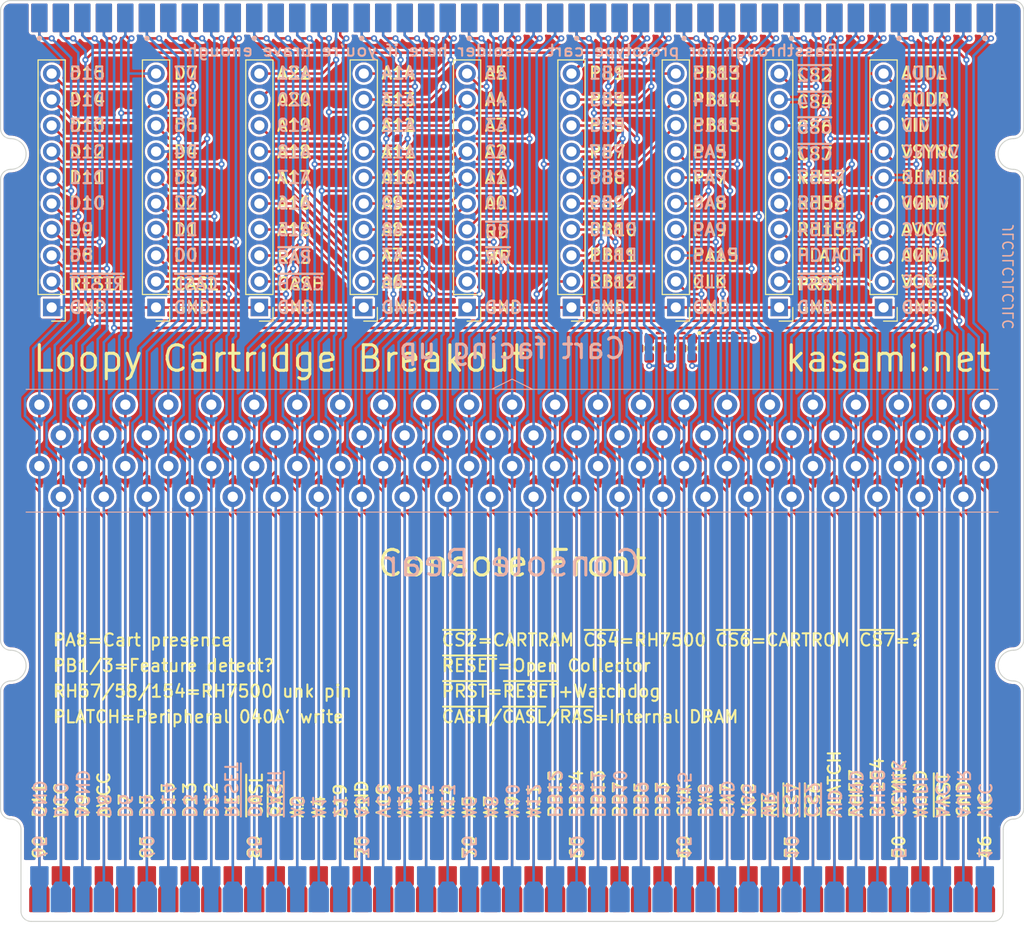
<source format=kicad_pcb>
(kicad_pcb (version 20221018) (generator pcbnew)
  (layers (0 "F.Cu" signal) (31 "B.Cu" signal) (34 "B.Paste" user) (35 "F.Paste" user) (36 "B.SilkS" user "B.Silkscreen") (37 "F.SilkS" user "F.Silkscreen") (38 "B.Mask" user) (39 "F.Mask" user) (44 "Edge.Cuts" user))
  (net 0 "")
  (net 1 "/VCC")
  (net 2 "/AUDR")
  (net 3 "/AVCC")
  (net 4 "/AUDL")
  (net 5 "/GENLK")
  (net 6 "/RH58")
  (net 7 "/GND")
  (net 8 "/VID")
  (net 9 "/CS2")
  (net 10 "/CS4")
  (net 11 "/WR")
  (net 12 "/PA5")
  (net 13 "/PA8")
  (net 14 "/PA15")
  (net 15 "/PB1")
  (net 16 "/PB9")
  (net 17 "/PB10")
  (net 18 "/PB11")
  (net 19 "/PB8")
  (net 20 "/PB12")
  (net 21 "/A12")
  (net 22 "/A10")
  (net 23 "/A8")
  (net 24 "/A6")
  (net 25 "/A13")
  (net 26 "/A15")
  (net 27 "/A20")
  (net 28 "/A3")
  (net 29 "/A21")
  (net 30 "/A1")
  (net 31 "/A0")
  (net 32 "/CASH")
  (net 33 "/D0")
  (net 34 "/RESET")
  (net 35 "/D2")
  (net 36 "/D3")
  (net 37 "/D14")
  (net 38 "/D4")
  (net 39 "/D6")
  (net 40 "/D8")
  (net 41 "/AGND")
  (net 42 "/D10")
  (net 43 "/_NC1")
  (net 44 "/PRST")
  (net 45 "/VSYNC")
  (net 46 "/RH154")
  (net 47 "/RH57")
  (net 48 "/PLATCH")
  (net 49 "/CS6")
  (net 50 "/CS7")
  (net 51 "/RD")
  (net 52 "/PA7")
  (net 53 "/PA9")
  (net 54 "/CLK")
  (net 55 "/PB3")
  (net 56 "/PB5")
  (net 57 "/PB7")
  (net 58 "/PB13")
  (net 59 "/PB14")
  (net 60 "/PB15")
  (net 61 "/A11")
  (net 62 "/A9")
  (net 63 "/A7")
  (net 64 "/A5")
  (net 65 "/A14")
  (net 66 "/A17")
  (net 67 "/A16")
  (net 68 "/A18")
  (net 69 "/A19")
  (net 70 "/A4")
  (net 71 "/A2")
  (net 72 "/RAS")
  (net 73 "/CASL")
  (net 74 "/D1")
  (net 75 "/D12")
  (net 76 "/D13")
  (net 77 "/D15")
  (net 78 "/D5")
  (net 79 "/D7")
  (net 80 "/D9")
  (net 81 "/D11")
  (net 83 "/VGND")
  (footprint "Connector_PinHeader_2.54mm:PinHeader_1x10_P2.54mm_Vertical" (layer "F.Cu") (at 163.8 88 180)
    (fp_text reference "J8" hide)
    (fp_text value "CON6")
  )
  (footprint "Connector_PinHeader_2.54mm:PinHeader_1x10_P2.54mm_Vertical" (layer "F.Cu") (at 123.2 88 180)
    (fp_text reference "J4" hide)
    (fp_text value "CON2")
  )
  (footprint "Connector_PinHeader_2.54mm:PinHeader_1x10_P2.54mm_Vertical" (layer "F.Cu") (at 153.6 88 180)
    (fp_text reference "J7" hide)
    (fp_text value "CON5")
  )
  (footprint "Connector_PinHeader_2.54mm:PinHeader_1x10_P2.54mm_Vertical" (layer "F.Cu") (at 194.3 88 180)
    (fp_text reference "J11" hide)
    (fp_text value "CON9")
  )
  (footprint "Connector_PinHeader_2.54mm:PinHeader_1x10_P2.54mm_Vertical" (layer "F.Cu") (at 184.1 88 180)
    (fp_text reference "J10" hide)
    (fp_text value "CON8")
  )
  (footprint "Connector_PinHeader_2.54mm:PinHeader_1x10_P2.54mm_Vertical" (layer "F.Cu") (at 174 88 180)
    (fp_text reference "J9" hide)
    (fp_text value "CON7")
  )
  (footprint "Resistor_SMD:R_0603_1608Metric_Pad0.98x0.95mm_HandSolder" (layer "F.Cu") (at 173.5 92 90)
    (fp_text reference "R3" hide)
    (fp_text value "1K")
  )
  (footprint "Connector_PinHeader_2.54mm:PinHeader_1x10_P2.54mm_Vertical" (layer "F.Cu") (at 143.5 88 180)
    (fp_text reference "J6" hide)
    (fp_text value "CON4")
  )
  (footprint "LoopyCart:Loopy-Cart-Edge" (layer "F.Cu") (at 158 143.8)
    (fp_text reference "J1" hide)
    (fp_text value "CONSOLE" hide)
  )
  (footprint "Resistor_SMD:R_0603_1608Metric_Pad0.98x0.95mm_HandSolder" (layer "F.Cu") (at 171.4 92 90)
    (fp_text reference "R2" hide)
    (fp_text value "1K")
  )
  (footprint "Connector_PinHeader_2.54mm:PinHeader_1x10_P2.54mm_Vertical" (layer "F.Cu") (at 113 88 180)
    (fp_text reference "J3" hide)
    (fp_text value "CON1")
  )
  (footprint "LoopyCart:Loopy-Cart-Passthru" (layer "F.Cu") (at 158 59.7)
    (fp_text reference "J2" hide)
    (fp_text value "PASSTHRU" hide)
  )
  (footprint "Resistor_SMD:R_0603_1608Metric_Pad0.98x0.95mm_HandSolder" (layer "F.Cu") (at 175.6 92 90)
    (fp_text reference "R1" hide)
    (fp_text value "1K")
  )
  (footprint "Connector_PinHeader_2.54mm:PinHeader_1x10_P2.54mm_Vertical" (layer "F.Cu") (at 133.3 88 180)
    (fp_text reference "J5" hide)
    (fp_text value "CON3")
  )
  (footprint "LoopyCart:Loopy-Cart-Socket-Short" (layer "B.Cu") (at 158 102)
    (fp_text reference "J12" hide)
    (fp_text value "SOCKET")
  )
  (gr_circle (center 153.8 61.7) (end 154.05 61.7) (fill solid) (layer "B.SilkS"))
  (gr_circle (center 164.3 61.7) (end 164.55 61.7) (fill solid) (layer "B.SilkS"))
  (gr_circle (center 185.3 61.7) (end 185.55 61.7) (fill solid) (layer "B.SilkS"))
  (gr_circle (center 111.8 61.7) (end 112.05 61.7) (fill solid) (layer "B.SilkS"))
  (gr_circle (center 132.8 61.7) (end 133.05 61.7) (fill solid) (layer "B.SilkS"))
  (gr_circle (center 204.2 61.7) (end 204.45 61.7) (fill solid) (layer "B.SilkS"))
  (gr_circle (center 174.8 61.7) (end 175.05 61.7) (fill solid) (layer "B.SilkS"))
  (gr_circle (center 143.3 61.7) (end 143.55 61.7) (fill solid) (layer "B.SilkS"))
  (gr_circle (center 195.8 61.7) (end 196.05 61.7) (fill solid) (layer "B.SilkS"))
  (gr_circle (center 122.3 61.7) (end 122.55 61.7) (fill solid) (layer "B.SilkS"))
  (gr_circle (center 176.3 90.5) (end 176.5 90.5) (fill solid) (layer "F.SilkS"))
  (gr_circle (center 143.3 61.7) (end 143.55 61.7) (fill solid) (layer "F.SilkS"))
  (gr_circle (center 185.3 61.7) (end 185.55 61.7) (fill solid) (layer "F.SilkS"))
  (gr_circle (center 195.8 61.7) (end 196.05 61.7) (fill solid) (layer "F.SilkS"))
  (gr_circle (center 204.2 61.7) (end 204.45 61.7) (fill solid) (layer "F.SilkS"))
  (gr_circle (center 164.3 61.7) (end 164.55 61.7) (fill solid) (layer "F.SilkS"))
  (gr_circle (center 132.8 61.7) (end 133.05 61.7) (fill solid) (layer "F.SilkS"))
  (gr_circle (center 111.8 61.7) (end 112.05 61.7) (fill solid) (layer "F.SilkS"))
  (gr_circle (center 174.8 61.7) (end 175.05 61.7) (fill solid) (layer "F.SilkS"))
  (gr_circle (center 122.3 61.7) (end 122.55 61.7) (fill solid) (layer "F.SilkS"))
  (gr_circle (center 153.8 61.7) (end 154.05 61.7) (fill solid) (layer "F.SilkS"))
  (gr_arc (start 208 70.5) (mid 207.707107 71.207107) (end 207 71.5) (stroke (width 0.1)) (layer "Edge.Cuts"))
  (gr_line (start 208 59) (end 208 70.5) (stroke (width 0.1)) (layer "Edge.Cuts"))
  (gr_arc (start 207 74.5) (mid 207.707107 74.792893) (end 208 75.5) (stroke (width 0.1)) (layer "Edge.Cuts"))
  (gr_line (start 109 58) (end 207 58) (stroke (width 0.1)) (layer "Edge.Cuts"))
  (gr_line (start 205 147.999999) (end 111 147.999999) (stroke (width 0.1)) (layer "Edge.Cuts"))
  (gr_arc (start 111 148) (mid 110.292893 147.707107) (end 110 147) (stroke (width 0.1)) (layer "Edge.Cuts"))
  (gr_arc (start 207 58) (mid 207.707107 58.292893) (end 208 59) (stroke (width 0.1)) (layer "Edge.Cuts"))
  (gr_line (start 208 120.5) (end 208 75.5) (stroke (width 0.1)) (layer "Edge.Cuts"))
  (gr_arc (start 208 120.5) (mid 207.707107 121.207107) (end 207 121.5) (stroke (width 0.1)) (layer "Edge.Cuts"))
  (gr_line (start 110 147) (end 110 139) (stroke (width 0.1)) (layer "Edge.Cuts"))
  (gr_arc (start 108 59) (mid 108.292893 58.292893) (end 109 58) (stroke (width 0.1)) (layer "Edge.Cuts"))
  (gr_arc (start 207 124.5) (mid 205.5 123) (end 207 121.5) (stroke (width 0.1)) (layer "Edge.Cuts"))
  (gr_arc (start 206 146.999999) (mid 205.707107 147.707106) (end 205 147.999999) (stroke (width 0.1)) (layer "Edge.Cuts"))
  (gr_arc (start 109 121.5) (mid 108.292893 121.207107) (end 108 120.5) (stroke (width 0.1)) (layer "Edge.Cuts"))
  (gr_arc (start 109 71.5) (mid 110.5 73) (end 109 74.5) (stroke (width 0.1)) (layer "Edge.Cuts"))
  (gr_line (start 206 147) (end 206 139) (stroke (width 0.1)) (layer "Edge.Cuts"))
  (gr_line (start 108 59) (end 108 70.5) (stroke (width 0.1)) (layer "Edge.Cuts"))
  (gr_arc (start 108 75.5) (mid 108.292893 74.792893) (end 109 74.5) (stroke (width 0.1)) (layer "Edge.Cuts"))
  (gr_arc (start 109 71.5) (mid 108.292893 71.207107) (end 108 70.5) (stroke (width 0.1)) (layer "Edge.Cuts"))
  (gr_arc (start 208 137) (mid 207.707107 137.707107) (end 207 138) (stroke (width 0.1)) (layer "Edge.Cuts"))
  (gr_line (start 208 125.5) (end 208 137) (stroke (width 0.1)) (layer "Edge.Cuts"))
  (gr_arc (start 109 138) (mid 109.707107 138.292893) (end 110 139) (stroke (width 0.1)) (layer "Edge.Cuts"))
  (gr_arc (start 109 138) (mid 108.292893 137.707107) (end 108 137) (stroke (width 0.1)) (layer "Edge.Cuts"))
  (gr_arc (start 206 139) (mid 206.292893 138.292893) (end 207 138) (stroke (width 0.1)) (layer "Edge.Cuts"))
  (gr_arc (start 108 125.5) (mid 108.292893 124.792893) (end 109 124.5) (stroke (width 0.1)) (layer "Edge.Cuts"))
  (gr_arc (start 207 74.5) (mid 205.5 73) (end 207 71.5) (stroke (width 0.1)) (layer "Edge.Cuts"))
  (gr_line (start 108 120.5) (end 108 75.5) (stroke (width 0.1)) (layer "Edge.Cuts"))
  (gr_arc (start 207 124.5) (mid 207.707107 124.792893) (end 208 125.5) (stroke (width 0.1)) (layer "Edge.Cuts"))
  (gr_line (start 108 125.5) (end 108 137) (stroke (width 0.1)) (layer "Edge.Cuts"))
  (gr_arc (start 109 121.5) (mid 110.5 123) (end 109 124.5) (stroke (width 0.1)) (layer "Edge.Cuts"))
  (gr_text "VID" (at 195.9 70.2) (layer "B.SilkS") (effects (font (size 1.2 1.2) (thickness 0.2) bold) (justify right mirror)))
  (gr_text "Passthrough for prototype cart - solder here if you're brave enough" (at 158 62.9) (layer "B.SilkS") (effects (font (size 1.1 1.2) (thickness 0.2) bold) (justify mirror)))
  (gr_text "PB15" (at 175.5 70.2) (layer "B.SilkS") (effects (font (size 1.2 1.2) (thickness 0.2) bold) (justify right mirror)))
  (gr_text "A16" (at 134.9 77.8) (layer "B.SilkS") (effects (font (size 1.2 1.2) (thickness 0.2) bold) (justify right mirror)))
  (gr_text "AVCC" (at 200 138 -90) (layer "B.SilkS") (effects (font (size 1.2 1.2) (thickness 0.2) bold) (justify left mirror)))
  (gr_text "40" (at 122.3 142 270) (layer "B.SilkS") (effects (font (size 1.2 1.2) (thickness 0.2) bold) (justify left mirror)))
  (gr_text "PA8" (at 175.5 77.8) (layer "B.SilkS") (effects (font (size 1.2 1.2) (thickness 0.2) bold) (justify right mirror)))
  (gr_text "GND" (at 179 138 -90) (layer "B.SilkS") (effects (font (size 1.2 1.2) (thickness 0.2) bold) (justify left mirror)))
  (gr_text "PB1" (at 165.4 65.1) (layer "B.SilkS") (effects (font (size 1.2 1.2) (thickness 0.2) bold) (justify right mirror)))
  (gr_text "PB14" (at 175.5 67.7) (layer "B.SilkS") (effects (font (size 1.2 1.2) (thickness 0.2) bold) (justify right mirror)))
  (gr_text "A2" (at 155.2 72.8) (layer "B.SilkS") (effects (font (size 1.2 1.2) (thickness 0.2) bold) (justify right mirror)))
  (gr_text "A10" (at 158 138 -90) (layer "B.SilkS") (effects (font (size 1.2 1.2) (thickness 0.2) bold) (justify left mirror)))
  (gr_text "A14" (at 145.1 65.1) (layer "B.SilkS") (effects (font (size 1.2 1.2) (thickness 0.2) bold) (justify right mirror)))
  (gr_text "~{CASH}" (at 134.9 85.7) (layer "B.SilkS") (effects (font (size 1.2 1.2) (thickness 0.2) bold) (justify right mirror)))
  (gr_text "GND" (at 145.1 88) (layer "B.SilkS") (effects (font (size 1.2 1.2) (thickness 0.2) bold) (justify right mirror)))
  (gr_text "A15" (at 134.9 80.4) (layer "B.SilkS") (effects (font (size 1.2 1.2) (thickness 0.2) bold) (justify right mirror)))
  (gr_text "A20" (at 147.5 138 -90) (layer "B.SilkS") (effects (font (size 1.2 1.2) (thickness 0.2) bold) (justify left mirror)))
  (gr_text "GND" (at 114.6 88) (layer "B.SilkS") (effects (font (size 1.2 1.2) (thickness 0.2) bold) (justify right mirror)))
  (gr_text "PB11" (at 165.4 82.9) (layer "B.SilkS") (effects (font (size 1.2 1.2) (thickness 0.2) bold) (justify right mirror)))
  (gr_text "PB12" (at 165.4 85.5) (layer "B.SilkS") (effects (font (size 1.2 1.2) (thickness 0.2) bold) (justify right mirror)))
  (gr_text "A13" (at 151.7 138 -90) (layer "B.SilkS") (effects (font (size 1.2 1.2) (thickness 0.2) bold) (justify left mirror)))
  (gr_text "~{CS6}" (at 185.7 70.4) (layer "B.SilkS") (effects (font (size 1.2 1.2) (thickness 0.2) bold) (justify right mirror)))
  (gr_text "~{CS2}" (at 185.7 65.3) (layer "B.SilkS") (effects (font (size 1.2 1.2) (thickness 0.2) bold) (justify right mirror)))
  (gr_text "~{CS7}" (at 185.7 73) (layer "B.SilkS") (effects (font (size 1.2 1.2) (thickness 0.2) bold) (justify right mirror)))
  (gr_text "~{CS2}" (at 187.2 138 -90) (layer "B.SilkS") (effects (font (size 1.2 1.2) (thickness 0.2) bold) (justify left mirror)))
  (gr_text "GENLK" (at 195.9 75.3) (layer "B.SilkS") (effects (font (size 1.2 1.2) (thickness 0.2) bold) (justify right mirror)))
  (gr_text "AUDL" (at 197.9 138 -90) (layer "B.SilkS") (effects (font (size 1.2 1.2) (thickness 0.2) bold) (justify left mirror)))
  (gr_text "~{RESET}" (at 130.5 138 -90) (layer "B.SilkS") (effects (font (size 1.2 1.2) (thickness 0.2) bold) (justify left mirror)))
  (gr_text "RH58" (at 185.7 77.8) (layer "B.SilkS") (effects (font (size 1.2 1.2) (thickness 0.2) bold) (justify right mirror)))
  (gr_text "GENLK" (at 195.8 138 -90) (layer "B.SilkS") (effects (font (size 1.2 1.2) (thickness 0.2) bold) (justify left mirror)))
  (gr_text "VGND" (at 195.9 77.8) (layer "B.SilkS") (effects (font (size 1.2 1.2) (thickness 0.2) bold) (justify right mirror)))
  (gr_text "D14" (at 114.6 67.7) (layer "B.SilkS") (effects (font (size 1.2 1.2) (thickness 0.2) bold) (justify right mirror)))
  (gr_text "A0" (at 137 138 -90) (layer "B.SilkS") (effects (font (size 1.2 1.2) (thickness 0.2) bold) (justify left mirror)))
  (gr_text "PB3" (at 165.4 67.7) (layer "B.SilkS") (effects (font (size 1.2 1.2) (thickness 0.2) bold) (justify right mirror)))
  (gr_text "D12" (at 114.6 72.8) (layer "B.SilkS") (effects (font (size 1.2 1.2) (thickness 0.2) bold) (justify right mirror)))
  (gr_text "D8" (at 114.6 82.9) (layer "B.SilkS") (effects (font (size 1.2 1.2) (thickness 0.2) bold) (justify right mirror)))
  (gr_text "~{CASH}" (at 134.7 138 -90) (layer "B.SilkS") (effects (font (size 1.2 1.2) (thickness 0.2) bold) (justify left mirror)))
  (gr_text "GND" (at 185.7 88) (layer "B.SilkS") (effects (font (size 1.2 1.2) (thickness 0.2) bold) (justify right mirror)))
  (gr_text "D8" (at 118.1 138 -90) (layer "B.SilkS") (effects (font (size 1.2 1.2) (thickness 0.2) bold) (justify left mirror)))
  (gr_text "PB8" (at 164.3 138 -90) (layer "B.SilkS") (effects (font (size 1.2 1.2) (thickness 0.2) bold) (justify left mirror)))
  (gr_text "D2" (at 124.8 77.8) (layer "B.SilkS") (effects (font (size 1.2 1.2) (thickness 0.2) bold) (justify right mirror)))
  (gr_text "A6" (at 153.8 138 -90) (layer "B.SilkS") (effects (font (size 1.2 1.2) (thickness 0.2) bold) (justify left mirror)))
  (gr_text "35" (at 132.8 142 270) (layer "B.SilkS") (effects (font (size 1.2 1.2) (thickness 0.2) bold) (justify left mirror)))
  (gr_text "D0" (at 124.8 82.9) (layer "B.SilkS") (effects (font (size 1.2 1.2) (thickness 0.2) bold) (justify right mirror)))
  (gr_text "~{RD}" (at 155.2 80.6) (layer "B.SilkS") (effects (font (size 1.2 1.2) (thickness 0.2) bold) (justify right mirror)))
  (gr_text "PA9" (at 175.5 80.4) (layer "B.SilkS") (effects (font (size 1.2 1.2) (thickness 0.2) bold) (justify right mirror)))
  (gr_text "VCC" (at 195.9 85.5) (layer "B.SilkS") (effects (font (size 1.2 1.2) (thickness 0.2) bold) (justify right mirror)))
  (gr_text "D13" (at 114.6 70.2) (layer "B.SilkS") (effects (font (size 1.2 1.2) (thickness 0.2) bold) (justify right mirror)))
  (gr_text "A9" (at 145.1 77.8) (layer "B.SilkS") (effects (font (size 1.2 1.2) (thickness 0.2) bold) (justify right mirror)))
  (gr_text "GND" (at 165.4 88) (layer "B.SilkS") (effects (font (size 1.2 1.2) (thickness 0.2) bold) (justify right mirror)))
  (gr_text "A17" (at 134.9 75.3) (layer "B.SilkS") (effects (font (size 1.2 1.2) (thickness 0.2) bold) (justify right mirror)))
  (gr_text "PA7" (at 175.5 75.3) (layer "B.SilkS") (effects (font (size 1.2 1.2) (thickness 0.2) bold) (justify right mirror)))
  (gr_text "PB9" (at 165.4 77.8) (layer "B.SilkS") (effects (font (size 1.2 1.2) (thickness 0.2) bold) (justify right mirror)))
  (gr_text "D14" (at 124.4 138 -90) (layer "B.SilkS") (effects (font (size 1.2 1.2) (thickness 0.2) bold) (justify left mirror)))
  (gr_text "A3" (at 143.3 138 -90) (layer "B.SilkS") (effects (font (size 1.2 1.2) (thickness 0.2) bold) (justify left mirror)))
  (gr_text "VCC" (at 145.4 138 -90) (layer "B.SilkS") (effects (font (size 1.2 1.2) (thickness 0.2) bold) (justify left mirror)))
  (gr_text "GND" (at 195.9 88) (layer "B.SilkS") (effects (font (size 1.2 1.2) (thickness 0.2) bold) (justify right mirror)))
  (gr_text "~{RESET}" (at 114.6 85.7) (layer "B.SilkS") (effects (font (size 1.2 1.2) (thickness 0.2) bold) (justify right mirror)))
  (gr_text "A8" (at 155.9 138 -90) (layer "B.SilkS") (effects (font (size 1.2 1.2) (thickness 0.2) bold) (justify left mirror)))
  (gr_text "A21" (at 134.9 65.1) (layer "B.SilkS") (effects (font (size 1.2 1.2) (thickness 0.2) bold) (justify right mirror)))
  (gr_text "D1" (at 124.8 80.4) (layer "B.SilkS") (effects (font (size 1.2 1.2) (thickness 0.2) bold) (justify right mirror)))
  (gr_text "PB13" (at 175.5 65.1) (layer "B.SilkS") (effects (font (size 1.2 1.2) (thickness 0.2) bold) (justify right mirror)))
  (gr_text "20" (at 164.3 142 270) (layer "B.SilkS") (effects (font (size 1.2 1.2) (thickness 0.2) bold) (justify left mirror)))
  (gr_text "A10" (at 145.1 75.3) (layer "B.SilkS") (effects (font (size 1.2 1.2) (thickness 0.2) bold) (justify right mirror)))
  (gr_text "D3" (at 124.8 75.3) (layer "B.SilkS") (effects (font (size 1.2 1.2) (thickness 0.2) bold) (justify right mirror)))
  (gr_text "A5" (at 155.2 65.1) (layer "B.SilkS") (effects (font (size 1.2 1.2) (thickness 0.2) bold) (justify right mirror)))
  (gr_text "PA15" (at 175.5 82.9) (layer "B.SilkS") (effects (font (size 1.2 1.2) (thickness 0.2) bold) (justify right mirror)))
  (gr_text "PB7" (at 165.4 72.8) (layer "B.SilkS") (effects (font (size 1.2 1.2) (thickness 0.2) bold) (justify right mirror)))
  (gr_text "AUDR" (at 202.1 138 -90) (layer "B.SilkS") (effects (font (size 1.2 1.2) (thickness 0.2) bold) (justify left mirror)))
  (gr_text "CLK" (at 175.5 85.5) (layer "B.SilkS") (effects (font (size 1.2 1.2) (thickness 0.2) bold) (justify right mirror)))
  (gr_text "D15" (at 114.6 65.1) (layer "B.SilkS") (effects (font (size 1.2 1.2) (thickness 0.2) bold) (justify right mirror)))
  (gr_text "A4" (at 155.2 67.7) (layer "B.SilkS") (effects (font (size 1.2 1.2) (thickness 0.2) bold) (justify right mirror)))
  (gr_text "GND" (at 175.5 88) (layer "B.SilkS") (effects (font (size 1.2 1.2) (thickness 0.2) bold) (justify right mirror)))
  (gr_text "VCC" (at 204.2 138 -90) (layer "B.SilkS") (effects (font (size 1.2 1.2) (thickness 0.2) bold) (justify left mirror)))
  (gr_text "~{CS4}" (at 185.1 138 -90) (layer "B.SilkS") (effects (font (size 1.2 1.2) (thickness 0.2) bold) (justify left mirror)))
  (gr_text "PA5" (at 181.1 138 -90) (layer "B.SilkS") (effects (font (size 1.2 1.2) (thickness 0.2) bold) (justify left mirror)))
  (gr_text "A3" (at 155.2 70.2) (layer "B.SilkS") (effects (font (size 1.2 1.2) (thickness 0.2) bold) (justify right mirror)))
  (gr_text "PB12" (at 162.2 138 -90) (layer "B.SilkS") (effects (font (size 1.2 1.2) (thickness 0.2) bold) (justify left mirror)))
  (gr_text "AVCC" (at 195.9 80.4) (layer "B.SilkS") (effects (font (size 1.2 1.2) (thickness 0.2) bold) (justify right mirror)))
  (gr_text "~{RAS}" (at 134.9 83.1) (layer "B.SilkS") (effects (font (size 1.2 1.2) (thickness 0.2) bold) (justify right mirror)))
  (gr_text "A13" (at 145.1 67.7) (layer "B.SilkS") (effects (font (size 1.2 1.2) (thickness 0.2) bold) (justify right mirror)))
  (gr_text "15" (at 174.8 142 270) (layer "B.SilkS") (effects (font (size 1.2 1.2) (thickness 0.2) bold) (justify left mirror)))
  (gr_text "PB5" (at 165.4 70.2) (layer "B.SilkS") (effects (font (size 1.2 1.2) (thickness 0.2) bold) (justify right mirror)))
  (gr_text "A12" (at 145.1 70.2) (layer "B.SilkS") (effects (font (size 1.2 1.2) (thickness 0.2) bold) (justify right mirror)))
  (gr_text "D7" (at 124.8 65.1) (layer "B.SilkS") (effects (font (size 1.2 1.2) (thickness 0.2) bold) (justify right mirror)))
  (gr_text "~{CASL}" (at 124.8 85.7) (layer "B.SilkS") (effects (font (size 1.2 1.2) (thickness 0.2) bold) (justify right mirror)))
  (gr_text "PB9" (at 170.6 138 -90) (layer "B.SilkS") (effects (font (size 1.2 1.2) (thickness 0.2) bold) (justify left mirror)))
  (gr_text "PB1" (at 172.7 138 -90) (layer "B.SilkS") (effects (font (size 1.2 1.2) (thickness 0.2) bold) (justify left mirror)))
  (gr_text "GND" (at 134.9 88) (layer "B.SilkS") (effects (font (size 1.2 1.2) (thickness 0.2) bold) (justify right mirror)))
  (gr_text "RH58" (at 193.7 138 -90) (layer "B.SilkS") (effects (font (size 1.2 1.2) (thickness 0.2) bold) (justify left mirror)))
  (gr_text "25" (at 153.8 142 270) (layer "B.SilkS") (effects (font (size 1.2 1.2) (thickness 0.2) bold) (justify left mirror)))
  (gr_text "~{WR}" (at 183 138 -90) (layer "B.SilkS") (effects (font (size 1.2 1.2) (thickness 0.2) bold) (justify left mirror)))
  (gr_text "D6" (at 124.8 67.7) (layer "B.SilkS") (effects (font (size 1.2 1.2) (thickness 0.2) bold) (justify right mirror)))
  (gr_text "GND" (at 124.8 88) (layer "B.SilkS") (effects (font (size 1.2 1.2) (thickness 0.2) bold) (justify right mirror)))
  (gr_text "RH57" (at 185.7 75.3) (layer "B.SilkS") (effects (font (size 1.2 1.2) (thickness 0.2) bold) (justify right mirror)))
  (gr_text "D10" (at 113.9 138 -90) (layer "B.SilkS") (effects (font (size 1.2 1.2) (thickness 0.2) bold) (justify left mirror)))
  (gr_text "D5" (at 124.8 70.2) (layer "B.SilkS") (effects (font (size 1.2 1.2) (thickness 0.2) bold) (justify right mirror)))
  (gr_text "PB11" (at 166.4 138 -90) (layer "B.SilkS") (effects (font (size 1.2 1.2) (thickness 0.2) bold) (justify left mirror)))
  (gr_text "A6" (at 145.1 85.5) (layer "B.SilkS") (effects (font (size 1.2 1.2) (thickness 0.2) bold) (justify right mirror)))
  (gr_text "PA15" (at 174.8 138 -90) (layer "B.SilkS") (effects (font (size 1.2 1.2) (thickness 0.2) bold) (justify left mirror)))
  (gr_text "D10" (at 114.6 77.8) (layer "B.SilkS") (effects (font (size 1.2 1.2) (thickness 0.2) bold) (justify right mirror)))
  (gr_text "AUDR" (at 195.9 67.7) (layer "B.SilkS") (effects (font (size 1.2 1.2) (thickness 0.2) bold) (justify right mirror)))
  (gr_text "PA5" (at 175.5 72.8) (layer "B.SilkS") (effects (font (size 1.2 1.2) (thickness 0.2) bold) (justify right mirror)))
  (gr_text "21" (at 141.2 138 -90) (layer "B.SilkS") (effects (font (size 1.2 1.2) (thickness 0.2) bold) (justify left mirror)))
  (gr_text "A1" (at 155.2 75.3) (layer "B.SilkS") (effects (font (size 1.2 1.2) (thickness 0.2) bold) (justify right mirror)))
  (gr_text "PB8" (at 165.4 75.3) (layer "B.SilkS") (effects (font (size 1.2 1.2) (thickness 0.2) bold) (justify right mirror)))
  (gr_text "30" (at 143.3 142 270) (layer "B.SilkS") (effects (font (size 1.2 1.2) (thickness 0.2) bold) (justify left mirror)))
  (gr_text "PB10" (at 168.5 138 -90) (layer "B.SilkS") (effects (font (size 1.2 1.2) (thickness 0.2) bold) (justify left mirror)))
  (gr_text "D11" (at 114.6 75.3) (layer "B.SilkS") (effects (font (size 1.2 1.2) (thickness 0.2) bold) (justify right mirror)))
  (gr_text "A15" (at 149.6 138 -90) (layer "B.SilkS") (effects (font (size 1.2 1.2) (thickness 0.2) bold) (justify left mirror)))
  (gr_text "GND" (at 111.8 138 -90) (layer "B.SilkS") (effects (font (size 1.2 1.2) (thickness 0.2) bold) (justify left mirror)))
  (gr_text "D4" (at 124.8 72.8) (layer "B.SilkS") (effects (font (size 1.2 1.2) (thickness 0.2) bold) (justify right mirror)))
  (gr_text "A7" (at 145.1 82.9) (layer "B.SilkS") (effects (font (size 1.2 1.2) (thickness 0.2) bold) (justify right mirror)))
  (gr_text "10" (at 185.3 142 270) (layer "B.SilkS") (effects (font (size 1.2 1.2) (thickness 0.2) bold) (justify left mirror)))
  (gr_text "AGND" (at 195.9 82.9) (layer "B.SilkS") (effects (font (size 1.2 1.2) (thickness 0.2) bold) (justify right mirror)))
  (gr_text "A20" (at 134.9 67.7) (layer "B.SilkS") (effects (font (size 1.2 1.2) (thickness 0.2) bold) (justify right mirror)))
  (gr_text "VID" (at 189.5 138 -90) (layer "B.SilkS") (effects (font (size 1.2 1.2) (thickness 0.2) bold) (justify left mirror)))
  (gr_text "PB10" (at 165.4 80.4) (layer "B.SilkS") (effects (font (size 1.2 1.2) (thickness 0.2) bold) (justify right mirror)))
  (gr_text "AUDL" (at 195.9 65.1) (layer "B.SilkS") (effects (font (size 1.2 1.2) (thickness 0.2) bold) (justify right mirror)))
  (gr_text "PA8" (at 176.9 138 -90) (layer "B.SilkS") (effects (font (size 1.2 1.2) (thickness 0.2) bold) (justify left mirror)))
  (gr_text "D9" (at 114.6 80.4) (layer "B.SilkS") (effects (font (size 1.2 1.2) (thickness 0.2) bold) (justify right mirror)))
  (gr_text "~{WR}" (at 155.2 83.1) (layer "B.SilkS") (effects (font (size 1.2 1.2) (thickness 0.2) bold) (justify right mirror)))
  (gr_text "5" (at 195.8 142 270) (layer "B.SilkS") (effects (font (size 1.2 1.2) (thickness 0.2) bold) (justify left mirror)))
  (gr_text "A12" (at 160.1 138 -90) (layer "B.SilkS") (effects (font (size 1.2 1.2) (thickness 0.2) bold) (justify left mirror)))
  (gr_text "D2" (at 128.6 138 -90) (layer "B.SilkS") (effects (font (size 1.2 1.2) (thickness 0.2) bold) (justify left mirror)))
  (gr_text "Cart facing up" (at 158 92) (layer "B.SilkS") (effects (font (size 2 2) (thickness 0.3)) (justify mirror)))
  (gr_text "~{PRST}" (at 185.7 85.7) (layer "B.SilkS") (effects (font (size 1.2 1.2) (thickness 0.2) bold) (justify right mirror)))
  (gr_text "D4" (at 122.3 138 -90) (layer "B.SilkS") (effects (font (size 1.2 1.2) (thickness 0.2) bold) (justify left mirror)))
  (gr_text "A11" (at 145.1 72.8) (layer "B.SilkS") (effects (font (size 1.2 1.2) (thickness 0.2) bold) (justify right mirror)))
  (gr_text "A19" (at 134.9 70.2) (layer "B.SilkS") (effects (font (size 1.2 1.2) (thickness 0.2) bold) (justify right mirror)))
  (gr_text "A8" (at 145.1 80.4) (layer "B.SilkS") (effects (font (size 1.2 1.2) (thickness 0.2) bold) (justify right mirror)))
  (gr_text "A18" (at 134.9 72.8) (layer "B.SilkS") (effects (font (size 1.2 1.2) (thickness 0.2) bold) (justify right mirror)))
  (gr_text "AGND" (at 116 138 -90) (layer "B.SilkS") (effects (font (size 1.2 1.2) (thickness 0.2) bold) (justify left mirror)))
  (gr_text "A1" (at 139.1 138 -90) (layer "B.SilkS") (effects (font (size 1.2 1.2) (thickness 0.2) bold) (justify left mirror)))
  (gr_text "PLATCH" (at 185.7 82.9) (layer "B.SilkS") (effects (font (size 1.2 1.2) (thickness 0.2) bold) (justify right mirror)))
  (gr_text "A0" (at 155.2 77.8) (layer "B.SilkS") (effects (font (size 1.2 1.2) (thickness 0.2) bold) (justify right mirror)))
  (gr_text "~{CS4}" (at 185.7 67.9) (layer "B.SilkS") (effects (font (size 1.2 1.2) (thickness 0.2) bold) (justify right mirror)))
  (gr_text "RH154" (at 185.7 80.4) (layer "B.SilkS") (effects (font (size 1.2 1.2) (thickness 0.2) bold) (justify right mirror)))
  (gr_text "D6" (at 120.2 138 -90) (layer "B.SilkS") (effects (font (size 1.2 1.2) (thickness 0.2) bold) (justify left mirror)))
  (gr_text "D3" (at 126.5 138 -90) (layer "B.SilkS") (effects (font (size 1.2 1.2) (thickness 0.2) bold) (justify left mirror)))
  (gr_text "JLCJLCJLCJLC" (at 206.5 85 90) (layer "B.SilkS") (effects (font (size 1 1)) (justify mirror)))
  (gr_text "VSYNC" (at 195.9 72.8) (layer "B.SilkS") (effects (font (size 1.2 1.2) (thickness 0.2) bold) (justify right mirror)))
  (gr_text "VGND" (at 191.6 138 270) (layer "B.SilkS") (effects (font (size 1.2 1.2) (thickness 0.2) bold) (justify left mirror)))
  (gr_text "D0" (at 132.8 138 -90) (layer "B.SilkS") (effects (font (size 1.2 1.2) (thickness 0.2) bold) (justify left mirror)))
  (gr_text "GND" (at 155.2 88) (layer "B.SilkS") (effects (font (size 1.2 1.2) (thickness 0.2) bold) (justify right mirror)))
  (gr_text "PB5" (at 165.4 70.2) (layer "F.SilkS") (effects (font (size 1.2 1.2) (thickness 0.2) bold) (justify left)))
  (gr_text "A7" (at 155.9 138 90) (layer "F.SilkS") (effects (font (size 1.2 1.2) (thickness 0.2) bold) (justify left)))
  (gr_text "A13" (at 145.1 67.7) (layer "F.SilkS") (effects (font (size 1.2 1.2) (thickness 0.2) bold) (justify left)))
  (gr_text "A14" (at 151.7 138 90) (layer "F.SilkS") (effects (font (size 1.2 1.2) (thickness 0.2) bold) (justify left)))
  (gr_text "D9" (at 114.6 80.4) (layer "F.SilkS") (effects (font (size 1.2 1.2) (thickness 0.2) bold) (justify left)))
  (gr_text "70" (at 153.8 142 90) (layer "F.SilkS") (effects (font (size 1.2 1.2) (thickness 0.2) bold) (justify left)))
  (gr_text "~{CASL}" (at 124.8 85.7) (layer "F.SilkS") (effects (font (size 1.2 1.2) (thickness 0.2) bold) (justify left)))
  (gr_text "PLATCH=Peripheral 040A' write" (at 113 128) (layer "F.SilkS") (effects (font (size 1.2 1.2) (thickness 0.2)) (justify left)))
  (gr_text "GND" (at 185.7 88) (layer "F.SilkS") (effects (font (size 1.2 1.2) (thickness 0.2) bold) (justify left)))
  (gr_text "D8" (at 114.6 82.9) (layer "F.SilkS") (effects (font (size 1.2 1.2) (thickness 0.2) bold) (justify left)))
  (gr_text "~{RAS}" (at 135.1 138 90) (layer "F.SilkS") (effects (font (size 1.2 1.2) (thickness 0.2) bold) (justify left)))
  (gr_text "D11" (at 111.8 138 90) (layer "F.SilkS") (effects (font (size 1.2 1.2) (thickness 0.2) bold) (justify left)))
  (gr_text "55" (at 185.3 142 90) (layer "F.SilkS") (effects (font (size 1.2 1.2) (thickness 0.2) bold) (justify left)))
  (gr_text "GND" (at 165.4 88) (layer "F.SilkS") (effects (font (size 1.2 1.2) (thickness 0.2) bold) (justify left)))
  (gr_text "VSYNC" (at 195.8 138 90) (layer "F.SilkS") (effects (font (size 1.2 1.2) (thickness 0.2) bold) (justify left)))
  (gr_text "PB15" (at 162.2 138 90) (layer "F.SilkS") (effects (font (size 1.2 1.2) (thickness 0.2) bold) (justify left)))
  (gr_text "PB7" (at 165.4 72.8) (layer "F.SilkS") (effects (font (size 1.2 1.2) (thickness 0.2) bold) (justify left)))
  (gr_text "VCC" (at 195.9 85.5) (layer "F.SilkS") (effects (font (size 1.2 1.2) (thickness 0.2) bold) (justify left)))
  (gr_text "PB7" (at 168.5 138 90) (layer "F.SilkS") (effects (font (size 1.2 1.2) (thickness 0.2) bold) (justify left)))
  (gr_text "A11" (at 160.1 138 90) (layer "F.SilkS") (effects (font (size 1.2 1.2) (thickness 0.2) bold) (justify left)))
  (gr_text "~{PRST}" (at 200.2 138 90) (layer "F.SilkS") (effects (font (size 1.2 1.2) (thickness 0.2) bold) (justify left)))
  (gr_text "A14" (at 145.1 65.1) (layer "F.SilkS") (effects (font (size 1.2 1.2) (thickness 0.2) bold) (justify left)))
  (gr_text "D9" (at 116 138 90) (layer "F.SilkS") (effects (font (size 1.2 1.2) (thickness 0.2) bold) (justify left)))
  (gr_text "PB13" (at 175.5 65.1) (layer "F.SilkS") (effects (font (size 1.2 1.2) (thickness 0.2) bold) (justify left)))
  (gr_text "PB11" (at 165.4 82.9) (layer "F.SilkS") (effects (font (size 1.2 1.2) (thickness 0.2) bold) (justify left)))
  (gr_text "kasami.net" (at 205 93) (layer "F.SilkS") (effects (font (size 2.5 2.5) (thickness 0.3)) (justify right)))
  (gr_text "D12" (at 128.6 138 90) (layer "F.SilkS") (effects (font (size 1.2 1.2) (thickness 0.2) bold) (justify left)))
  (gr_text "PLATCH" (at 185.7 82.9) (layer "F.SilkS") (effects (font (size 1.2 1.2) (thickness 0.2) bold) (justify left)))
  (gr_text "AGND" (at 195.9 82.9) (layer "F.SilkS") (effects (font (size 1.2 1.2) (thickness 0.2) bold) (justify left)))
  (gr_text "VCC" (at 113.9 138 90) (layer "F.SilkS") (effects (font (size 1.2 1.2) (thickness 0.2) bold) (justify left)))
  (gr_text "PA7" (at 175.5 75.3) (layer "F.SilkS") (effects (font (size 1.2 1.2) (thickness 0.2) bold) (justify left)))
  (gr_text "A16" (at 147.5 138 90) (layer "F.SilkS") (effects (font (size 1.2 1.2) (thickness 0.2) bold) (justify left)))
  (gr_text "D15" (at 124.4 138 90) (layer "F.SilkS") (effects (font (size 1.2 1.2) (thickness 0.2) bold) (justify left)))
  (gr_text "PA15" (at 175.5 82.9) (layer "F.SilkS") (effects (font (size 1.2 1.2) (thickness 0.2) bold) (justify left)))
  (gr_text "AGND" (at 197.9 138 90) (layer "F.SilkS") (effects (font (size 1.2 1.2) (thickness 0.2) bold) (justify left)))
  (gr_text "AUDR" (at 195.9 67.7) (layer "F.SilkS") (effects (font (size 1.2 1.2) (thickness 0.2) bold) (justify left)))
  (gr_text "RH57/58/154=RH7500 unk pin" (at 113 125.5) (layer "F.SilkS") (effects (font (size 1.2 1.2) (thickness 0.2)) (justify left)))
  (gr_text "VID" (at 195.9 70.2) (layer "F.SilkS") (effects (font (size 1.2 1.2) (thickness 0.2) bold) (justify left)))
  (gr_text "GND" (at 175.5 88) (layer "F.SilkS") (effects (font (size 1.2 1.2) (thickness 0.2) bold) (justify left)))
  (gr_text "GND" (at 114.6 88) (layer "F.SilkS") (effects (font (size 1.2 1.2) (thickness 0.2) bold) (justify left)))
  (gr_text "PB13" (at 166.4 138 90) (layer "F.SilkS") (effects (font (size 1.2 1.2) (thickness 0.2) bold) (justify left)))
  (gr_text "60" (at 174.8 142 90) (layer "F.SilkS") (effects (font (size 1.2 1.2) (thickness 0.2) bold) (justify left)))
  (gr_text "A21" (at 134.9 65.1) (layer "F.SilkS") (effects (font (size 1.2 1.2) (thickness 0.2) bold) (justify left)))
  (gr_text "~{RAS}" (at 134.9 83.1) (layer "F.SilkS") (effects (font (size 1.2 1.2) (thickness 0.2) bold) (justify left)))
  (gr_text "NC" (at 204.2 138 90) (layer "F.SilkS") (effects (font (size 1.2 1.2) (thickness 0.2) bold) (justify left)))
  (gr_text "GND" (at 155.2 88) (layer "F.SilkS") (effects (font (size 1.2 1.2) (thickness 0.2) bold) (justify left)))
  (gr_text "PB14" (at 175.5 67.7) (layer "F.SilkS") (effects (font (size 1.2 1.2) (thickness 0.2) bold) (justify left)))
  (gr_text "A11" (at 145.1 72.8) (layer "F.SilkS") (effects (font (size 1.2 1.2) (thickness 0.2) bold) (justify left)))
  (gr_text "A20" (at 134.9 67.7) (layer "F.SilkS") (effects (font (size 1.2 1.2) (thickness 0.2) bold) (justify left)))
  (gr_text "D7" (at 120.2 138 90) (layer "F.SilkS") (effects (font (size 1.2 1.2) (thickness 0.2) bold) (justify left)))
  (gr_text "D5" (at 124.8 70.2) (layer "F.SilkS") (effects (font (size 1.2 1.2) (thickness 0.2) bold) (justify left)))
  (gr_text "~{WR}" (at 155.2 83.1) (layer "F.SilkS") (effects (font (size 1.2 1.2) (thickness 0.2) bold) (justify left)))
  (gr_text "PB1/3=Feature detect?" (at 113 123) (layer "F.SilkS") (effects (font (size 1.2 1.2) (thickness 0.2)) (justify left)))
  (gr_text "PB8" (at 165.4 75.3) (layer "F.SilkS") (effects (font (size 1.2 1.2) (thickness 0.2) bold) (justify left)))
  (gr_text "RH154" (at 185.7 80.4) (layer "F.SilkS") (effects (font (size 1.2 1.2) (thickness 0.2) bold) (justify left)))
  (gr_text "~{PRST}=~{RESET}+Watchdog" (at 151 125.5) (layer "F.SilkS") (effects (font (size 1.2 1.2) (thickness 0.2)) (justify left)))
  (gr_text "GENLK" (at 195.9 75.3) (layer "F.SilkS") (effects (font (size 1.2 1.2) (thickness 0.2) bold) (justify left)))
  (gr_text "A15" (at 134.9 80.4) (layer "F.SilkS") (effects (font (size 1.2 1.2) (thickness 0.2) bold) (justify left)))
  (gr_text "~{CS6}" (at 187.6 138 90) (layer "F.SilkS") (effects (font (size 1.2 1.2) (thickness 0.2) bold) (justify left)))
  (gr_text "A17" (at 134.9 75.3) (layer "F.SilkS") (effects (font (size 1.2 1.2) (thickness 0.2) bold) (justify left)))
  (gr_text "GND" (at 134.9 88) (layer "F.SilkS") (effects (font (size 1.2 1.2) (thickness 0.2) bold) (justify left)))
  (gr_text "PB12" (at 165.4 85.5) (layer "F.SilkS") (effects (font (size 1.2 1.2) (thickness 0.2) bold) (justify left)))
  (gr_text "A4" (at 155.2 67.7) (layer "F.SilkS") (effects (font (size 1.2 1.2) (thickness 0.2) bold) (justify left)))
  (gr_text "~{CS7}" (at 185.7 73) (layer "F.SilkS") (effects (font (size 1.2 1.2) (thickness 0.2) bold) (justify left)))
  (gr_text "~{RD}" (at 155.2 80.6) (layer "F.SilkS") (effects (font (size 1.2 1.2) (thickness 0.2) bold) (justify left)))
  (gr_text "PLATCH" (at 189.5 138 90) (layer "F.SilkS") (effects (font (size 1.2 1.2) (thickness 0.2) bold) (justify left)))
  (gr_text "A10" (at 145.1 75.3) (layer "F.SilkS") (effects (font (size 1.2 1.2) (thickness 0.2) bold) (justify left)))
  (gr_text "RH58" (at 185.7 77.8) (layer "F.SilkS") (effects (font (size 1.2 1.2) (thickness 0.2) bold) (justify left)))
  (gr_text "A17" (at 149.6 138 90) (layer "F.SilkS") (effects (font (size 1.2 1.2) (thickness 0.2) bold) (justify left)))
  (gr_text "AUDL" (at 195.9 65.1) (layer "F.SilkS") (effects (font (size 1.2 1.2) (thickness 0.2) bold) (justify left)))
  (gr_text "PA9" (at 175.5 80.4) (layer "F.SilkS") (effects (font (size 1.2 1.2) (thickness 0.2) bold) (justify left)))
  (gr_text "~{PRST}" (at 185.7 85.7) (layer "F.SilkS") (effects (font (size 1.2 1.2) (thickness 0.2) bold) (justify left)))
  (gr_text "D5" (at 122.3 138 90) (layer "F.SilkS") (effects (font (size 1.2 1.2) (thickness 0.2) bold) (justify left)))
  (gr_text "A8" (at 145.1 80.4) (layer "F.SilkS") (effects (font (size 1.2 1.2) (thickness 0.2) bold) (justify left)))
  (gr_text "D14" (at 114.6 67.7) (layer "F.SilkS") (effects (font (size 1.2 1.2) (thickness 0.2) bold) (justify left)))
  (gr_text "~{CS4}" (at 185.7 67.9) (layer "F.SilkS") (effects (font (size 1.2 1.2) (thickness 0.2) bold) (justify left)))
  (gr_text "~{RD}" (at 183.4 138 90) (layer "F.SilkS") (effects (font (size 1.2 1.2) (thickness 0.2) bold) (justify left)))
  (gr_text "D13" (at 114.6 70.2) (layer "F.SilkS") (effects (font (size 1.2 1.2) (thickness 0.2) bold) (justify left)))
  (gr_text "85" (at 122.3 142 90) (layer "F.SilkS") (effects (font (size 1.2 1.2) (thickness 0.2) bold) (justify left)))
  (gr_text "GND" (at 143.3 138 90) (layer "F.SilkS") (effects (font (size 1.2 1.2) (thickness 0.2) bold) (justify left)))
  (gr_text "A3" (at 155.2 70.2) (layer "F.SilkS") (effects (font (size 1.2 1.2) (thickness 0.2) bold) (justify left)))
  (gr_text "A0" (at 155.2 77.8) (layer "F.SilkS") (effects (font (size 1.2 1.2) (thickness 0.2) bold) (justify left)))
  (gr_text "GND" (at 124.8 88) (layer "F.SilkS") (effects (font (size 1.2 1.2) (thickness 0.2) bold) (justify left)))
  (gr_text "D6" (at 124.8 67.7) (layer "F.SilkS") (effects (font (size 1.2 1.2) (thickness 0.2) bold) (justify left)))
  (gr_text "PA9" (at 176.9 138 90) (layer "F.SilkS") (effects (font (size 1.2 1.2) (thickness 0.2) bold) (justify left)))
  (gr_text "A2" (at 155.2 72.8) (layer "F.SilkS") (effects (font (size 1.2 1.2) (thickness 0.2) bold) (justify left)))
  (gr_text "D12" (at 114.6 72.8) (layer "F.SilkS") (effects (font (size 1.2 1.2) (thickness 0.2) bold) (justify left)))
  (gr_text "~{CS7}" (at 185.5 138 90) (layer "F.SilkS") (effects (font (size 1.2 1.2) (thickness 0.2) bold) (justify left)))
  (gr_text "65" (at 164.3 142 90) (layer "F.SilkS") (effects (font (size 1.2 1.2) (thickness 0.2) bold) (justify left)))
  (gr_text "D13" (at 126.5 138 90) (layer "F.SilkS") (effects (font (size 1.2 1.2) (thickness 0.2) bold) (justify left)))
  (gr_text "A12" (at 145.1 70.2) (layer "F.SilkS") (effects (font (size 1.2 1.2) (thickness 0.2) bold) (justify left)))
  (gr_text "D7" (at 124.8 65.1) (layer "F.SilkS") (effects (font (size 1.2 1.2) (thickness 0.2) bold) (justify left)))
  (gr_text "A19" (at 141.2 138 90) (layer "F.SilkS") (effects (font (size 1.2 1.2) (thickness 0.2) bold) (justify left)))
  (gr_text "~{CASL}" (at 133 138 90) (layer "F.SilkS") (effects (font (size 1.2 1.2) (thickness 0.2) bold) (justify left)))
  (gr_text "D2" (at 124.8 77.8) (layer "F.SilkS") (effects (font (size 1.2 1.2) (thickness 0.2) bold) (justify left)))
  (gr_text "PB5" (at 170.6 138 90) (layer "F.SilkS") (effects (font (size 1.2 1.2) (thickness 0.2) bold) (justify left)))
  (gr_text "PB10" (at 165.4 80.4) (layer "F.SilkS") (effects (font (size 1.2 1.2) (thickness 0.2) bold) (justify left)))
  (gr_text "~{CS6}" (at 185.7 70.4) (layer "F.SilkS") (effects (font (size 1.2 1.2) (thickness 0.2) bold) (justify left)))
  (gr_text "GND" (at 202.1 138 90) (layer "F.SilkS") (effects (font (size 1.2 1.2) (thickness 0.2) bold) (justify left)))
  (gr_text "PB1" (at 165.4 65.1) (layer "F.SilkS") (effects (font (size 1.2 1.2) (thickness 0.2) bold) (justify left)))
  (gr_text "GND" (at 195.9 88) (layer "F.SilkS") (effects (font (size 1.2 1.2) (thickness 0.2) bold) (justify left)))
  (gr_text "PA7" (at 179 138 90) (layer "F.SilkS") (effects (font (size 1.2 1.2) (thickness 0.2) bold) (justify left)))
  (gr_text "A16" (at 134.9 77.8) (layer "F.SilkS") (effects (font (size 1.2 1.2) (thickness 0.2) bold) (justify left)))
  (gr_text "CLK" (at 174.8 138 90) (layer "F.SilkS") (effects (font (size 1.2 1.2) (thickness 0.2) bold) (justify left)))
  (gr_text "80" (at 132.8 142 90) (layer "F.SilkS") (effects (font (size 1.2 1.2) (thickness 0.2) bold) (justify left)))
  (gr_text "RH154" (at 193.7 138 90) (layer "F.SilkS") (effects (font (size 1.2 1.2) (thickness 0.2) bold) (justify left)))
  (gr_text "CLK" (at 175.5 85.5) (layer "F.SilkS") (effects (font (size 1.2 1.2) (thickness 0.2) bold) (justify left)))
  (gr_text "AVCC" (at 195.9 80.4) (layer "F.SilkS") (effects (font (size 1.2 1.2) (thickness 0.2) bold) (justify left)))
  (gr_text "PB3" (at 165.4 67.7) (layer "F.SilkS") (effects (font (size 1.2 1.2) (thickness 0.2) bold) (justify left)))
  (gr_text "D15" (at 114.6 65.1) (layer "F.SilkS") (effects (font (size 1.2 1.2) (thickness 0.2) bold) (justify left)))
  (gr_text "PB9" (at 165.4 77.8) (layer "F.SilkS") (effects (font (size 1.2 1.2) (thickness 0.2) bold) (justify left)))
  (gr_text "PA8=Cart presence" (at 113 120.5) (layer "F.SilkS") (effects (font (size 1.2 1.2) (thickness 0.2)) (justify left)))
  (gr_text "D1" (at 130.7 138 90) (layer "F.SilkS") (effects (font (size 1.2 1.2) (thickness 0.2) bold) (justify left)))
  (gr_text "VGND" (at 195.9 77.8) (layer "F.SilkS") (effects (font (size 1.2 1.2) (thickness 0.2) bold) (justify left)))
  (gr_text "A5" (at 155.2 65.1) (layer "F.SilkS") (effects (font (size 1.2 1.2) (thickness 0.2) bold) (justify left)))
  (gr_text "75" (at 143.3 142 90) (layer "F.SilkS") (effects (font (size 1.2 1.2) (thickness 0.2) bold) (justify left)))
  (gr_text "D10" (at 114.6 77.8) (layer "F.SilkS") (effects (font (size 1.2 1.2) (thickness 0.2) bold) (justify left)))
  (gr_text "PA8" (at 175.5 77.8) (layer "F.SilkS") (effects (font (size 1.2 1.2) (thickness 0.2) bold) (justify left)))
  (gr_text "PB15" (at 175.5 70.2) (layer "F.SilkS") (effects (font (size 1.2 1.2) (thickness 0.2) bold) (justify left)))
  (gr_text "~{CS2}=CARTRAM ~{CS4}=RH7500 ~{CS6}=CARTROM ~{CS7}=?" (at 151 120.5) (layer "F.SilkS") (effects (font (size 1.2 1.2) (thickness 0.2)) (justify left)))
  (gr_text "A9" (at 158 138 90) (layer "F.SilkS") (effects (font (size 1.2 1.2) (thickness 0.2) bold) (justify left)))
  (gr_text "~{CASH}/~{CASL}/~{RAS}=Internal DRAM" (at 151 128) (layer "F.SilkS") (effects (font (size 1.2 1.2) (thickness 0.2)) (justify left)))
  (gr_text "~{CASH}" (at 134.9 85.7) (layer "F.SilkS") (effects (font (size 1.2 1.2) (thickness 0.2) bold) (justify left)))
  (gr_text "GND" (at 145.1 88) (layer "F.SilkS") (effects (font (size 1.2 1.2) (thickness 0.2) bold) (justify left)))
  (gr_text "A18" (at 134.9 72.8) (layer "F.SilkS") (effects (font (size 1.2 1.2) (thickness 0.2) bold) (justify left)))
  (gr_text "RH57" (at 191.6 138 90) (layer "F.SilkS") (effects (font (size 1.2 1.2) (thickness 0.2) bold) (justify left)))
  (gr_text "A6" (at 145.1 85.5) (layer "F.SilkS") (effects (font (size 1.2 1.2) (thickness 0.2) bold) (justify left)))
  (gr_text "D0" (at 124.8 82.9) (layer "F.SilkS") (effects (font (size 1.2 1.2) (thickness 0.2) bold) (justify left)))
  (gr_text "~{RESET}=Open Collector" (at 151 123) (layer "F.SilkS") (effects (font (size 1.2 1.2) (thickness 0.2)) (justify left)))
  (gr_text "PB14" (at 164.3 138 90) (layer "F.SilkS") (effects (font (size 1.2 1.2) (thickness 0.2) bold) (justify left)))
  (gr_text "A18" (at 145.4 138 90) (layer "F.SilkS") (effects (font (size 1.2 1.2) (thickness 0.2) bold) (justify left)))
  (gr_text "A19" (at 134.9 70.2) (layer "F.SilkS") (effects (font (size 1.2 1.2) (thickness 0.2) bold) (justify left)))
  (gr_text "D3" (at 124.8 75.3) (layer "F.SilkS") (effects (font (size 1.2 1.2) (thickness 0.2) bold) (justify left)))
  (gr_text "AVCC" (at 118.1 138 90) (layer "F.SilkS") (effects (font (size 1.2 1.2) (thickness 0.2) bold) (justify left)))
  (gr_text "~{CS2}" (at 185.7 65.3) (layer "F.SilkS") (effects (font (size 1.2 1.2) (thickness 0.2) bold) (justify left)))
  (gr_text "A2" (at 137 138 90) (layer "F.SilkS") (effects (font (size 1.2 1.2) (thickness 0.2) bold) (justify left)))
  (gr_text "D4" (at 124.8 72.8) (layer "F.SilkS") (effects (font (size 1.2 1.2) (thickness 0.2) bold) (justify left)))
  (gr_text "Loopy Cartridge Breakout" (at 111 93) (layer "F.SilkS") (effects (font (size 2.5 2.5) (thickness 0.3)) (justify left)))
  (gr_text "A5" (at 153.8 138 90) (layer "F.SilkS") (effects (font (size 1.2 1.2) (thickness 0.2) bold) (justify left)))
  (gr_text "D11" (at 114.6 75.3) (layer "F.SilkS") (effects (font (size 1.2 1.2) (thickness 0.2) bold) (justify left)))
  (gr_text "50" (at 195.8 142 90) (layer "F.SilkS") (effects (font (size 1.2 1.2) (thickness 0.2) bold) (justify left)))
  (gr_text "PB3" (at 172.7 138 90) (layer "F.SilkS") (effects (font (size 1.2 1.2) (thickness 0.2) bold) (justify left)))
  (gr_text "A9" (at 145.1 77.8) (layer "F.SilkS") (effects (font (size 1.2 1.2) (thickness 0.2) bold) (justify left)))
  (gr_text "~{RESET}" (at 114.6 85.7) (layer "F.SilkS") (effects (font (size 1.2 1.2) (thickness 0.2) bold) (justify left)))
  (gr_text "RH57" (at 185.7 75.3) (layer "F.SilkS") (effects (font (size 1.2 1.2) (thickness 0.2) bold) (justify left)))
  (gr_text "PA5" (at 175.5 72.8) (layer "F.SilkS") (effects (font (size 1.2 1.2) (thickness 0.2) bold) (justify left)))
  (gr_text "A1" (at 155.2 75.3) (layer "F.SilkS") (effects (font (size 1.2 1.2) (thickness 0.2) bold) (justify left)))
  (gr_text "VSYNC" (at 195.9 72.8) (layer "F.SilkS") (effects (font (size 1.2 1.2) (thickness 0.2) bold) (justify left)))
  (gr_text "VCC" (at 181.1 138 90) (layer "F.SilkS") (effects (font (size 1.2 1.2) (thickness 0.2) bold) (justify left)))
  (gr_text "D1" (at 124.8 80.4) (layer "F.SilkS") (effects (font (size 1.2 1.2) (thickness 0.2) bold) (justify left)))
  (gr_text "A4" (at 139.1 138 90) (layer "F.SilkS") (effects (font (size 1.2 1.2) (thickness 0.2) bold) (justify left)))
  (gr_text "A7" (at 145.1 82.9) (layer "F.SilkS") (effects (font (size 1.2 1.2) (thickness 0.2) bold) (justify left)))
  (segment (start 113.9 100.5) (end 113.9 104) (width 0.25) (layer "F.Cu") (net 1))
  (segment (start 173.5875 91) (end 175.5125 91) (width 0.25) (layer "F.Cu") (net 1))
  (segment (start 114.2 61.7) (end 113.9 61.4) (width 0.25) (layer "F.Cu") (net 1))
  (segment (start 194.3 85.46) (end 201.16 85.46) (width 0.25) (layer "F.Cu") (net 1))
  (segment (start 180.7 63.1) (end 180.7 63.8) (width 0.25) (layer "F.Cu") (net 1))
  (segment (start 113.9 104) (end 112.5 105.4) (width 0.25) (layer "F.Cu") (net 1))
  (segment (start 113.9 61.4) (end 113.9 59.7) (width 0.25) (layer "F.Cu") (net 1))
  (segment (start 113.9 108.5) (end 113.9 145.6) (width 0.25) (layer "F.Cu") (net 1))
  (segment (start 173.4125 91) (end 173.5 91.0875) (width 0.25) (layer "F.Cu") (net 1))
  (segment (start 115.1 61.7) (end 114.2 61.7) (width 0.25) (layer "F.Cu") (net 1))
  (segment (start 171.4 91.0875) (end 171.4875 91) (width 0.25) (layer "F.Cu") (net 1))
  (segment (start 147.1 63.1) (end 117 63.1) (width 0.25) (layer "F.Cu") (net 1))
  (segment (start 181.7 61.7) (end 181.4 61.7) (width 0.25) (layer "F.Cu") (net 1))
  (segment (start 181.1 104) (end 179.7 105.4) (width 0.25) (layer "F.Cu") (net 1))
  (segment (start 179.7 105.4) (end 179.7 107.1) (width 0.25) (layer "F.Cu") (net 1))
  (segment (start 201.7 63.1) (end 202.4 63.8) (width 0.25) (layer "F.Cu") (net 1))
  (segment (start 175.5125 91) (end 175.6 91.0875) (width 0.25) (layer "F.Cu") (net 1))
  (segment (start 173.5 91.0875) (end 173.5875 91) (width 0.25) (layer "F.Cu") (net 1))
  (segment (start 112.5 107.1) (end 113.9 108.5) (width 0.25) (layer "F.Cu") (net 1))
  (segment (start 179.7 107.1) (end 181.1 108.5) (width 0.25) (layer "F.Cu") (net 1))
  (segment (start 181.1 108.5) (end 181.1 145.6) (width 0.25) (layer "F.Cu") (net 1))
  (segment (start 181.1 100.5) (end 181.1 104) (width 0.25) (layer "F.Cu") (net 1))
  (segment (start 147.1 63.1) (end 180.7 63.1) (width 0.25) (layer "F.Cu") (net 1))
  (segment (start 171.4875 91) (end 173.4125 91) (width 0.25) (layer "F.Cu") (net 1))
  (segment (start 147.1 63.1) (end 147.1 63.8) (width 0.25) (layer "F.Cu") (net 1))
  (segment (start 180.7 63.1) (end 201.7 63.1) (width 0.25) (layer "F.Cu") (net 1))
  (segment (start 181.6 91) (end 175.6875 91) (width 0.25) (layer "F.Cu") (net 1))
  (segment (start 117 63.1) (end 116.3 63.8) (width 0.25) (layer "F.Cu") (net 1))
  (segment (start 201.16 85.46) (end 202.4 86.7) (width 0.25) (layer "F.Cu") (net 1))
  (segment (start 112.5 105.4) (end 112.5 107.1) (width 0.25) (layer "F.Cu") (net 1))
  (segment (start 181.1 61.4) (end 181.1 59.7) (width 0.25) (layer "F.Cu") (net 1))
  (segment (start 181.4 61.7) (end 181.1 61.4) (width 0.25) (layer "F.Cu") (net 1))
  (segment (start 175.6875 91) (end 175.6 91.0875) (width 0.25) (layer "F.Cu") (net 1))
  (via (at 181.7 61.7) (size 0.6) (drill 0.3) (layers "F.Cu" "B.Cu") (net 1))
  (via (at 115.1 61.7) (size 0.6) (drill 0.3) (layers "F.Cu" "B.Cu") (net 1))
  (via (at 116.3 63.8) (size 0.6) (drill 0.3) (layers "F.Cu" "B.Cu") (net 1))
  (via (at 180.7 63.8) (size 0.6) (drill 0.3) (layers "F.Cu" "B.Cu") (net 1))
  (via (at 147.1 63.8) (size 0.6) (drill 0.3) (layers "F.Cu" "B.Cu") (net 1))
  (via (at 202.4 63.8) (size 0.6) (drill 0.3) (layers "F.Cu" "B.Cu") (net 1))
  (via (at 202.4 86.7) (size 0.6) (drill 0.3) (layers "F.Cu" "B.Cu") (net 1))
  (via (at 181.6 91) (size 0.6) (drill 0.3) (layers "F.Cu" "B.Cu") (net 1))
  (segment (start 181.1 100.5) (end 181.1 91) (width 0.25) (layer "B.Cu") (net 1))
  (segment (start 116.3 89.6) (end 116.3 62.9) (width 0.25) (layer "B.Cu") (net 1))
  (segment (start 180.7 62.7) (end 181.7 61.7) (width 0.25) (layer "B.Cu") (net 1))
  (segment (start 180.7 89.9) (end 180.7 63.8) (width 0.25) (layer "B.Cu") (net 1))
  (segment (start 202.8 96.9) (end 202.8 98.6) (width 0.25) (layer "B.Cu") (net 1))
  (segment (start 144.8 96.1) (end 144.8 91.7) (width 0.25) (layer "B.Cu") (net 1))
  (segment (start 202.4 63.8) (end 202.4 89.7) (width 0.25) (layer "B.Cu") (net 1))
  (segment (start 145.4 103.5) (end 145.4 100) (width 0.25) (layer "B.Cu") (net 1))
  (segment (start 202.8 98.6) (end 204.2 100) (width 0.25) (layer "B.Cu") (net 1))
  (segment (start 180.7 63.8) (end 180.7 62.7) (width 0.25) (layer "B.Cu") (net 1))
  (segment (start 203.6 96.1) (end 202.8 96.9) (width 0.25) (layer "B.Cu") (net 1))
  (segment (start 144.8 91.7) (end 147.1 89.4) (width 0.25) (layer "B.Cu") (net 1))
  (segment (start 202.4 89.7) (end 203.6 90.9) (width 0.25) (layer "B.Cu") (net 1))
  (segment (start 147.1 89.4) (end 147.1 63.8) (width 0.25) (layer "B.Cu") (net 1))
  (segment (start 181.6 91) (end 181.1 91) (width 0.25) (layer "B.Cu") (net 1))
  (segment (start 113.9 92) (end 116.3 89.6) (width 0.25) (layer "B.Cu") (net 1))
  (segment (start 202.4 63.2) (end 202.4 63.8) (width 0.25) (layer "B.Cu") (net 1))
  (segment (start 145.4 145.6) (end 145.4 103.5) (width 0.25) (layer "B.Cu") (net 1))
  (segment (start 144 98.6) (end 144 96.9) (width 0.25) (layer "B.Cu") (net 1))
  (segment (start 181.1 91) (end 181.1 90.3) (width 0.25) (layer "B.Cu") (net 1))
  (segment (start 204.2 59.7) (end 204.2 61.4) (width 0.25) (layer "B.Cu") (net 1))
  (segment (start 116.3 62.9) (end 115.1 61.7) (width 0.25) (layer "B.Cu") (net 1))
  (segment (start 145.4 100) (end 144 98.6) (width 0.25) (layer "B.Cu") (net 1))
  (segment (start 204.2 61.4) (end 202.4 63.2) (width 0.25) (layer "B.Cu") (net 1))
  (segment (start 203.6 90.9) (end 203.6 96.1) (width 0.25) (layer "B.Cu") (net 1))
  (segment (start 204.2 145.6) (end 204.2 103.5) (width 0.25) (layer "B.Cu") (net 1))
  (segment (start 147.1 63.8) (end 147.1 63.154595) (width 0.25) (layer "B.Cu") (net 1))
  (segment (start 181.1 90.3) (end 180.7 89.9) (width 0.25) (layer "B.Cu") (net 1))
  (segment (start 147.1 63.154595) (end 145.4 61.454595) (width 0.25) (layer "B.Cu") (net 1))
  (segment (start 145.4 61.454595) (end 145.4 59.7) (width 0.25) (layer "B.Cu") (net 1))
  (segment (start 144 96.9) (end 144.8 96.1) (width 0.25) (layer "B.Cu") (net 1))
  (segment (start 204.2 100) (end 204.2 103.5) (width 0.25) (layer "B.Cu") (net 1))
  (segment (start 113.9 100.5) (end 113.9 92) (width 0.25) (layer "B.Cu") (net 1))
  (segment (start 195.62 69) (end 201 69) (width 0.25) (layer "F.Cu") (net 2))
  (segment (start 194.3 67.68) (end 195.62 69) (width 0.25) (layer "F.Cu") (net 2))
  (via (at 201 69) (size 0.6) (drill 0.3) (layers "F.Cu" "B.Cu") (net 2))
  (segment (start 202.1 59.7) (end 202.1 61.4) (width 0.25) (layer "B.Cu") (net 2))
  (segment (start 202.1 61.4) (end 201 62.5) (width 0.25) (layer "B.Cu") (net 2))
  (segment (start 201 90.1) (end 201.5 90.6) (width 0.25) (layer "B.Cu") (net 2))
  (segment (start 202.1 106.5) (end 202.1 145.6) (width 0.25) (layer "B.Cu") (net 2))
  (segment (start 200.7 101.6) (end 202.1 103) (width 0.25) (layer "B.Cu") (net 2))
  (segment (start 201 62.5) (end 201 90.1) (width 0.25) (layer "B.Cu") (net 2))
  (segment (start 201.5 90.6) (end 201.5 98.5) (width 0.25) (layer "B.Cu") (net 2))
  (segment (start 202.1 103) (end 202.1 106.5) (width 0.25) (layer "B.Cu") (net 2))
  (segment (start 201.5 98.5) (end 200.7 99.3) (width 0.25) (layer "B.Cu") (net 2))
  (segment (start 200.7 99.3) (end 200.7 101.6) (width 0.25) (layer "B.Cu") (net 2))
  (segment (start 118.1 100.5) (end 118.1 104) (width 0.25) (layer "F.Cu") (net 3))
  (segment (start 118.1 104) (end 116.7 105.4) (width 0.25) (layer "F.Cu") (net 3))
  (segment (start 199.6 81.6) (end 195.52 81.6) (width 0.25) (layer "F.Cu") (net 3))
  (segment (start 119.1 90) (end 199.4 90) (width 0.25) (layer "F.Cu") (net 3))
  (segment (start 116.7 105.4) (end 116.7 107.1) (width 0.25) (layer "F.Cu") (net 3))
  (segment (start 116.7 107.1) (end 118.1 108.5) (width 0.25) (layer "F.Cu") (net 3))
  (segment (start 118.1 61.4) (end 118.1 59.7) (width 0.25) (layer "F.Cu") (net 3))
  (segment (start 195.52 81.6) (end 194.3 80.38) (width 0.25) (layer "F.Cu") (net 3))
  (segment (start 118.4 61.7) (end 118.1 61.4) (width 0.25) (layer "F.Cu") (net 3))
  (segment (start 118.1 108.5) (end 118.1 145.6) (width 0.25) (layer "F.Cu") (net 3))
  (segment (start 119.1 61.7) (end 118.4 61.7) (width 0.25) (layer "F.Cu") (net 3))
  (via (at 119.1 61.7) (size 0.6) (drill 0.3) (layers "F.Cu" "B.Cu") (net 3))
  (via (at 199.6 81.6) (size 0.6) (drill 0.3) (layers "F.Cu" "B.Cu") (net 3))
  (via (at 199.4 90) (size 0.6) (drill 0.3) (layers "F.Cu" "B.Cu") (net 3))
  (via (at 119.1 90) (size 0.6) (drill 0.3) (layers "F.Cu" "B.Cu") (net 3))
  (segment (start 200 61.4) (end 199.6 61.8) (width 0.25) (layer "B.Cu") (net 3))
  (segment (start 199.6 89.8) (end 199.4 90) (width 0.25) (layer "B.Cu") (net 3))
  (segment (start 199.4 90) (end 199.4 96.1) (width 0.25) (layer "B.Cu") (net 3))
  (segment (start 118.1 91.4) (end 119.1 90.4) (width 0.25) (layer "B.Cu") (net 3))
  (segment (start 200 59.7) (end 200 61.4) (width 0.25) (layer "B.Cu") (net 3))
  (segment (start 119.1 90.4) (end 119.1 61.7) (width 0.25) (layer "B.Cu") (net 3))
  (segment (start 199.4 96.1) (end 198.6 96.9) (width 0.25) (layer "B.Cu") (net 3))
  (segment (start 200 100) (end 200 103.5) (width 0.25) (layer "B.Cu") (net 3))
  (segment (start 199.6 61.8) (end 199.6 89.8) (width 0.25) (layer "B.Cu") (net 3))
  (segment (start 118.1 100.5) (end 118.1 91.4) (width 0.25) (layer "B.Cu") (net 3))
  (segment (start 198.6 98.6) (end 200 100) (width 0.25) (layer "B.Cu") (net 3))
  (segment (start 200 145.6) (end 200 103.5) (width 0.25) (layer "B.Cu") (net 3))
  (segment (start 198.6 96.9) (end 198.6 98.6) (width 0.25) (layer "B.Cu") (net 3))
  (segment (start 195.56 66.4) (end 198.2 66.4) (width 0.25) (layer "F.Cu") (net 4))
  (segment (start 194.3 65.14) (end 195.56 66.4) (width 0.25) (layer "F.Cu") (net 4))
  (via (at 198.2 66.4) (size 0.6) (drill 0.3) (layers "F.Cu" "B.Cu") (net 4))
  (segment (start 197.9 103) (end 197.9 106.5) (width 0.25) (layer "B.Cu") (net 4))
  (segment (start 197.3 98.5) (end 196.5 99.3) (width 0.25) (layer "B.Cu") (net 4))
  (segment (start 197.9 106.5) (end 197.9 145.6) (width 0.25) (layer "B.Cu") (net 4))
  (segment (start 197.9 61.4) (end 198.2 61.7) (width 0.25) (layer "B.Cu") (net 4))
  (segment (start 197.9 59.7) (end 197.9 61.4) (width 0.25) (layer "B.Cu") (net 4))
  (segment (start 197.3 90.3) (end 197.3 98.5) (width 0.25) (layer "B.Cu") (net 4))
  (segment (start 198.2 61.7) (end 198.2 89.4) (width 0.25) (layer "B.Cu") (net 4))
  (segment (start 196.5 101.6) (end 197.9 103) (width 0.25) (layer "B.Cu") (net 4))
  (segment (start 196.5 99.3) (end 196.5 101.6) (width 0.25) (layer "B.Cu") (net 4))
  (segment (start 198.2 89.4) (end 197.3 90.3) (width 0.25) (layer "B.Cu") (net 4))
  (segment (start 194.3 75.3) (end 196.8 75.3) (width 0.25) (layer "B.Cu") (net 5))
  (segment (start 196.8 89) (end 195.2 90.6) (width 0.25) (layer "B.Cu") (net 5))
  (segment (start 195.8 59.7) (end 195.8 61.4) (width 0.25) (layer "B.Cu") (net 5))
  (segment (start 196.8 62.4) (end 196.8 75.3) (width 0.25) (layer "B.Cu") (net 5))
  (segment (start 194.4 96.9) (end 194.4 98.6) (width 0.25) (layer "B.Cu") (net 5))
  (segment (start 194.4 98.6) (end 195.8 100) (width 0.25) (layer "B.Cu") (net 5))
  (segment (start 196.8 75.3) (end 196.8 89) (width 0.25) (layer "B.Cu") (net 5))
  (segment (start 195.8 145.6) (end 195.8 103.5) (width 0.25) (layer "B.Cu") (net 5))
  (segment (start 195.8 61.4) (end 196.8 62.4) (width 0.25) (layer "B.Cu") (net 5))
  (segment (start 195.8 100) (end 195.8 103.5) (width 0.25) (layer "B.Cu") (net 5))
  (segment (start 195.2 90.6) (end 195.2 96.1) (width 0.25) (layer "B.Cu") (net 5))
  (segment (start 195.2 96.1) (end 194.4 96.9) (width 0.25) (layer "B.Cu") (net 5))
  (segment (start 185.36 79.1) (end 184.1 77.84) (width 0.25) (layer "F.Cu") (net 6))
  (segment (start 191.9 79.1) (end 185.36 79.1) (width 0.25) (layer "F.Cu") (net 6))
  (via (at 191.9 79.1) (size 0.6) (drill 0.3) (layers "F.Cu" "B.Cu") (net 6))
  (segment (start 191.9 79.1) (end 191.9 63.2) (width 0.25) (layer "B.Cu") (net 6))
  (segment (start 193.7 103) (end 193.7 106.5) (width 0.25) (layer "B.Cu") (net 6))
  (segment (start 193.7 61.4) (end 193.7 59.7) (width 0.25) (layer "B.Cu") (net 6))
  (segment (start 192.3 101.6) (end 193.7 103) (width 0.25) (layer "B.Cu") (net 6))
  (segment (start 193.1 90.9) (end 193.1 98.5) (width 0.25) (layer "B.Cu") (net 6))
  (segment (start 191.9 79.1) (end 191.9 89.7) (width 0.25) (layer "B.Cu") (net 6))
  (segment (start 191.9 89.7) (end 193.1 90.9) (width 0.25) (layer "B.Cu") (net 6))
  (segment (start 193.1 98.5) (end 192.3 99.3) (width 0.25) (layer "B.Cu") (net 6))
  (segment (start 192.3 99.3) (end 192.3 101.6) (width 0.25) (layer "B.Cu") (net 6))
  (segment (start 193.7 106.5) (end 193.7 145.6) (width 0.25) (layer "B.Cu") (net 6))
  (segment (start 191.9 63.2) (end 193.7 61.4) (width 0.25) (layer "B.Cu") (net 6))
  (segment (start 202.1 104) (end 200.7 105.4) (width 0.25) (layer "F.Cu") (net 7))
  (segment (start 178.6 86.7) (end 178.6 88) (width 0.25) (layer "F.Cu") (net 7))
  (segment (start 141.9 105.4) (end 141.9 107.1) (width 0.25) (layer "F.Cu") (net 7))
  (segment (start 202.1 100.5) (end 202.1 104) (width 0.25) (layer "F.Cu") (net 7))
  (segment (start 143.3 108.5) (end 143.3 145.6) (width 0.25) (layer "F.Cu") (net 7))
  (segment (start 200.7 105.4) (end 200.7 107.1) (width 0.25) (layer "F.Cu") (net 7))
  (segment (start 141.9 107.1) (end 143.3 108.5) (width 0.25) (layer "F.Cu") (net 7))
  (segment (start 201.7 89.3) (end 200.4 88) (width 0.25) (layer "F.Cu") (net 7))
  (segment (start 146.4 86.7) (end 146.4 88) (width 0.25) (layer "F.Cu") (net 7))
  (segment (start 143.3 61.4) (end 143.3 59.7) (width 0.25) (layer "F.Cu") (net 7))
  (segment (start 113 88) (end 178.6 88) (width 0.25) (layer "F.Cu") (net 7))
  (segment (start 200.4 88) (end 194.3 88) (width 0.25) (layer "F.Cu") (net 7))
  (segment (start 178.6 88) (end 190.5 88) (width 0.25) (layer "F.Cu") (net 7))
  (segment (start 143.3 104) (end 141.9 105.4) (width 0.25) (layer "F.Cu") (net 7))
  (segment (start 202.1 61.4) (end 202.1 59.7) (width 0.25) (layer "F.Cu") (net 7))
  (segment (start 143.3 100.5) (end 143.3 104) (width 0.25) (layer "F.Cu") (net 7))
  (segment (start 202.4 61.7) (end 202.1 61.4) (width 0.25) (layer "F.Cu") (net 7))
  (segment (start 202.1 108.5) (end 202.1 145.6) (width 0.25) (layer "F.Cu") (net 7))
  (segment (start 200.7 107.1) (end 202.1 108.5) (width 0.25) (layer "F.Cu") (net 7))
  (segment (start 190.5 88) (end 194.3 88) (width 0.25) (layer "F.Cu") (net 7))
  (segment (start 144.5 61.7) (end 143.6 61.7) (width 0.25) (layer "F.Cu") (net 7))
  (segment (start 143.6 61.7) (end 143.3 61.4) (width 0.25) (layer "F.Cu") (net 7))
  (segment (start 202.7 61.7) (end 202.4 61.7) (width 0.25) (layer "F.Cu") (net 7))
  (via (at 178.6 86.7) (size 0.6) (drill 0.3) (layers "F.Cu" "B.Cu") (net 7))
  (via (at 202.7 61.7) (size 0.6) (drill 0.3) (layers "F.Cu" "B.Cu") (net 7))
  (via (at 146.4 86.7) (size 0.6) (drill 0.3) (layers "F.Cu" "B.Cu") (net 7))
  (via (at 201.7 89.3) (size 0.6) (drill 0.3) (layers "F.Cu" "B.Cu") (net 7))
  (via (at 144.5 61.7) (size 0.6) (drill 0.3) (layers "F.Cu" "B.Cu") (net 7))
  (segment (start 111.8 103.5) (end 111.8 100) (width 0.25) (layer "B.Cu") (net 7))
  (segment (start 111.8 103.5) (end 111.8 145.6) (width 0.25) (layer "B.Cu") (net 7))
  (segment (start 179 145.6) (end 179 103.5) (width 0.25) (layer "B.Cu") (net 7))
  (segment (start 178.4 96.1) (end 177.6 96.9) (width 0.25) (layer "B.Cu") (net 7))
  (segment (start 178.4 90) (end 178.4 96.1) (width 0.25) (layer "B.Cu") (net 7))
  (segment (start 146.4 88) (end 146.4 63.6) (width 0.25) (layer "B.Cu") (net 7))
  (segment (start 143.3 92.3) (end 146.4 89.2) (width 0.25) (layer "B.Cu") (net 7))
  (segment (start 143.3 92.3) (end 143.3 100.5) (width 0.25) (layer "B.Cu") (net 7))
  (segment (start 178.6 89.8) (end 178.4 90) (width 0.25) (layer "B.Cu") (net 7))
  (segment (start 111.2 96.1) (end 111.2 92) (width 0.25) (layer "B.Cu") (net 7))
  (segment (start 114.2 89) (end 114.2 88) (width 0.25) (layer "B.Cu") (net 7))
  (segment (start 202.1 100.5) (end 202.1 90.3) (width 0.25) (layer "B.Cu") (net 7))
  (segment (start 178.6 61.745405) (end 178.6 86.7) (width 0.25) (layer "B.Cu") (net 7))
  (segment (start 113 88) (end 114.2 88) (width 0.25) (layer "B.Cu") (net 7))
  (segment (start 110.4 98.6) (end 110.4 96.9) (width 0.25) (layer "B.Cu") (net 7))
  (segment (start 110.4 96.9) (end 111.2 96.1) (width 0.25) (layer "B.Cu") (net 7))
  (segment (start 146.4 89.2) (end 146.4 88) (width 0.25) (layer "B.Cu") (net 7))
  (segment (start 179 100) (end 179 103.5) (width 0.25) (layer "B.Cu") (net 7))
  (segment (start 201.7 89.9) (end 201.7 62.7) (width 0.25) (layer "B.Cu") (net 7))
  (segment (start 114.2 88) (end 114.2 63.8) (width 0.25) (layer "B.Cu") (net 7))
  (segment (start 177.6 96.9) (end 177.6 98.6) (width 0.25) (layer "B.Cu") (net 7))
  (segment (start 111.8 100) (end 110.4 98.6) (width 0.25) (layer "B.Cu") (net 7))
  (segment (start 146.4 63.6) (end 144.5 61.7) (width 0.25) (layer "B.Cu") (net 7))
  (segment (start 114.2 63.8) (end 111.8 61.4) (width 0.25) (layer "B.Cu") (net 7))
  (segment (start 111.2 92) (end 114.2 89) (width 0.25) (layer "B.Cu") (net 7))
  (segment (start 201.7 62.7) (end 202.7 61.7) (width 0.25) (layer "B.Cu") (net 7))
  (segment (start 179 59.7) (end 179 61.345405) (width 0.25) (layer "B.Cu") (net 7))
  (segment (start 111.8 61.4) (end 111.8 59.7) (width 0.25) (layer "B.Cu") (net 7))
  (segment (start 179 61.345405) (end 178.6 61.745405) (width 0.25) (layer "B.Cu") (net 7))
  (segment (start 177.6 98.6) (end 179 100) (width 0.25) (layer "B.Cu") (net 7))
  (segment (start 202.1 90.3) (end 201.7 89.9) (width 0.25) (layer "B.Cu") (net 7))
  (segment (start 178.6 86.7) (end 178.6 89.8) (width 0.25) (layer "B.Cu") (net 7))
  (segment (start 193.02 71.5) (end 189.1 71.5) (width 0.25) (layer "F.Cu") (net 8))
  (segment (start 194.3 70.22) (end 193.02 71.5) (width 0.25) (layer "F.Cu") (net 8))
  (via (at 189.1 71.5) (size 0.6) (drill 0.3) (layers "F.Cu" "B.Cu") (net 8))
  (segment (start 188.1 99.3) (end 188.1 101.6) (width 0.25) (layer "B.Cu") (net 8))
  (segment (start 189.5 106.5) (end 189.5 145.6) (width 0.25) (layer "B.Cu") (net 8))
  (segment (start 189.1 89.8) (end 188.9 90) (width 0.25) (layer "B.Cu") (net 8))
  (segment (start 188.1 101.6) (end 189.5 103) (width 0.25) (layer "B.Cu") (net 8))
  (segment (start 189.5 103) (end 189.5 106.5) (width 0.25) (layer "B.Cu") (net 8))
  (segment (start 188.9 90) (end 188.9 98.5) (width 0.25) (layer "B.Cu") (net 8))
  (segment (start 189.5 59.7) (end 189.5 61.4) (width 0.25) (layer "B.Cu") (net 8))
  (segment (start 188.9 98.5) (end 188.1 99.3) (width 0.25) (layer "B.Cu") (net 8))
  (segment (start 189.5 61.4) (end 189.1 61.8) (width 0.25) (layer "B.Cu") (net 8))
  (segment (start 189.1 61.8) (end 189.1 89.8) (width 0.25) (layer "B.Cu") (net 8))
  (segment (start 184.1 65.14) (end 185.36 66.4) (width 0.25) (layer "F.Cu") (net 9))
  (segment (start 185.36 66.4) (end 187.7 66.4) (width 0.25) (layer "F.Cu") (net 9))
  (via (at 187.7 66.4) (size 0.6) (drill 0.3) (layers "F.Cu" "B.Cu") (net 9))
  (segment (start 186.8 90.3) (end 186.8 96.1) (width 0.25) (layer "B.Cu") (net 9))
  (segment (start 186 96.9) (end 186 98.6) (width 0.25) (layer "B.Cu") (net 9))
  (segment (start 187.4 145.6) (end 187.4 103.5) (width 0.25) (layer "B.Cu") (net 9))
  (segment (start 186.8 96.1) (end 186 96.9) (width 0.25) (layer "B.Cu") (net 9))
  (segment (start 187.4 59.7) (end 187.4 61.4) (width 0.25) (layer "B.Cu") (net 9))
  (segment (start 187.7 61.7) (end 187.7 89.4) (width 0.25) (layer "B.Cu") (net 9))
  (segment (start 187.4 61.4) (end 187.7 61.7) (width 0.25) (layer "B.Cu") (net 9))
  (segment (start 187.4 100) (end 187.4 103.5) (width 0.25) (layer "B.Cu") (net 9))
  (segment (start 187.7 89.4) (end 186.8 90.3) (width 0.25) (layer "B.Cu") (net 9))
  (segment (start 186 98.6) (end 187.4 100) (width 0.25) (layer "B.Cu") (net 9))
  (segment (start 184.7 90.6) (end 184.7 98.5) (width 0.25) (layer "B.Cu") (net 10))
  (segment (start 184.7 98.5) (end 183.9 99.3) (width 0.25) (layer "B.Cu") (net 10))
  (segment (start 186.3 89) (end 184.7 90.6) (width 0.25) (layer "B.Cu") (net 10))
  (segment (start 186.28 67.68) (end 186.3 67.7) (width 0.25) (layer "B.Cu") (net 10))
  (segment (start 183.9 101.6) (end 185.3 103) (width 0.25) (layer "B.Cu") (net 10))
  (segment (start 185.3 103) (end 185.3 106.5) (width 0.25) (layer "B.Cu") (net 10))
  (segment (start 186.3 62.4) (end 186.3 67.7) (width 0.25) (layer "B.Cu") (net 10))
  (segment (start 186.3 67.7) (end 186.3 89) (width 0.25) (layer "B.Cu") (net 10))
  (segment (start 185.3 59.7) (end 185.3 61.4) (width 0.25) (layer "B.Cu") (net 10))
  (segment (start 185.3 106.5) (end 185.3 145.6) (width 0.25) (layer "B.Cu") (net 10))
  (segment (start 183.9 99.3) (end 183.9 101.6) (width 0.25) (layer "B.Cu") (net 10))
  (segment (start 185.3 61.4) (end 186.3 62.4) (width 0.25) (layer "B.Cu") (net 10))
  (segment (start 184.1 67.68) (end 186.28 67.68) (width 0.25) (layer "B.Cu") (net 10))
  (segment (start 156.6 82.92) (end 153.6 82.92) (width 0.25) (layer "F.Cu") (net 11))
  (segment (start 181.4 84.2) (end 157.88 84.2) (width 0.25) (layer "F.Cu") (net 11))
  (segment (start 157.88 84.2) (end 156.6 82.92) (width 0.25) (layer "F.Cu") (net 11))
  (via (at 181.4 84.2) (size 0.6) (drill 0.3) (layers "F.Cu" "B.Cu") (net 11))
  (segment (start 183.2 103.5) (end 183.2 145.6) (width 0.25) (layer "B.Cu") (net 11))
  (segment (start 182.6 90.9) (end 182.6 96.1) (width 0.25) (layer "B.Cu") (net 11))
  (segment (start 183.2 59.7) (end 183.2 61.345405) (width 0.25) (layer "B.Cu") (net 11))
  (segment (start 181.8 96.9) (end 181.8 98.6) (width 0.25) (layer "B.Cu") (net 11))
  (segment (start 181.4 63.145405) (end 181.4 89.7) (width 0.25) (layer "B.Cu") (net 11))
  (segment (start 181.8 98.6) (end 183.2 100) (width 0.25) (layer "B.Cu") (net 11))
  (segment (start 181.4 89.7) (end 182.6 90.9) (width 0.25) (layer "B.Cu") (net 11))
  (segment (start 182.6 96.1) (end 181.8 96.9) (width 0.25) (layer "B.Cu") (net 11))
  (segment (start 183.2 100) (end 183.2 103.5) (width 0.25) (layer "B.Cu") (net 11))
  (segment (start 183.2 61.345405) (end 181.4 63.145405) (width 0.25) (layer "B.Cu") (net 11))
  (segment (start 174 72.76) (end 175.24 74) (width 0.25) (layer "F.Cu") (net 12))
  (segment (start 175.24 74) (end 180 74) (width 0.25) (layer "F.Cu") (net 12))
  (via (at 180 74) (size 0.6) (drill 0.3) (layers "F.Cu" "B.Cu") (net 12))
  (segment (start 180 90.1) (end 180.5 90.6) (width 0.25) (layer "B.Cu") (net 12))
  (segment (start 180 62.5) (end 180 90.1) (width 0.25) (layer "B.Cu") (net 12))
  (segment (start 181.1 103) (end 181.1 106.5) (width 0.25) (layer "B.Cu") (net 12))
  (segment (start 179.7 99.3) (end 179.7 101.6) (width 0.25) (layer "B.Cu") (net 12))
  (segment (start 181.1 61.4) (end 180 62.5) (width 0.25) (layer "B.Cu") (net 12))
  (segment (start 179.7 101.6) (end 181.1 103) (width 0.25) (layer "B.Cu") (net 12))
  (segment (start 180.5 98.5) (end 179.7 99.3) (width 0.25) (layer "B.Cu") (net 12))
  (segment (start 180.5 90.6) (end 180.5 98.5) (width 0.25) (layer "B.Cu") (net 12))
  (segment (start 181.1 106.5) (end 181.1 145.6) (width 0.25) (layer "B.Cu") (net 12))
  (segment (start 181.1 59.7) (end 181.1 61.4) (width 0.25) (layer "B.Cu") (net 12))
  (segment (start 174 77.84) (end 175.96 77.84) (width 0.25) (layer "F.Cu") (net 13))
  (segment (start 175.6 92.9125) (end 175.6 93.7) (width 0.25) (layer "F.Cu") (net 13))
  (segment (start 175.96 77.84) (end 177.2 76.6) (width 0.25) (layer "F.Cu") (net 13))
  (via (at 175.6 93.7) (size 0.6) (drill 0.3) (layers "F.Cu" "B.Cu") (net 13))
  (via (at 177.2 76.6) (size 0.6) (drill 0.3) (layers "F.Cu" "B.Cu") (net 13))
  (segment (start 177.2 89.4) (end 176.3 90.3) (width 0.25) (layer "B.Cu") (net 13))
  (segment (start 176.3 90.3) (end 176.3 98.5) (width 0.25) (layer "B.Cu") (net 13))
  (segment (start 176.9 61.4) (end 177.2 61.7) (width 0.25) (layer "B.Cu") (net 13))
  (segment (start 176.3 98.5) (end 175.5 99.3) (width 0.25) (layer "B.Cu") (net 13))
  (segment (start 176.9 106.5) (end 176.9 145.6) (width 0.25) (layer "B.Cu") (net 13))
  (segment (start 176.9 103) (end 176.9 106.5) (width 0.25) (layer "B.Cu") (net 13))
  (segment (start 175.5 99.3) (end 175.5 101.6) (width 0.25) (layer "B.Cu") (net 13))
  (segment (start 175.6 93.7) (end 176.3 93.7) (width 0.25) (layer "B.Cu") (net 13))
  (segment (start 177.2 61.7) (end 177.2 89.4) (width 0.25) (layer "B.Cu") (net 13))
  (segment (start 175.5 101.6) (end 176.9 103) (width 0.25) (layer "B.Cu") (net 13))
  (segment (start 176.9 59.7) (end 176.9 61.4) (width 0.25) (layer "B.Cu") (net 13))
  (segment (start 174.2 90.6) (end 174.2 96.1) (width 0.25) (layer "B.Cu") (net 14))
  (segment (start 173.4 98.6) (end 174.8 100) (width 0.25) (layer "B.Cu") (net 14))
  (segment (start 174.8 145.6) (end 174.8 103.5) (width 0.25) (layer "B.Cu") (net 14))
  (segment (start 175.8 89) (end 174.2 90.6) (width 0.25) (layer "B.Cu") (net 14))
  (segment (start 175.78 82.92) (end 175.8 82.9) (width 0.25) (layer "B.Cu") (net 14))
  (segment (start 174.2 96.1) (end 173.4 96.9) (width 0.25) (layer "B.Cu") (net 14))
  (segment (start 175.8 62.4) (end 175.8 82.9) (width 0.25) (layer "B.Cu") (net 14))
  (segment (start 174.8 100) (end 174.8 103.5) (width 0.25) (layer "B.Cu") (net 14))
  (segment (start 174.8 59.7) (end 174.8 61.4) (width 0.25) (layer "B.Cu") (net 14))
  (segment (start 173.4 96.9) (end 173.4 98.6) (width 0.25) (layer "B.Cu") (net 14))
  (segment (start 174.8 61.4) (end 175.8 62.4) (width 0.25) (layer "B.Cu") (net 14))
  (segment (start 175.8 82.9) (end 175.8 89) (width 0.25) (layer "B.Cu") (net 14))
  (segment (start 174 82.92) (end 175.78 82.92) (width 0.25) (layer "B.Cu") (net 14))
  (segment (start 165.14 63.8) (end 170.9 63.8) (width 0.25) (layer "F.Cu") (net 15))
  (segment (start 163.8 65.14) (end 165.14 63.8) (width 0.25) (layer "F.Cu") (net 15))
  (segment (start 171.4 92.9125) (end 171.4 93.7) (width 0.25) (layer "F.Cu") (net 15))
  (via (at 171.4 93.7) (size 0.6) (drill 0.3) (layers "F.Cu" "B.Cu") (net 15))
  (via (at 170.9 63.8) (size 0.6) (drill 0.3) (layers "F.Cu" "B.Cu") (net 15))
  (segment (start 172.1 98.5) (end 171.3 99.3) (width 0.25) (layer "B.Cu") (net 15))
  (segment (start 171.3 101.6) (end 172.7 103) (width 0.25) (layer "B.Cu") (net 15))
  (segment (start 170.9 63.2) (end 170.9 89.7) (width 0.25) (layer "B.Cu") (net 15))
  (segment (start 171.3 99.3) (end 171.3 101.6) (width 0.25) (layer "B.Cu") (net 15))
  (segment (start 172.7 106.5) (end 172.7 145.6) (width 0.25) (layer "B.Cu") (net 15))
  (segment (start 170.9 89.7) (end 172.1 90.9) (width 0.25) (layer "B.Cu") (net 15))
  (segment (start 172.1 90.9) (end 172.1 98.5) (width 0.25) (layer "B.Cu") (net 15))
  (segment (start 171.4 93.7) (end 172.1 93.7) (width 0.25) (layer "B.Cu") (net 15))
  (segment (start 172.7 59.7) (end 172.7 61.4) (width 0.25) (layer "B.Cu") (net 15))
  (segment (start 172.7 61.4) (end 170.9 63.2) (width 0.25) (layer "B.Cu") (net 15))
  (segment (start 172.7 103) (end 172.7 106.5) (width 0.25) (layer "B.Cu") (net 15))
  (segment (start 168.26 77.84) (end 163.8 77.84) (width 0.25) (layer "F.Cu") (net 16))
  (segment (start 169.5 76.6) (end 168.26 77.84) (width 0.25) (layer "F.Cu") (net 16))
  (via (at 169.5 76.6) (size 0.6) (drill 0.3) (layers "F.Cu" "B.Cu") (net 16))
  (segment (start 170.6 61.345405) (end 169.5 62.445405) (width 0.25) (layer "B.Cu") (net 16))
  (segment (start 170.6 100) (end 170.6 103.5) (width 0.25) (layer "B.Cu") (net 16))
  (segment (start 169.5 90.1) (end 170 90.6) (width 0.25) (layer "B.Cu") (net 16))
  (segment (start 170 90.6) (end 170 96.1) (width 0.25) (layer "B.Cu") (net 16))
  (segment (start 169.2 96.9) (end 169.2 98.6) (width 0.25) (layer "B.Cu") (net 16))
  (segment (start 170 96.1) (end 169.2 96.9) (width 0.25) (layer "B.Cu") (net 16))
  (segment (start 170.6 59.7) (end 170.6 61.345405) (width 0.25) (layer "B.Cu") (net 16))
  (segment (start 170.6 145.6) (end 170.6 103.5) (width 0.25) (layer "B.Cu") (net 16))
  (segment (start 169.5 62.445405) (end 169.5 90.1) (width 0.25) (layer "B.Cu") (net 16))
  (segment (start 169.2 98.6) (end 170.6 100) (width 0.25) (layer "B.Cu") (net 16))
  (segment (start 168.1 81.6) (end 166.88 80.38) (width 0.25) (layer "F.Cu") (net 17))
  (segment (start 166.88 80.38) (end 163.8 80.38) (width 0.25) (layer "F.Cu") (net 17))
  (via (at 168.1 81.6) (size 0.6) (drill 0.3) (layers "F.Cu" "B.Cu") (net 17))
  (segment (start 168.1 61.8) (end 168.1 89.8) (width 0.25) (layer "B.Cu") (net 17))
  (segment (start 167.1 99.3) (end 167.1 101.6) (width 0.25) (layer "B.Cu") (net 17))
  (segment (start 167.9 90) (end 167.9 98.5) (width 0.25) (layer "B.Cu") (net 17))
  (segment (start 168.5 59.7) (end 168.5 61.4) (width 0.25) (layer "B.Cu") (net 17))
  (segment (start 168.1 89.8) (end 167.9 90) (width 0.25) (layer "B.Cu") (net 17))
  (segment (start 168.5 61.4) (end 168.1 61.8) (width 0.25) (layer "B.Cu") (net 17))
  (segment (start 168.5 106.5) (end 168.5 145.6) (width 0.25) (layer "B.Cu") (net 17))
  (segment (start 167.1 101.6) (end 168.5 103) (width 0.25) (layer "B.Cu") (net 17))
  (segment (start 167.9 98.5) (end 167.1 99.3) (width 0.25) (layer "B.Cu") (net 17))
  (segment (start 168.5 103) (end 168.5 106.5) (width 0.25) (layer "B.Cu") (net 17))
  (segment (start 165.38 82.92) (end 163.8 82.92) (width 0.25) (layer "F.Cu") (net 18))
  (segment (start 166.7 81.6) (end 165.38 82.92) (width 0.25) (layer "F.Cu") (net 18))
  (via (at 166.7 81.6) (size 0.6) (drill 0.3) (layers "F.Cu" "B.Cu") (net 18))
  (segment (start 166.4 145.6) (end 166.4 103.5) (width 0.25) (layer "B.Cu") (net 18))
  (segment (start 165.8 96.1) (end 165 96.9) (width 0.25) (layer "B.Cu") (net 18))
  (segment (start 165 98.6) (end 166.4 100) (width 0.25) (layer "B.Cu") (net 18))
  (segment (start 166.4 61.4) (end 166.7 61.7) (width 0.25) (layer "B.Cu") (net 18))
  (segment (start 166.7 89.4) (end 165.8 90.3) (width 0.25) (layer "B.Cu") (net 18))
  (segment (start 166.7 61.7) (end 166.7 89.4) (width 0.25) (layer "B.Cu") (net 18))
  (segment (start 166.4 59.7) (end 166.4 61.4) (width 0.25) (layer "B.Cu") (net 18))
  (segment (start 165.8 90.3) (end 165.8 96.1) (width 0.25) (layer "B.Cu") (net 18))
  (segment (start 166.4 100) (end 166.4 103.5) (width 0.25) (layer "B.Cu") (net 18))
  (segment (start 165 96.9) (end 165 98.6) (width 0.25) (layer "B.Cu") (net 18))
  (segment (start 164.3 106.5) (end 164.3 145.6) (width 0.25) (layer "B.Cu") (net 19))
  (segment (start 163.7 90.6) (end 163.7 98.5) (width 0.25) (layer "B.Cu") (net 19))
  (segment (start 163.8 75.3) (end 165.3 75.3) (width 0.25) (layer "B.Cu") (net 19))
  (segment (start 164.3 103) (end 164.3 106.5) (width 0.25) (layer "B.Cu") (net 19))
  (segment (start 163.7 98.5) (end 162.9 99.3) (width 0.25) (layer "B.Cu") (net 19))
  (segment (start 164.3 61.4) (end 165.3 62.4) (width 0.25) (layer "B.Cu") (net 19))
  (segment (start 165.3 75.3) (end 165.3 89) (width 0.25) (layer "B.Cu") (net 19))
  (segment (start 162.9 99.3) (end 162.9 101.6) (width 0.25) (layer "B.Cu") (net 19))
  (segment (start 165.3 62.4) (end 165.3 75.3) (width 0.25) (layer "B.Cu") (net 19))
  (segment (start 165.3 89) (end 163.7 90.6) (width 0.25) (layer "B.Cu") (net 19))
  (segment (start 164.3 59.7) (end 164.3 61.4) (width 0.25) (layer "B.Cu") (net 19))
  (segment (start 162.9 101.6) (end 164.3 103) (width 0.25) (layer "B.Cu") (net 19))
  (segment (start 161.64 85.46) (end 160.4 86.7) (width 0.25) (layer "F.Cu") (net 20))
  (segment (start 163.8 85.46) (end 161.64 85.46) (width 0.25) (layer "F.Cu") (net 20))
  (via (at 160.4 86.7) (size 0.6) (drill 0.3) (layers "F.Cu" "B.Cu") (net 20))
  (segment (start 161.6 96.1) (end 160.8 96.9) (width 0.25) (layer "B.Cu") (net 20))
  (segment (start 160.4 89.7) (end 161.6 90.9) (width 0.25) (layer "B.Cu") (net 20))
  (segment (start 160.8 98.6) (end 162.2 100) (width 0.25) (layer "B.Cu") (net 20))
  (segment (start 162.2 100) (end 162.2 103.5) (width 0.25) (layer "B.Cu") (net 20))
  (segment (start 162.2 145.6) (end 162.2 103.5) (width 0.25) (layer "B.Cu") (net 20))
  (segment (start 162.2 59.7) (end 162.2 61.345405) (width 0.25) (layer "B.Cu") (net 20))
  (segment (start 160.8 96.9) (end 160.8 98.6) (width 0.25) (layer "B.Cu") (net 20))
  (segment (start 160.4 63.145405) (end 160.4 89.7) (width 0.25) (layer "B.Cu") (net 20))
  (segment (start 161.6 90.9) (end 161.6 96.1) (width 0.25) (layer "B.Cu") (net 20))
  (segment (start 162.2 61.345405) (end 160.4 63.145405) (width 0.25) (layer "B.Cu") (net 20))
  (segment (start 151.78 70.22) (end 153 69) (width 0.25) (layer "F.Cu") (net 21))
  (segment (start 153 69) (end 159 69) (width 0.25) (layer "F.Cu") (net 21))
  (segment (start 143.5 70.22) (end 151.78 70.22) (width 0.25) (layer "F.Cu") (net 21))
  (via (at 159 69) (size 0.6) (drill 0.3) (layers "F.Cu" "B.Cu") (net 21))
  (segment (start 160.1 59.7) (end 160.1 61.4) (width 0.25) (layer "B.Cu") (net 21))
  (segment (start 159 90.1) (end 159.5 90.6) (width 0.25) (layer "B.Cu") (net 21))
  (segment (start 158.7 99.3) (end 158.7 101.6) (width 0.25) (layer "B.Cu") (net 21))
  (segment (start 159.5 90.6) (end 159.5 98.5) (width 0.25) (layer "B.Cu") (net 21))
  (segment (start 159 62.5) (end 159 90.1) (width 0.25) (layer "B.Cu") (net 21))
  (segment (start 158.7 101.6) (end 160.1 103) (width 0.25) (layer "B.Cu") (net 21))
  (segment (start 160.1 103) (end 160.1 106.5) (width 0.25) (layer "B.Cu") (net 21))
  (segment (start 160.1 61.4) (end 159 62.5) (width 0.25) (layer "B.Cu") (net 21))
  (segment (start 160.1 106.5) (end 160.1 145.6) (width 0.25) (layer "B.Cu") (net 21))
  (segment (start 159.5 98.5) (end 158.7 99.3) (width 0.25) (layer "B.Cu") (net 21))
  (segment (start 153.1 74) (end 151.8 75.3) (width 0.25) (layer "F.Cu") (net 22))
  (segment (start 151.8 75.3) (end 143.5 75.3) (width 0.25) (layer "F.Cu") (net 22))
  (segment (start 157.6 74) (end 153.1 74) (width 0.25) (layer "F.Cu") (net 22))
  (via (at 157.6 74) (size 0.6) (drill 0.3) (layers "F.Cu" "B.Cu") (net 22))
  (segment (start 156.6 96.9) (end 156.6 98.6) (width 0.25) (layer "B.Cu") (net 22))
  (segment (start 156.6 98.6) (end 158 100) (width 0.25) (layer "B.Cu") (net 22))
  (segment (start 157.6 89.8) (end 157.4 90) (width 0.25) (layer "B.Cu") (net 22))
  (segment (start 157.6 61.745405) (end 157.6 89.8) (width 0.25) (layer "B.Cu") (net 22))
  (segment (start 158 100) (end 158 103.5) (width 0.25) (layer "B.Cu") (net 22))
  (segment (start 158 59.7) (end 158 61.345405) (width 0.25) (layer "B.Cu") (net 22))
  (segment (start 157.4 96.1) (end 156.6 96.9) (width 0.25) (layer "B.Cu") (net 22))
  (segment (start 157.4 90) (end 157.4 96.1) (width 0.25) (layer "B.Cu") (net 22))
  (segment (start 158 145.6) (end 158 103.5) (width 0.25) (layer "B.Cu") (net 22))
  (segment (start 158 61.345405) (end 157.6 61.745405) (width 0.25) (layer "B.Cu") (net 22))
  (segment (start 151.6 81.6) (end 150.4 80.38) (width 0.25) (layer "F.Cu") (net 23))
  (segment (start 150.4 80.38) (end 143.5 80.38) (width 0.25) (layer "F.Cu") (net 23))
  (segment (start 156.2 81.6) (end 151.6 81.6) (width 0.25) (layer "F.Cu") (net 23))
  (via (at 156.2 81.6) (size 0.6) (drill 0.3) (layers "F.Cu" "B.Cu") (net 23))
  (segment (start 155.9 59.7) (end 155.9 61.4) (width 0.25) (layer "B.Cu") (net 23))
  (segment (start 155.9 106.5) (end 155.9 145.6) (width 0.25) (layer "B.Cu") (net 23))
  (segment (start 154.5 99.3) (end 154.5 101.6) (width 0.25) (layer "B.Cu") (net 23))
  (segment (start 155.9 103) (end 155.9 106.5) (width 0.25) (layer "B.Cu") (net 23))
  (segment (start 155.3 98.5) (end 154.5 99.3) (width 0.25) (layer "B.Cu") (net 23))
  (segment (start 156.2 89.4) (end 155.3 90.3) (width 0.25) (layer "B.Cu") (net 23))
  (segment (start 156.2 61.7) (end 156.2 89.4) (width 0.25) (layer "B.Cu") (net 23))
  (segment (start 154.5 101.6) (end 155.9 103) (width 0.25) (layer "B.Cu") (net 23))
  (segment (start 155.9 61.4) (end 156.2 61.7) (width 0.25) (layer "B.Cu") (net 23))
  (segment (start 155.3 90.3) (end 155.3 98.5) (width 0.25) (layer "B.Cu") (net 23))
  (segment (start 154.8 86.7) (end 150.84 86.7) (width 0.25) (layer "F.Cu") (net 24))
  (segment (start 150.84 86.7) (end 149.6 85.46) (width 0.25) (layer "F.Cu") (net 24))
  (segment (start 149.6 85.46) (end 143.5 85.46) (width 0.25) (layer "F.Cu") (net 24))
  (via (at 154.8 86.7) (size 0.6) (drill 0.3) (layers "F.Cu" "B.Cu") (net 24))
  (segment (start 152.4 97) (end 152.4 98.6) (width 0.25) (layer "B.Cu") (net 24))
  (segment (start 154.8 62.4) (end 154.8 89) (width 0.25) (layer "B.Cu") (net 24))
  (segment (start 153.8 61.4) (end 154.8 62.4) (width 0.25) (layer "B.Cu") (net 24))
  (segment (start 153.2 90.6) (end 153.2 96.2) (width 0.25) (layer "B.Cu") (net 24))
  (segment (start 153.8 100) (end 153.8 103.5) (width 0.25) (layer "B.Cu") (net 24))
  (segment (start 153.8 103.5) (end 153.8 145.6) (width 0.25) (layer "B.Cu") (net 24))
  (segment (start 152.4 98.6) (end 153.8 100) (width 0.25) (layer "B.Cu") (net 24))
  (segment (start 153.8 59.7) (end 153.8 61.4) (width 0.25) (layer "B.Cu") (net 24))
  (segment (start 153.2 96.2) (end 152.4 97) (width 0.25) (layer "B.Cu") (net 24))
  (segment (start 154.8 89) (end 153.2 90.6) (width 0.25) (layer "B.Cu") (net 24))
  (segment (start 143.5 67.68) (end 150.02 67.68) (width 0.25) (layer "F.Cu") (net 25))
  (segment (start 150.02 67.68) (end 151.3 66.4) (width 0.25) (layer "F.Cu") (net 25))
  (via (at 151.3 66.4) (size 0.6) (drill 0.3) (layers "F.Cu" "B.Cu") (net 25))
  (segment (start 151.1 98.5) (end 150.3 99.3) (width 0.25) (layer "B.Cu") (net 25))
  (segment (start 150.3 101.6) (end 151.7 103) (width 0.25) (layer "B.Cu") (net 25))
  (segment (start 151.1 98.5) (end 151.1 90.8) (width 0.25) (layer "B.Cu") (net 25))
  (segment (start 151.3 90.6) (end 151.3 61.8) (width 0.25) (layer "B.Cu") (net 25))
  (segment (start 150.3 99.3) (end 150.3 101.6) (width 0.25) (layer "B.Cu") (net 25))
  (segment (start 151.7 61.4) (end 151.7 59.7) (width 0.25) (layer "B.Cu") (net 25))
  (segment (start 151.1 90.8) (end 151.3 90.6) (width 0.25) (layer "B.Cu") (net 25))
  (segment (start 151.3 61.8) (end 151.7 61.4) (width 0.25) (layer "B.Cu") (net 25))
  (segment (start 151.7 106.5) (end 151.7 145.6) (width 0.25) (layer "B.Cu") (net 25))
  (segment (start 151.7 103) (end 151.7 106.5) (width 0.25) (layer "B.Cu") (net 25))
  (segment (start 133.3 80.38) (end 137.08 80.38) (width 0.25) (layer "F.Cu") (net 26))
  (segment (start 144.7 86) (end 149.2 86) (width 0.25) (layer "F.Cu") (net 26))
  (segment (start 137.08 80.38) (end 142.2 85.5) (width 0.25) (layer "F.Cu") (net 26))
  (segment (start 144 86.7) (end 144.7 86) (width 0.25) (layer "F.Cu") (net 26))
  (segment (start 143 86.7) (end 144 86.7) (width 0.25) (layer "F.Cu") (net 26))
  (segment (start 142.2 85.5) (end 142.2 85.9) (width 0.25) (layer "F.Cu") (net 26))
  (segment (start 142.2 85.9) (end 143 86.7) (width 0.25) (layer "F.Cu") (net 26))
  (segment (start 149.2 86) (end 149.9 86.7) (width 0.25) (layer "F.Cu") (net 26))
  (via (at 149.9 86.7) (size 0.6) (drill 0.3) (layers "F.Cu" "B.Cu") (net 26))
  (segment (start 149.6 100) (end 149.6 103.5) (width 0.25) (layer "B.Cu") (net 26))
  (segment (start 149.9 90.2) (end 149.9 61.7) (width 0.25) (layer "B.Cu") (net 26))
  (segment (start 149.6 100) (end 148.2 98.6) (width 0.25) (layer "B.Cu") (net 26))
  (segment (start 148.2 96.9) (end 149 96.1) (width 0.25) (layer "B.Cu") (net 26))
  (segment (start 148.2 98.6) (end 148.2 96.9) (width 0.25) (layer "B.Cu") (net 26))
  (segment (start 149.9 61.7) (end 149.6 61.4) (width 0.25) (layer "B.Cu") (net 26))
  (segment (start 149.6 103.5) (end 149.6 145.6) (width 0.25) (layer "B.Cu") (net 26))
  (segment (start 149.6 61.4) (end 149.6 59.7) (width 0.25) (layer "B.Cu") (net 26))
  (segment (start 149 96.1) (end 149 91.1) (width 0.25) (layer "B.Cu") (net 26))
  (segment (start 149 91.1) (end 149.9 90.2) (width 0.25) (layer "B.Cu") (net 26))
  (segment (start 148.5 66.4) (end 134.58 66.4) (width 0.25) (layer "F.Cu") (net 27))
  (segment (start 134.58 66.4) (end 133.3 67.68) (width 0.25) (layer "F.Cu") (net 27))
  (via (at 148.5 66.4) (size 0.6) (drill 0.3) (layers "F.Cu" "B.Cu") (net 27))
  (segment (start 148.5 62.4) (end 147.5 61.4) (width 0.25) (layer "B.Cu") (net 27))
  (segment (start 146.1 99.3) (end 146.1 101.6) (width 0.25) (layer "B.Cu") (net 27))
  (segment (start 146.9 98.5) (end 146.1 99.3) (width 0.25) (layer "B.Cu") (net 27))
  (segment (start 147.5 61.4) (end 147.5 59.7) (width 0.25) (layer "B.Cu") (net 27))
  (segment (start 147.5 103) (end 147.5 106.5) (width 0.25) (layer "B.Cu") (net 27))
  (segment (start 147.5 106.5) (end 147.5 145.6) (width 0.25) (layer "B.Cu") (net 27))
  (segment (start 146.1 101.6) (end 147.5 103) (width 0.25) (layer "B.Cu") (net 27))
  (segment (start 146.9 91.4) (end 148.5 89.8) (width 0.25) (layer "B.Cu") (net 27))
  (segment (start 146.9 91.4) (end 146.9 98.5) (width 0.25) (layer "B.Cu") (net 27))
  (segment (start 148.5 89.8) (end 148.5 62.4) (width 0.25) (layer "B.Cu") (net 27))
  (segment (start 146.5 70.7) (end 145.7 71.5) (width 0.25) (layer "F.Cu") (net 28))
  (segment (start 153.6 70.22) (end 153.12 70.7) (width 0.25) (layer "F.Cu") (net 28))
  (segment (start 153.12 70.7) (end 146.5 70.7) (width 0.25) (layer "F.Cu") (net 28))
  (via (at 145.7 71.5) (size 0.6) (drill 0.3) (layers "F.Cu" "B.Cu") (net 28))
  (segment (start 145.7 63.8) (end 143.3 61.4) (width 0.25) (layer "B.Cu") (net 28))
  (segment (start 142.7 98.5) (end 142.7 92) (width 0.25) (layer "B.Cu") (net 28))
  (segment (start 141.9 99.3) (end 141.9 101.6) (width 0.25) (layer "B.Cu") (net 28))
  (segment (start 142.7 98.5) (end 141.9 99.3) (width 0.25) (layer "B.Cu") (net 28))
  (segment (start 143.3 106.5) (end 143.3 145.6) (width 0.25) (layer "B.Cu") (net 28))
  (segment (start 145.7 89) (end 145.7 63.8) (width 0.25) (layer "B.Cu") (net 28))
  (segment (start 143.3 61.4) (end 143.3 59.7) (width 0.25) (layer "B.Cu") (net 28))
  (segment (start 142.7 92) (end 145.7 89) (width 0.25) (layer "B.Cu") (net 28))
  (segment (start 141.9 101.6) (end 143.3 103) (width 0.25) (layer "B.Cu") (net 28))
  (segment (start 143.3 103) (end 143.3 106.5) (width 0.25) (layer "B.Cu") (net 28))
  (segment (start 133.3 65.14) (end 139.46 65.14) (width 0.25) (layer "F.Cu") (net 29))
  (segment (start 139.46 65.14) (end 140.8 63.8) (width 0.25) (layer "F.Cu") (net 29))
  (via (at 140.8 63.8) (size 0.6) (drill 0.3) (layers "F.Cu" "B.Cu") (net 29))
  (segment (start 141.2 100) (end 141.2 103.5) (width 0.25) (layer "B.Cu") (net 29))
  (segment (start 140.6 96.1) (end 140.6 90.8) (width 0.25) (layer "B.Cu") (net 29))
  (segment (start 139.8 96.9) (end 140.6 96.1) (width 0.25) (layer "B.Cu") (net 29))
  (segment (start 139.8 98.6) (end 139.8 96.9) (width 0.25) (layer "B.Cu") (net 29))
  (segment (start 140.8 60.1) (end 141.2 59.7) (width 0.25) (layer "B.Cu") (net 29))
  (segment (start 141.2 103.5) (end 141.2 145.6) (width 0.25) (layer "B.Cu") (net 29))
  (segment (start 140.6 90.8) (end 140.8 90.6) (width 0.25) (layer "B.Cu") (net 29))
  (segment (start 140.8 90.6) (end 140.8 60.1) (width 0.25) (layer "B.Cu") (net 29))
  (segment (start 141.2 100) (end 139.8 98.6) (width 0.25) (layer "B.Cu") (net 29))
  (segment (start 153.6 75.3) (end 152.3 76.6) (width 0.25) (layer "F.Cu") (net 30))
  (segment (start 152.3 76.6) (end 139.4 76.6) (width 0.25) (layer "F.Cu") (net 30))
  (via (at 139.4 76.6) (size 0.6) (drill 0.3) (layers "F.Cu" "B.Cu") (net 30))
  (segment (start 138.5 91.1) (end 139.4 90.2) (width 0.25) (layer "B.Cu") (net 30))
  (segment (start 138.5 98.5) (end 137.7 99.3) (width 0.25) (layer "B.Cu") (net 30))
  (segment (start 139.4 61.7) (end 139.1 61.4) (width 0.25) (layer "B.Cu") (net 30))
  (segment (start 139.1 106.5) (end 139.1 145.6) (width 0.25) (layer "B.Cu") (net 30))
  (segment (start 139.4 90.2) (end 139.4 61.7) (width 0.25) (layer "B.Cu") (net 30))
  (segment (start 139.1 103) (end 139.1 106.5) (width 0.25) (layer "B.Cu") (net 30))
  (segment (start 137.7 101.6) (end 139.1 103) (width 0.25) (layer "B.Cu") (net 30))
  (segment (start 137.7 99.3) (end 137.7 101.6) (width 0.25) (layer "B.Cu") (net 30))
  (segment (start 138.5 98.5) (end 138.5 91.1) (width 0.25) (layer "B.Cu") (net 30))
  (segment (start 139.1 61.4) (end 139.1 59.7) (width 0.25) (layer "B.Cu") (net 30))
  (segment (start 152.34 79.1) (end 153.6 77.84) (width 0.25) (layer "F.Cu") (net 31))
  (segment (start 140.5 79.1) (end 152.34 79.1) (width 0.25) (layer "F.Cu") (net 31))
  (segment (start 138 76.6) (end 140.5 79.1) (width 0.25) (layer "F.Cu") (net 31))
  (via (at 138 76.6) (size 0.6) (drill 0.3) (layers "F.Cu" "B.Cu") (net 31))
  (segment (start 135.6 98.6) (end 137 100) (width 0.25) (layer "B.Cu") (net 31))
  (segment (start 137 100) (end 137 103.5) (width 0.25) (layer "B.Cu") (net 31))
  (segment (start 137.525 61.979595) (end 138 62.454595) (width 0.25) (layer "B.Cu") (net 31))
  (segment (start 137 145.6) (end 137 103.5) (width 0.25) (layer "B.Cu") (net 31))
  (segment (start 138 62.454595) (end 138 89.8) (width 0.25) (layer "B.Cu") (net 31))
  (segment (start 135.6 96.9) (end 135.6 98.6) (width 0.25) (layer "B.Cu") (net 31))
  (segment (start 136.4 96.1) (end 135.6 96.9) (width 0.25) (layer "B.Cu") (net 31))
  (segment (start 136.4 91.4) (end 136.4 96.1) (width 0.25) (layer "B.Cu") (net 31))
  (segment (start 138 89.8) (end 136.4 91.4) (width 0.25) (layer "B.Cu") (net 31))
  (segment (start 137.525 61.925) (end 137.525 61.979595) (width 0.25) (layer "B.Cu") (net 31))
  (segment (start 137 59.7) (end 137 61.4) (width 0.25) (layer "B.Cu") (net 31))
  (segment (start 137 61.4) (end 137.525 61.925) (width 0.25) (layer "B.Cu") (net 31))
  (segment (start 133.3 85.46) (end 135.34 85.46) (width 0.25) (layer "F.Cu") (net 32))
  (segment (start 135.34 85.46) (end 136.6 84.2) (width 0.25) (layer "F.Cu") (net 32))
  (via (at 136.6 84.2) (size 0.6) (drill 0.3) (layers "F.Cu" "B.Cu") (net 32))
  (segment (start 134.3 98.5) (end 134.3 91.7) (width 0.25) (layer "B.Cu") (net 32))
  (segment (start 136.6 89.4) (end 136.6 63.1) (width 0.25) (layer "B.Cu") (net 32))
  (segment (start 134.9 106.5) (end 134.9 145.6) (width 0.25) (layer "B.Cu") (net 32))
  (segment (start 134.3 98.5) (end 133.5 99.3) (width 0.25) (layer "B.Cu") (net 32))
  (segment (start 136.6 63.1) (end 134.9 61.4) (width 0.25) (layer "B.Cu") (net 32))
  (segment (start 134.9 61.4) (end 134.9 59.7) (width 0.25) (layer "B.Cu") (net 32))
  (segment (start 134.3 91.7) (end 136.6 89.4) (width 0.25) (layer "B.Cu") (net 32))
  (segment (start 134.9 103) (end 134.9 106.5) (width 0.25) (layer "B.Cu") (net 32))
  (segment (start 133.5 101.6) (end 134.9 103) (width 0.25) (layer "B.Cu") (net 32))
  (segment (start 133.5 99.3) (end 133.5 101.6) (width 0.25) (layer "B.Cu") (net 32))
  (segment (start 124.48 84.2) (end 123.2 82.92) (width 0.25) (layer "F.Cu") (net 33))
  (segment (start 135.2 84.2) (end 124.48 84.2) (width 0.25) (layer "F.Cu") (net 33))
  (via (at 135.2 84.2) (size 0.6) (drill 0.3) (layers "F.Cu" "B.Cu") (net 33))
  (segment (start 132.8 61.454595) (end 132.8 59.7) (width 0.25) (layer "B.Cu") (net 33))
  (segment (start 131.4 98.6) (end 131.4 96.9) (width 0.25) (layer "B.Cu") (net 33))
  (segment (start 132.8 103.5) (end 132.8 145.6) (width 0.25) (layer "B.Cu") (net 33))
  (segment (start 132.2 96.1) (end 132.2 92) (width 0.25) (layer "B.Cu") (net 33))
  (segment (start 131.4 96.9) (end 132.2 96.1) (width 0.25) (layer "B.Cu") (net 33))
  (segment (start 135.2 89) (end 135.2 63.854595) (width 0.25) (layer "B.Cu") (net 33))
  (segment (start 132.8 100) (end 132.8 103.5) (width 0.25) (layer "B.Cu") (net 33))
  (segment (start 132.2 92) (end 135.2 89) (width 0.25) (layer "B.Cu") (net 33))
  (segment (start 135.2 63.854595) (end 132.8 61.454595) (width 0.25) (layer "B.Cu") (net 33))
  (segment (start 132.8 100) (end 131.4 98.6) (width 0.25) (layer "B.Cu") (net 33))
  (segment (start 130.3 86.7) (end 114.24 86.7) (width 0.25) (layer "F.Cu") (net 34))
  (segment (start 114.24 86.7) (end 113 85.46) (width 0.25) (layer "F.Cu") (net 34))
  (via (at 130.3 86.7) (size 0.6) (drill 0.3) (layers "F.Cu" "B.Cu") (net 34))
  (segment (start 130.7 106.5) (end 130.7 145.6) (width 0.25) (layer "B.Cu") (net 34))
  (segment (start 129.3 101.6) (end 130.7 103) (width 0.25) (layer "B.Cu") (net 34))
  (segment (start 130.3 90.6) (end 130.1 90.8) (width 0.25) (layer "B.Cu") (net 34))
  (segment (start 129.3 99.3) (end 129.3 101.6) (width 0.25) (layer "B.Cu") (net 34))
  (segment (start 130.1 98.5) (end 129.3 99.3) (width 0.25) (layer "B.Cu") (net 34))
  (segment (start 130.7 103) (end 130.7 106.5) (width 0.25) (layer "B.Cu") (net 34))
  (segment (start 130.1 98.5) (end 130.1 90.8) (width 0.25) (layer "B.Cu") (net 34))
  (segment (start 130.7 61.4) (end 130.3 61.8) (width 0.25) (layer "B.Cu") (net 34))
  (segment (start 130.7 59.7) (end 130.7 61.4) (width 0.25) (layer "B.Cu") (net 34))
  (segment (start 130.3 61.8) (end 130.3 90.6) (width 0.25) (layer "B.Cu") (net 34))
  (segment (start 123.2 77.84) (end 124.46 79.1) (width 0.25) (layer "F.Cu") (net 35))
  (segment (start 124.46 79.1) (end 128.9 79.1) (width 0.25) (layer "F.Cu") (net 35))
  (via (at 128.9 79.1) (size 0.6) (drill 0.3) (layers "F.Cu" "B.Cu") (net 35))
  (segment (start 128.6 100) (end 127.2 98.6) (width 0.25) (layer "B.Cu") (net 35))
  (segment (start 127.2 98.6) (end 127.2 96.9) (width 0.25) (layer "B.Cu") (net 35))
  (segment (start 128.6 103.5) (end 128.6 145.6) (width 0.25) (layer "B.Cu") (net 35))
  (segment (start 128.9 79.1) (end 128.9 61.7) (width 0.25) (layer "B.Cu") (net 35))
  (segment (start 127.2 96.9) (end 128 96.1) (width 0.25) (layer "B.Cu") (net 35))
  (segment (start 128.6 100) (end 128.6 103.5) (width 0.25) (layer "B.Cu") (net 35))
  (segment (start 128.6 61.4) (end 128.6 59.7) (width 0.25) (layer "B.Cu") (net 35))
  (segment (start 128 96.1) (end 128 91.1) (width 0.25) (layer "B.Cu") (net 35))
  (segment (start 128 91.1) (end 128.9 90.2) (width 0.25) (layer "B.Cu") (net 35))
  (segment (start 128.9 90.2) (end 128.9 79.1) (width 0.25) (layer "B.Cu") (net 35))
  (segment (start 128.9 61.7) (end 128.6 61.4) (width 0.25) (layer "B.Cu") (net 35))
  (segment (start 127.5 76.6) (end 124.5 76.6) (width 0.25) (layer "F.Cu") (net 36))
  (segment (start 124.5 76.6) (end 123.2 75.3) (width 0.25) (layer "F.Cu") (net 36))
  (via (at 127.5 76.6) (size 0.6) (drill 0.3) (layers "F.Cu" "B.Cu") (net 36))
  (segment (start 125.9 91.4) (end 125.9 98.5) (width 0.25) (layer "B.Cu") (net 36))
  (segment (start 126.5 106.5) (end 126.5 145.6) (width 0.25) (layer "B.Cu") (net 36))
  (segment (start 125.1 101.6) (end 126.5 103) (width 0.25) (layer "B.Cu") (net 36))
  (segment (start 125.9 98.5) (end 125.1 99.3) (width 0.25) (layer "B.Cu") (net 36))
  (segment (start 126.5 61.4) (end 126.5 59.7) (width 0.25) (layer "B.Cu") (net 36))
  (segment (start 127.5 62.4) (end 126.5 61.4) (width 0.25) (layer "B.Cu") (net 36))
  (segment (start 125.9 91.4) (end 127.5 89.8) (width 0.25) (layer "B.Cu") (net 36))
  (segment (start 127.5 89.8) (end 127.5 62.4) (width 0.25) (layer "B.Cu") (net 36))
  (segment (start 126.5 103) (end 126.5 106.5) (width 0.25) (layer "B.Cu") (net 36))
  (segment (start 125.1 99.3) (end 125.1 101.6) (width 0.25) (layer "B.Cu") (net 36))
  (segment (start 122 69.7) (end 122.7 69) (width 0.25) (layer "F.Cu") (net 37))
  (segment (start 113 67.68) (end 115.02 69.7) (width 0.25) (layer "F.Cu") (net 37))
  (segment (start 115.02 69.7) (end 122 69.7) (width 0.25) (layer "F.Cu") (net 37))
  (segment (start 122.7 69) (end 126.1 69) (width 0.25) (layer "F.Cu") (net 37))
  (via (at 126.1 69) (size 0.6) (drill 0.3) (layers "F.Cu" "B.Cu") (net 37))
  (segment (start 123 98.6) (end 123 96.9) (width 0.25) (layer "B.Cu") (net 37))
  (segment (start 124.4 103.5) (end 124.4 145.6) (width 0.25) (layer "B.Cu") (net 37))
  (segment (start 123.8 91.7) (end 126.1 89.4) (width 0.25) (layer "B.Cu") (net 37))
  (segment (start 123.8 96.1) (end 123.8 91.7) (width 0.25) (layer "B.Cu") (net 37))
  (segment (start 124.4 61.454595) (end 124.4 59.7) (width 0.25) (layer "B.Cu") (net 37))
  (segment (start 124.4 100) (end 124.4 103.5) (width 0.25) (layer "B.Cu") (net 37))
  (segment (start 124.4 100) (end 123 98.6) (width 0.25) (layer "B.Cu") (net 37))
  (segment (start 123 96.9) (end 123.8 96.1) (width 0.25) (layer "B.Cu") (net 37))
  (segment (start 126.1 63.154595) (end 124.4 61.454595) (width 0.25) (layer "B.Cu") (net 37))
  (segment (start 126.1 89.4) (end 126.1 63.154595) (width 0.25) (layer "B.Cu") (net 37))
  (segment (start 122.3 106.5) (end 122.3 145.6) (width 0.25) (layer "B.Cu") (net 38))
  (segment (start 124.64 72.76) (end 124.7 72.7) (width 0.25) (layer "B.Cu") (net 38))
  (segment (start 121.7 92) (end 124.7 89) (width 0.25) (layer "B.Cu") (net 38))
  (segment (start 121.7 98.5) (end 121.7 92) (width 0.25) (layer "B.Cu") (net 38))
  (segment (start 120.9 101.6) (end 122.3 103) (width 0.25) (layer "B.Cu") (net 38))
  (segment (start 124.7 63.8) (end 122.3 61.4) (width 0.25) (layer "B.Cu") (net 38))
  (segment (start 122.3 103) (end 122.3 106.5) (width 0.25) (layer "B.Cu") (net 38))
  (segment (start 120.9 99.3) (end 120.9 101.6) (width 0.25) (layer "B.Cu") (net 38))
  (segment (start 124.7 72.7) (end 124.7 63.8) (width 0.25) (layer "B.Cu") (net 38))
  (segment (start 123.2 72.76) (end 124.64 72.76) (width 0.25) (layer "B.Cu") (net 38))
  (segment (start 124.7 89) (end 124.7 72.7) (width 0.25) (layer "B.Cu") (net 38))
  (segment (start 122.3 61.4) (end 122.3 59.7) (width 0.25) (layer "B.Cu") (net 38))
  (segment (start 121.7 98.5) (end 120.9 99.3) (width 0.25) (layer "B.Cu") (net 38))
  (segment (start 123.2 67.68) (end 121.88 69) (width 0.25) (layer "F.Cu") (net 39))
  (segment (start 121.88 69) (end 119.8 69) (width 0.25) (layer "F.Cu") (net 39))
  (via (at 119.8 69) (size 0.6) (drill 0.3) (layers "F.Cu" "B.Cu") (net 39))
  (segment (start 119.8 69) (end 119.8 61.8) (width 0.25) (layer "B.Cu") (net 39))
  (segment (start 119.8 61.8) (end 120.2 61.4) (width 0.25) (layer "B.Cu") (net 39))
  (segment (start 118.8 98.6) (end 120.2 100) (width 0.25) (layer "B.Cu") (net 39))
  (segment (start 119.6 90.8) (end 119.6 96.1) (width 0.25) (layer "B.Cu") (net 39))
  (segment (start 119.8 69) (end 119.8 90.6) (width 0.25) (layer "B.Cu") (net 39))
  (segment (start 118.8 96.9) (end 118.8 98.6) (width 0.25) (layer "B.Cu") (net 39))
  (segment (start 119.6 96.1) (end 118.8 96.9) (width 0.25) (layer "B.Cu") (net 39))
  (segment (start 120.2 103.5) (end 120.2 145.6) (width 0.25) (layer "B.Cu") (net 39))
  (segment (start 120.2 100) (end 120.2 103.5) (width 0.25) (layer "B.Cu") (net 39))
  (segment (start 119.8 90.6) (end 119.6 90.8) (width 0.25) (layer "B.Cu") (net 39))
  (segment (start 120.2 61.4) (end 120.2 59.7) (width 0.25) (layer "B.Cu") (net 39))
  (segment (start 114.28 84.2) (end 118.4 84.2) (width 0.25) (layer "F.Cu") (net 40))
  (segment (start 113 82.92) (end 114.28 84.2) (width 0.25) (layer "F.Cu") (net 40))
  (via (at 118.4 84.2) (size 0.6) (drill 0.3) (layers "F.Cu" "B.Cu") (net 40))
  (segment (start 118.4 61.7) (end 118.1 61.4) (width 0.25) (layer "B.Cu") (net 40))
  (segment (start 118.1 103) (end 118.1 106.5) (width 0.25) (layer "B.Cu") (net 40))
  (segment (start 117.5 91.1) (end 118.4 90.2) (width 0.25) (layer "B.Cu") (net 40))
  (segment (start 116.7 99.3) (end 116.7 101.6) (width 0.25) (layer "B.Cu") (net 40))
  (segment (start 117.5 98.5) (end 117.5 91.1) (width 0.25) (layer "B.Cu") (net 40))
  (segment (start 116.7 101.6) (end 118.1 103) (width 0.25) (layer "B.Cu") (net 40))
  (segment (start 118.4 90.2) (end 118.4 84.2) (width 0.25) (layer "B.Cu") (net 40))
  (segment (start 118.1 61.4) (end 118.1 59.7) (width 0.25) (layer "B.Cu") (net 40))
  (segment (start 118.1 106.5) (end 118.1 145.6) (width 0.25) (layer "B.Cu") (net 40))
  (segment (start 117.5 98.5) (end 116.7 99.3) (width 0.25) (layer "B.Cu") (net 40))
  (segment (start 118.4 84.2) (end 118.4 61.7) (width 0.25) (layer "B.Cu") (net 40))
  (segment (start 198.2 61.7) (end 197.9 61.4) (width 0.25) (layer "F.Cu") (net 41))
  (segment (start 117 89.3) (end 198.9 89.3) (width 0.25) (layer "F.Cu") (net 41))
  (segment (start 198.9 84.2) (end 195.58 84.2) (width 0.25) (layer "F.Cu") (net 41))
  (segment (start 197.9 108.5) (end 197.9 145.6) (width 0.25) (layer "F.Cu") (net 41))
  (segment (start 196.5 105.4) (end 196.5 107.1) (width 0.25) (layer "F.Cu") (net 41))
  (segment (start 197.9 61.4) (end 197.9 59.7) (width 0.25) (layer "F.Cu") (net 41))
  (segment (start 195.58 84.2) (end 194.3 82.92) (width 0.25) (layer "F.Cu") (net 41))
  (segment (start 197.9 104) (end 196.5 105.4) (width 0.25) (layer "F.Cu") (net 41))
  (segment (start 196.5 107.1) (end 197.9 108.5) (width 0.25) (layer "F.Cu") (net 41))
  (segment (start 198.9 61.7) (end 198.2 61.7) (width 0.25) (layer "F.Cu") (net 41))
  (segment (start 197.9 100.5) (end 197.9 104) (width 0.25) (layer "F.Cu") (net 41))
  (via (at 117 89.3) (size 0.6) (drill 0.3) (layers "F.Cu" "B.Cu") (net 41))
  (via (at 198.9 61.7) (size 0.6) (drill 0.3) (layers "F.Cu" "B.Cu") (net 41))
  (via (at 198.9 84.2) (size 0.6) (drill 0.3) (layers "F.Cu" "B.Cu") (net 41))
  (via (at 198.9 89.3) (size 0.6) (drill 0.3) (layers "F.Cu" "B.Cu") (net 41))
  (segment (start 197.9 90.6) (end 197.9 100.5) (width 0.25) (layer "B.Cu") (net 41))
  (segment (start 117 89.3) (end 117 89.8) (width 0.25) (layer "B.Cu") (net 41))
  (segment (start 198.9 89.6) (end 197.9 90.6) (width 0.25) (layer "B.Cu") (net 41))
  (segment (start 114.6 98.6) (end 116 100) (width 0.25) (layer "B.Cu") (net 41))
  (segment (start 116 100) (end 116 103.5) (width 0.25) (layer "B.Cu") (net 41))
  (segment (start 115.4 96.1) (end 114.6 96.9) (width 0.25) (layer "B.Cu") (net 41))
  (segment (start 116 103.5) (end 116 145.6) (width 0.25) (layer "B.Cu") (net 41))
  (segment (start 115.4 91.4) (end 115.4 96.1) (width 0.25) (layer "B.Cu") (net 41))
  (segment (start 117 62.4) (end 117 89.3) (width 0.25) (layer "B.Cu") (net 41))
  (segment (start 114.6 96.9) (end 114.6 98.6) (width 0.25) (layer "B.Cu") (net 41))
  (segment (start 117 89.8) (end 115.4 91.4) (width 0.25) (layer "B.Cu") (net 41))
  (segment (start 116 59.7) (end 116 61.4) (width 0.25) (layer "B.Cu") (net 41))
  (segment (start 116 61.4) (end 117 62.4) (width 0.25) (layer "B.Cu") (net 41))
  (segment (start 198.9 61.7) (end 198.9 89.6) (width 0.25) (layer "B.Cu") (net 41))
  (segment (start 114.26 79.1) (end 113 77.84) (width 0.25) (layer "F.Cu") (net 42))
  (segment (start 115.6 79.1) (end 114.26 79.1) (width 0.25) (layer "F.Cu") (net 42))
  (via (at 115.6 79.1) (size 0.6) (drill 0.3) (layers "F.Cu" "B.Cu") (net 42))
  (segment (start 113.3 91.7) (end 115.6 89.4) (width 0.25) (layer "B.Cu") (net 42))
  (segment (start 113.9 106.5) (end 113.9 145.6) (width 0.25) (layer "B.Cu") (net 42))
  (segment (start 115.6 79.1) (end 115.6 63.1) (width 0.25) (layer "B.Cu") (net 42))
  (segment (start 113.9 103) (end 113.9 106.5) (width 0.25) (layer "B.Cu") (net 42))
  (segment (start 112.5 99.3) (end 112.5 101.6) (width 0.25) (layer "B.Cu") (net 42))
  (segment (start 113.3 98.5) (end 112.5 99.3) (width 0.25) (layer "B.Cu") (net 42))
  (segment (start 112.5 101.6) (end 113.9 103) (width 0.25) (layer "B.Cu") (net 42))
  (segment (start 115.6 63.1) (end 113.9 61.4) (width 0.25) (layer "B.Cu") (net 42))
  (segment (start 115.6 89.4) (end 115.6 79.1) (width 0.25) (layer "B.Cu") (net 42))
  (segment (start 113.9 61.4) (end 113.9 59.7) (width 0.25) (layer "B.Cu") (net 42))
  (segment (start 113.3 98.5) (end 113.3 91.7) (width 0.25) (layer "B.Cu") (net 42))
  (segment (start 204.2 61.4) (end 204.2 59.7) (width 0.25) (layer "F.Cu") (net 43))
  (segment (start 204.8 61.7) (end 204.5 61.7) (width 0.25) (layer "F.Cu") (net 43))
  (segment (start 202.8 104.6) (end 204.2 106) (width 0.25) (layer "F.Cu") (net 43))
  (segment (start 202.8 102.3) (end 202.8 104.6) (width 0.25) (layer "F.Cu") (net 43))
  (segment (start 204.2 106) (end 204.2 145.6) (width 0.25) (layer "F.Cu") (net 43))
  (segment (start 204.2 100.9) (end 202.8 102.3) (width 0.25) (layer "F.Cu") (net 43))
  (segment (start 204.5 61.7) (end 204.2 61.4) (width 0.25) (layer "F.Cu") (net 43))
  (segment (start 204.2 97.5) (end 204.2 100.9) (width 0.25) (layer "F.Cu") (net 43))
  (via (at 204.8 61.7) (size 0.6) (drill 0.3) (layers "F.Cu" "B.Cu") (net 43))
  (segment (start 203.1 63.4) (end 204.8 61.7) (width 0.25) (layer "B.Cu") (net 43))
  (segment (start 204.2 97.5) (end 204.2 90.6) (width 0.25) (layer "B.Cu") (net 43))
  (segment (start 203.1 89.5) (end 203.1 63.4) (width 0.25) (layer "B.Cu") (net 43))
  (segment (start 204.2 90.6) (end 203.1 89.5) (width 0.25) (layer "B.Cu") (net 43))
  (segment (start 198.6 102.3) (end 198.6 104.6) (width 0.25) (layer "F.Cu") (net 44))
  (segment (start 200.6 61.7) (end 200.3 61.7) (width 0.25) (layer "F.Cu") (net 44))
  (segment (start 184.1 85.46) (end 192.56 85.46) (width 0.25) (layer "F.Cu") (net 44))
  (segment (start 200.3 61.7) (end 200 61.4) (width 0.25) (layer "F.Cu") (net 44))
  (segment (start 200 106) (end 200 145.6) (width 0.25) (layer "F.Cu") (net 44))
  (segment (start 200 61.4) (end 200 59.7) (width 0.25) (layer "F.Cu") (net 44))
  (segment (start 192.56 85.46) (end 193.8 86.7) (width 0.25) (layer "F.Cu") (net 44))
  (segment (start 198.6 104.6) (end 200 106) (width 0.25) (layer "F.Cu") (net 44))
  (segment (start 200 97.5) (end 200 100.9) (width 0.25) (layer "F.Cu") (net 44))
  (segment (start 193.8 86.7) (end 200.3 86.7) (width 0.25) (layer "F.Cu") (net 44))
  (segment (start 200 100.9) (end 198.6 102.3) (width 0.25) (layer "F.Cu") (net 44))
  (via (at 200.3 86.7) (size 0.6) (drill 0.3) (layers "F.Cu" "B.Cu") (net 44))
  (via (at 200.6 61.7) (size 0.6) (drill 0.3) (layers "F.Cu" "B.Cu") (net 44))
  (segment (start 200.3 90) (end 200 90.3) (width 0.25) (layer "B.Cu") (net 44))
  (segment (start 200 90.3) (end 200 97.5) (width 0.25) (layer "B.Cu") (net 44))
  (segment (start 200.6 61.7) (end 200.3 62) (width 0.25) (layer "B.Cu") (net 44))
  (segment (start 200.3 62) (end 200.3 90) (width 0.25) (layer "B.Cu") (net 44))
  (segment (start 197 61.7) (end 196.1 61.7) (width 0.25) (layer "F.Cu") (net 45))
  (segment (start 196.1 61.7) (end 195.8 61.4) (width 0.25) (layer "F.Cu") (net 45))
  (segment (start 195.8 61.4) (end 195.8 59.7) (width 0.25) (layer "F.Cu") (net 45))
  (segment (start 195.8 97.5) (end 195.8 100.9) (width 0.25) (layer "F.Cu") (net 45))
  (segment (start 195.54 74) (end 197.5 74) (width 0.25) (layer "F.Cu") (net 45))
  (segment (start 194.3 72.76) (end 195.54 74) (width 0.25) (layer "F.Cu") (net 45))
  (segment (start 194.4 102.3) (end 194.4 104.6) (width 0.25) (layer "F.Cu") (net 45))
  (segment (start 194.4 104.6) (end 195.8 106) (width 0.25) (layer "F.Cu") (net 45))
  (segment (start 195.8 100.9) (end 194.4 102.3) (width 0.25) (layer "F.Cu") (net 45))
  (segment (start 195.8 106) (end 195.8 145.6) (width 0.25) (layer "F.Cu") (net 45))
  (via (at 197.5 74) (size 0.6) (drill 0.3) (layers "F.Cu" "B.Cu") (net 45))
  (via (at 197 61.7) (size 0.6) (drill 0.3) (layers "F.Cu" "B.Cu") (net 45))
  (segment (start 197.5 62.2) (end 197.5 89.2) (width 0.25) (layer "B.Cu") (net 45))
  (segment (start 197.5 89.2) (end 195.8 90.9) (width 0.25) (layer "B.Cu") (net 45))
  (segment (start 195.8 90.9) (end 195.8 97.5) (width 0.25) (layer "B.Cu") (net 45))
  (segment (start 197 61.7) (end 197.5 62.2) (width 0.25) (layer "B.Cu") (net 45))
  (segment (start 192.3 107.1) (end 193.7 108.5) (width 0.25) (layer "F.Cu") (net 46))
  (segment (start 193.7 108.5) (end 193.7 145.6) (width 0.25) (layer "F.Cu") (net 46))
  (segment (start 192.3 105.4) (end 192.3 107.1) (width 0.25) (layer "F.Cu") (net 46))
  (segment (start 193.7 100.5) (end 193.7 104) (width 0.25) (layer "F.Cu") (net 46))
  (segment (start 194 61.7) (end 193.7 61.4) (width 0.25) (layer "F.Cu") (net 46))
  (segment (start 194.3 61.7) (end 194 61.7) (width 0.25) (layer "F.Cu") (net 46))
  (segment (start 185.32 81.6) (end 192.6 81.6) (width 0.25) (layer "F.Cu") (net 46))
  (segment (start 184.1 80.38) (end 185.32 81.6) (width 0.25) (layer "F.Cu") (net 46))
  (segment (start 193.7 61.4) (end 193.7 59.7) (width 0.25) (layer "F.Cu") (net 46))
  (segment (start 193.7 104) (end 192.3 105.4) (width 0.25) (layer "F.Cu") (net 46))
  (via (at 192.6 81.6) (size 0.6) (drill 0.3) (layers "F.Cu" "B.Cu") (net 46))
  (via (at 194.3 61.7) (size 0.6) (drill 0.3) (layers "F.Cu" "B.Cu") (net 46))
  (segment (start 192.6 63.4) (end 194.3 61.7) (width 0.25) (layer "B.Cu") (net 46))
  (segment (start 193.7 90.6) (end 192.6 89.5) (width 0.25) (layer "B.Cu") (net 46))
  (segment (start 192.6 81.6) (end 192.6 63.4) (width 0.25) (layer "B.Cu") (net 46))
  (segment (start 193.7 100.5) (end 193.7 90.6) (width 0.25) (layer "B.Cu") (net 46))
  (segment (start 192.6 89.5) (end 192.6 81.6) (width 0.25) (layer "B.Cu") (net 46))
  (segment (start 184.1 75.3) (end 189.9 75.3) (width 0.25) (layer "F.Cu") (net 47))
  (segment (start 191.6 100.9) (end 190.2 102.3) (width 0.25) (layer "F.Cu") (net 47))
  (segment (start 191.9 61.7) (end 191.6 61.4) (width 0.25) (layer "F.Cu") (net 47))
  (segment (start 192.2 61.7) (end 191.9 61.7) (width 0.25) (layer "F.Cu") (net 47))
  (segment (start 190.2 102.3) (end 190.2 104.6) (width 0.25) (layer "F.Cu") (net 47))
  (segment (start 191.6 97.5) (end 191.6 100.9) (width 0.25) (layer "F.Cu") (net 47))
  (segment (start 189.9 75.3) (end 191.2 74) (width 0.25) (layer "F.Cu") (net 47))
  (segment (start 190.2 104.6) (end 191.6 106) (width 0.25) (layer "F.Cu") (net 47))
  (segment (start 191.6 106) (end 191.6 145.6) (width 0.25) (layer "F.Cu") (net 47))
  (segment (start 191.6 61.4) (end 191.6 59.7) (width 0.25) (layer "F.Cu") (net 47))
  (via (at 191.2 74) (size 0.6) (drill 0.3) (layers "F.Cu" "B.Cu") (net 47))
  (via (at 192.2 61.7) (size 0.6) (drill 0.3) (layers "F.Cu" "B.Cu") (net 47))
  (segment (start 191.6 97.5) (end 191.6 90.3) (width 0.25) (layer "B.Cu") (net 47))
  (segment (start 191.2 62.7) (end 192.2 61.7) (width 0.25) (layer "B.Cu") (net 47))
  (segment (start 191.2 89.9) (end 191.2 62.7) (width 0.25) (layer "B.Cu") (net 47))
  (segment (start 191.6 90.3) (end 191.2 89.9) (width 0.25) (layer "B.Cu") (net 47))
  (segment (start 189.8 61.7) (end 189.5 61.4) (width 0.25) (layer "F.Cu") (net 48))
  (segment (start 190.1 61.7) (end 189.8 61.7) (width 0.25) (layer "F.Cu") (net 48))
  (segment (start 188.1 105.4) (end 188.1 107.1) (width 0.25) (layer "F.Cu") (net 48))
  (segment (start 188.1 107.1) (end 189.5 108.5) (width 0.25) (layer "F.Cu") (net 48))
  (segment (start 189.5 104) (end 188.1 105.4) (width 0.25) (layer "F.Cu") (net 48))
  (segment (start 184.1 82.92) (end 185.38 84.2) (width 0.25) (layer "F.Cu") (net 48))
  (segment (start 189.5 100.5) (end 189.5 104) (width 0.25) (layer "F.Cu") (net 48))
  (segment (start 185.38 84.2) (end 189.8 84.2) (width 0.25) (layer "F.Cu") (net 48))
  (segment (start 189.5 108.5) (end 189.5 145.6) (width 0.25) (layer "F.Cu") (net 48))
  (segment (start 189.5 61.4) (end 189.5 59.7) (width 0.25) (layer "F.Cu") (net 48))
  (via (at 189.8 84.2) (size 0.6) (drill 0.3) (layers "F.Cu" "B.Cu") (net 48))
  (via (at 190.1 61.7) (size 0.6) (drill 0.3) (layers "F.Cu" "B.Cu") (net 48))
  (segment (start 189.5 90.3) (end 189.5 100.5) (width 0.25) (layer "B.Cu") (net 48))
  (segment (start 189.8 90) (end 189.5 90.3) (width 0.25) (layer "B.Cu") (net 48))
  (segment (start 189.8 62) (end 189.8 90) (width 0.25) (layer "B.Cu") (net 48))
  (segment (start 190.1 61.7) (end 189.8 62) (width 0.25) (layer "B.Cu") (net 48))
  (segment (start 186 102.3) (end 186 104.6) (width 0.25) (layer "F.Cu") (net 49))
  (segment (start 187.7 61.7) (end 187.4 61.4) (width 0.25) (layer "F.Cu") (net 49))
  (segment (start 187.4 61.4) (end 187.4 59.7) (width 0.25) (layer "F.Cu") (net 49))
  (segment (start 187.177183 70.22) (end 184.1 70.22) (width 0.25) (layer "F.Cu") (net 49))
  (segment (start 188.4 61.7) (end 187.7 61.7) (width 0.25) (layer "F.Cu") (net 49))
  (segment (start 186 104.6) (end 187.4 106) (width 0.25) (layer "F.Cu") (net 49))
  (segment (start 187.4 97.5) (end 187.4 100.9) (width 0.25) (layer "F.Cu") (net 49))
  (segment (start 187.4 106) (end 187.4 145.6) (width 0.25) (layer "F.Cu") (net 49))
  (segment (start 188.397183 69) (end 187.177183 70.22) (width 0.25) (layer "F.Cu") (net 49))
  (segment (start 187.4 100.9) (end 186 102.3) (width 0.25) (layer "F.Cu") (net 49))
  (via (at 188.4 61.7) (size 0.6) (drill 0.3) (layers "F.Cu" "B.Cu") (net 49))
  (via (at 188.397183 69) (size 0.6) (drill 0.3) (layers "F.Cu" "B.Cu") (net 49))
  (segment (start 187.4 90.6) (end 187.4 97.5) (width 0.25) (layer "B.Cu") (net 49))
  (segment (start 188.4 61.7) (end 188.4 89.6) (width 0.25) (layer "B.Cu") (net 49))
  (segment (start 188.4 89.6) (end 187.4 90.6) (width 0.25) (layer "B.Cu") (net 49))
  (segment (start 186.5 61.7) (end 185.6 61.7) (width 0.25) (layer "F.Cu") (net 50))
  (segment (start 185.34 74) (end 184.1 72.76) (width 0.25) (layer "F.Cu") (net 50))
  (segment (start 183.9 105.4) (end 183.9 107.1) (width 0.25) (layer "F.Cu") (net 50))
  (segment (start 185.3 100.5) (end 185.3 104) (width 0.25) (layer "F.Cu") (net 50))
  (segment (start 187 74) (end 185.34 74) (width 0.25) (layer "F.Cu") (net 50))
  (segment (start 185.3 108.5) (end 185.3 145.6) (width 0.25) (layer "F.Cu") (net 50))
  (segment (start 183.9 107.1) (end 185.3 108.5) (width 0.25) (layer "F.Cu") (net 50))
  (segment (start 185.3 104) (end 183.9 105.4) (width 0.25) (layer "F.Cu") (net 50))
  (segment (start 185.3 61.4) (end 185.3 59.7) (width 0.25) (layer "F.Cu") (net 50))
  (segment (start 185.6 61.7) (end 185.3 61.4) (width 0.25) (layer "F.Cu") (net 50))
  (via (at 186.5 61.7) (size 0.6) (drill 0.3) (layers "F.Cu" "B.Cu") (net 50))
  (via (at 187 74) (size 0.6) (drill 0.3) (layers "F.Cu" "B.Cu") (net 50))
  (segment (start 185.3 90.9) (end 185.3 100.5) (width 0.25) (layer "B.Cu") (net 50))
  (segment (start 187 62.2) (end 187 89.2) (width 0.25) (layer "B.Cu") (net 50))
  (segment (start 187 89.2) (end 185.3 90.9) (width 0.25) (layer "B.Cu") (net 50))
  (segment (start 186.5 61.7) (end 187 62.2) (width 0.25) (layer "B.Cu") (net 50))
  (segment (start 183.2 106) (end 183.2 145.6) (width 0.25) (layer "F.Cu") (net 51))
  (segment (start 154.88 79.1) (end 182.1 79.1) (width 0.25) (layer "F.Cu") (net 51))
  (segment (start 181.8 102.3) (end 181.8 104.6) (width 0.25) (layer "F.Cu") (net 51))
  (segment (start 183.2 100.9) (end 181.8 102.3) (width 0.25) (layer "F.Cu") (net 51))
  (segment (start 181.8 104.6) (end 183.2 106) (width 0.25) (layer "F.Cu") (net 51))
  (segment (start 183.2 97.5) (end 183.2 100.9) (width 0.25) (layer "F.Cu") (net 51))
  (segment (start 153.6 80.38) (end 154.88 79.1) (width 0.25) (layer "F.Cu") (net 51))
  (segment (start 183.8 61.7) (end 183.5 61.7) (width 0.25) (layer "F.Cu") (net 51))
  (segment (start 183.5 61.7) (end 183.2 61.4) (width 0.25) (layer "F.Cu") (net 51))
  (segment (start 183.2 61.4) (end 183.2 59.7) (width 0.25) (layer "F.Cu") (net 51))
  (via (at 182.1 79.1) (size 0.6) (drill 0.3) (layers "F.Cu" "B.Cu") (net 51))
  (via (at 183.8 61.7) (size 0.6) (drill 0.3) (layers "F.Cu" "B.Cu") (net 51))
  (segment (start 183.2 97.5) (end 183.2 90.6) (width 0.25) (layer "B.Cu") (net 51))
  (segment (start 182.1 63.4) (end 183.8 61.7) (width 0.25) (layer "B.Cu") (net 51))
  (segment (start 182.1 89.5) (end 182.1 63.4) (width 0.25) (layer "B.Cu") (net 51))
  (segment (start 183.2 90.6) (end 182.1 89.5) (width 0.25) (layer "B.Cu") (net 51))
  (segment (start 177.6 104.6) (end 179 106) (width 0.25) (layer "F.Cu") (net 52))
  (segment (start 179.3 61.7) (end 179 61.4) (width 0.25) (layer "F.Cu") (net 52))
  (segment (start 178 75.3) (end 174 75.3) (width 0.25) (layer "F.Cu") (net 52))
  (segment (start 179 97.5) (end 179 100.9) (width 0.25) (layer "F.Cu") (net 52))
  (segment (start 179 106) (end 179 145.6) (width 0.25) (layer "F.Cu") (net 52))
  (segment (start 179.3 76.6) (end 178 75.3) (width 0.25) (layer "F.Cu") (net 52))
  (segment (start 179 100.9) (end 177.6 102.3) (width 0.25) (layer "F.Cu") (net 52))
  (segment (start 177.6 102.3) (end 177.6 104.6) (width 0.25) (layer "F.Cu") (net 52))
  (segment (start 179 61.4) (end 179 59.7) (width 0.25) (layer "F.Cu") (net 52))
  (segment (start 179.6 61.7) (end 179.3 61.7) (width 0.25) (layer "F.Cu") (net 52))
  (via (at 179.6 61.7) (size 0.6) (drill 0.3) (layers "F.Cu" "B.Cu") (net 52))
  (via (at 179.3 76.6) (size 0.6) (drill 0.3) (layers "F.Cu" "B.Cu") (net 52))
  (segment (start 179.3 62) (end 179.3 90) (width 0.25) (layer "B.Cu") (net 52))
  (segment (start 179 90.3) (end 179 97.5) (width 0.25) (layer "B.Cu") (net 52))
  (segment (start 179.3 90) (end 179 90.3) (width 0.25) (layer "B.Cu") (net 52))
  (segment (start 179.6 61.7) (end 179.3 62) (width 0.25) (layer "B.Cu") (net 52))
  (segment (start 176.9 108.5) (end 176.9 145.6) (width 0.25) (layer "F.Cu") (net 53))
  (segment (start 176.9 100.5) (end 176.9 104) (width 0.25) (layer "F.Cu") (net 53))
  (segment (start 176.9 104) (end 175.5 105.4) (width 0.25) (layer "F.Cu") (net 53))
  (segment (start 175.5 107.1) (end 176.9 108.5) (width 0.25) (layer "F.Cu") (net 53))
  (segment (start 174 80.38) (end 175.22 81.6) (width 0.25) (layer "F.Cu") (net 53))
  (segment (start 175.5 105.4) (end 175.5 107.1) (width 0.25) (layer "F.Cu") (net 53))
  (segment (start 175.22 81.6) (end 177.9 81.6) (width 0.25) (layer "F.Cu") (net 53))
  (segment (start 177.9 61.7) (end 177.2 61.7) (width 0.25) (layer "F.Cu") (net 53))
  (segment (start 177.2 61.7) (end 176.9 61.4) (width 0.25) (layer "F.Cu") (net 53))
  (segment (start 176.9 61.4) (end 176.9 59.7) (width 0.25) (layer "F.Cu") (net 53))
  (via (at 177.9 61.7) (size 0.6) (drill 0.3) (layers "F.Cu" "B.Cu") (net 53))
  (via (at 177.9 81.6) (size 0.6) (drill 0.3) (layers "F.Cu" "B.Cu") (net 53))
  (segment (start 176.9 90.6) (end 176.9 100.5) (width 0.25) (layer "B.Cu") (net 53))
  (segment (start 177.9 61.7) (end 177.9 89.6) (width 0.25) (layer "B.Cu") (net 53))
  (segment (start 177.9 89.6) (end 176.9 90.6) (width 0.25) (layer "B.Cu") (net 53))
  (segment (start 174.8 97.5) (end 174.8 100.9) (width 0.25) (layer "F.Cu") (net 54))
  (segment (start 174.8 61.4) (end 174.8 59.7) (width 0.25) (layer "F.Cu") (net 54))
  (segment (start 175.1 61.7) (end 174.8 61.4) (width 0.25) (layer "F.Cu") (net 54))
  (segment (start 174.8 100.9) (end 173.4 102.3) (width 0.25) (layer "F.Cu") (net 54))
  (segment (start 174 85.46) (end 175.24 86.7) (width 0.25) (layer "F.Cu") (net 54))
  (segment (start 176 61.7) (end 175.1 61.7) (width 0.25) (layer "F.Cu") (net 54))
  (segment (start 174.8 106) (end 174.8 145.6) (width 0.25) (layer "F.Cu") (net 54))
  (segment (start 173.4 102.3) (end 173.4 104.6) (width 0.25) (layer "F.Cu") (net 54))
  (segment (start 173.4 104.6) (end 174.8 106) (width 0.25) (layer "F.Cu") (net 54))
  (segment (start 175.24 86.7) (end 176.5 86.7) (width 0.25) (layer "F.Cu") (net 54))
  (via (at 176.5 86.7) (size 0.6) (drill 0.3) (layers "F.Cu" "B.Cu") (net 54))
  (via (at 176 61.7) (size 0.6) (drill 0.3) (layers "F.Cu" "B.Cu") (net 54))
  (segment (start 176.5 89.2) (end 174.8 90.9) (width 0.25) (layer "B.Cu") (net 54))
  (segment (start 174.8 90.9) (end 174.8 97.5) (width 0.25) (layer "B.Cu") (net 54))
  (segment (start 176.5 62.2) (end 176.5 89.2) (width 0.25) (layer "B.Cu") (net 54))
  (segment (start 176 61.7) (end 176.5 62.2) (width 0.25) (layer "B.Cu") (net 54))
  (segment (start 173.3 61.7) (end 173 61.7) (width 0.25) (layer "F.Cu") (net 55))
  (segment (start 170.32 67.68) (end 171.6 66.4) (width 0.25) (layer "F.Cu") (net 55))
  (segment (start 172.7 108.5) (end 172.7 145.6) (width 0.25) (layer "F.Cu") (net 55))
  (segment (start 172.7 61.4) (end 172.7 59.7) (width 0.25) (layer "F.Cu") (net 55))
  (segment (start 171.3 107.1) (end 172.7 108.5) (width 0.25) (layer "F.Cu") (net 55))
  (segment (start 171.3 105.4) (end 171.3 107.1) (width 0.25) (layer "F.Cu") (net 55))
  (segment (start 173 61.7) (end 172.7 61.4) (width 0.25) (layer "F.Cu") (net 55))
  (segment (start 163.8 67.68) (end 170.32 67.68) (width 0.25) (layer "F.Cu") (net 55))
  (segment (start 173.5 92.9125) (end 173.5 93.7) (width 0.25) (layer "F.Cu") (net 55))
  (segment (start 172.7 104) (end 171.3 105.4) (width 0.25) (layer "F.Cu") (net 55))
  (segment (start 172.7 100.5) (end 172.7 104) (width 0.25) (layer "F.Cu") (net 55))
  (via (at 173.5 93.7) (size 0.6) (drill 0.3) (layers "F.Cu" "B.Cu") (net 55))
  (via (at 171.6 66.4) (size 0.6) (drill 0.3) (layers "F.Cu" "B.Cu") (net 55))
  (via (at 173.3 61.7) (size 0.6) (drill 0.3) (layers "F.Cu" "B.Cu") (net 55))
  (segment (start 171.6 89.5) (end 171.6 63.4) (width 0.25) (layer "B.Cu") (net 55))
  (segment (start 171.6 63.4) (end 173.3 61.7) (width 0.25) (layer "B.Cu") (net 55))
  (segment (start 172.7 90.6) (end 171.6 89.5) (width 0.25) (layer "B.Cu") (net 55))
  (segment (start 173.5 93.7) (end 172.7 93.7) (width 0.25) (layer "B.Cu") (net 55))
  (segment (start 172.7 100.5) (end 172.7 90.6) (width 0.25) (layer "B.Cu") (net 55))
  (segment (start 169.2 104.6) (end 170.6 106) (width 0.25) (layer "F.Cu") (net 56))
  (segment (start 170.6 97.5) (end 170.6 100.9) (width 0.25) (layer "F.Cu") (net 56))
  (segment (start 170.9 61.7) (end 170.6 61.4) (width 0.25) (layer "F.Cu") (net 56))
  (segment (start 170.6 61.4) (end 170.6 59.7) (width 0.25) (layer "F.Cu") (net 56))
  (segment (start 168.92 70.22) (end 163.8 70.22) (width 0.25) (layer "F.Cu") (net 56))
  (segment (start 170.6 100.9) (end 169.2 102.3) (width 0.25) (layer "F.Cu") (net 56))
  (segment (start 169.2 102.3) (end 169.2 104.6) (width 0.25) (layer "F.Cu") (net 56))
  (segment (start 170.6 106) (end 170.6 145.6) (width 0.25) (layer "F.Cu") (net 56))
  (segment (start 171.2 61.7) (end 170.9 61.7) (width 0.25) (layer "F.Cu") (net 56))
  (segment (start 170.2 71.5) (end 168.92 70.22) (width 0.25) (layer "F.Cu") (net 56))
  (via (at 171.2 61.7) (size 0.6) (drill 0.3) (layers "F.Cu" "B.Cu") (net 56))
  (via (at 170.2 71.5) (size 0.6) (drill 0.3) (layers "F.Cu" "B.Cu") (net 56))
  (segment (start 170.6 97.5) (end 170.6 90.3) (width 0.25) (layer "B.Cu") (net 56))
  (segment (start 170.6 90.3) (end 170.2 89.9) (width 0.25) (layer "B.Cu") (net 56))
  (segment (start 170.2 89.9) (end 170.2 62.7) (width 0.25) (layer "B.Cu") (net 56))
  (segment (start 170.2 62.7) (end 171.2 61.7) (width 0.25) (layer "B.Cu") (net 56))
  (segment (start 163.8 72.76) (end 167.54 72.76) (width 0.25) (layer "F.Cu") (net 57))
  (segment (start 167.1 107.1) (end 168.5 108.5) (width 0.25) (layer "F.Cu") (net 57))
  (segment (start 168.5 100.5) (end 168.5 104) (width 0.25) (layer "F.Cu") (net 57))
  (segment (start 167.1 105.4) (end 167.1 107.1) (width 0.25) (layer "F.Cu") (net 57))
  (segment (start 167.54 72.76) (end 168.8 71.5) (width 0.25) (layer "F.Cu") (net 57))
  (segment (start 168.5 104) (end 167.1 105.4) (width 0.25) (layer "F.Cu") (net 57))
  (segment (start 168.5 108.5) (end 168.5 145.6) (width 0.25) (layer "F.Cu") (net 57))
  (segment (start 168.8 61.7) (end 168.5 61.4) (width 0.25) (layer "F.Cu") (net 57))
  (segment (start 169.1 61.7) (end 168.8 61.7) (width 0.25) (layer "F.Cu") (net 57))
  (segment (start 168.5 61.4) (end 168.5 59.7) (width 0.25) (layer "F.Cu") (net 57))
  (via (at 168.8 71.5) (size 0.6) (drill 0.3) (layers "F.Cu" "B.Cu") (net 57))
  (via (at 169.1 61.7) (size 0.6) (drill 0.3) (layers "F.Cu" "B.Cu") (net 57))
  (segment (start 168.8 90) (end 168.5 90.3) (width 0.25) (layer "B.Cu") (net 57))
  (segment (start 168.5 90.3) (end 168.5 100.5) (width 0.25) (layer "B.Cu") (net 57))
  (segment (start 169.1 61.7) (end 168.8 62) (width 0.25) (layer "B.Cu") (net 57))
  (segment (start 168.8 62) (end 168.8 90) (width 0.25) (layer "B.Cu") (net 57))
  (segment (start 165 102.3) (end 165 104.6) (width 0.25) (layer "F.Cu") (net 58))
  (segment (start 166.4 100.9) (end 165 102.3) (width 0.25) (layer "F.Cu") (net 58))
  (segment (start 166.7 61.7) (end 166.4 61.4) (width 0.25) (layer "F.Cu") (net 58))
  (segment (start 166.4 61.4) (end 166.4 59.7) (width 0.25) (layer "F.Cu") (net 58))
  (segment (start 168.66 65.14) (end 167.4 66.4) (width 0.25) (layer "F.Cu") (net 58))
  (segment (start 166.4 97.5) (end 166.4 100.9) (width 0.25) (layer "F.Cu") (net 58))
  (segment (start 166.4 106) (end 166.4 145.6) (width 0.25) (layer "F.Cu") (net 58))
  (segment (start 165 104.6) (end 166.4 106) (width 0.25) (layer "F.Cu") (net 58))
  (segment (start 174 65.14) (end 168.66 65.14) (width 0.25) (layer "F.Cu") (net 58))
  (segment (start 167.4 61.7) (end 166.7 61.7) (width 0.25) (layer "F.Cu") (net 58))
  (via (at 167.4 61.7) (size 0.6) (drill 0.3) (layers "F.Cu" "B.Cu") (net 58))
  (via (at 167.4 66.4) (size 0.6) (drill 0.3) (layers "F.Cu" "B.Cu") (net 58))
  (segment (start 167.4 61.7) (end 167.4 89.6) (width 0.25) (layer "B.Cu") (net 58))
  (segment (start 167.4 89.6) (end 166.4 90.6) (width 0.25) (layer "B.Cu") (net 58))
  (segment (start 166.4 90.6) (end 166.4 97.5) (width 0.25) (layer "B.Cu") (net 58))
  (segment (start 164.3 100.5) (end 164.3 104) (width 0.25) (layer "F.Cu") (net 59))
  (segment (start 162.9 105.4) (end 162.9 107.1) (width 0.25) (layer "F.Cu") (net 59))
  (segment (start 162.9 107.1) (end 164.3 108.5) (width 0.25) (layer "F.Cu") (net 59))
  (segment (start 164.3 61.4) (end 164.3 59.7) (width 0.25) (layer "F.Cu") (net 59))
  (segment (start 164.3 104) (end 162.9 105.4) (width 0.25) (layer "F.Cu") (net 59))
  (segment (start 166 69) (end 172.68 69) (width 0.25) (layer "F.Cu") (net 59))
  (segment (start 165.5 61.7) (end 164.6 61.7) (width 0.25) (layer "F.Cu") (net 59))
  (segment (start 164.6 61.7) (end 164.3 61.4) (width 0.25) (layer "F.Cu") (net 59))
  (segment (start 172.68 69) (end 174 67.68) (width 0.25) (layer "F.Cu") (net 59))
  (segment (start 164.3 108.5) (end 164.3 145.6) (width 0.25) (layer "F.Cu") (net 59))
  (via (at 165.5 61.7) (size 0.6) (drill 0.3) (layers "F.Cu" "B.Cu") (net 59))
  (via (at 166 69) (size 0.6) (drill 0.3) (layers "F.Cu" "B.Cu") (net 59))
  (segment (start 166 89.2) (end 164.3 90.9) (width 0.25) (layer "B.Cu") (net 59))
  (segment (start 166 62.2) (end 166 89.2) (width 0.25) (layer "B.Cu") (net 59))
  (segment (start 164.3 90.9) (end 164.3 100.5) (width 0.25) (layer "B.Cu") (net 59))
  (segment (start 165.5 61.7) (end 166 62.2) (width 0.25) (layer "B.Cu") (net 59))
  (segment (start 162.2 100.9) (end 160.8 102.3) (width 0.25) (layer "F.Cu") (net 60))
  (segment (start 170.22 74) (end 161.1 74) (width 0.25) (layer "F.Cu") (net 60))
  (segment (start 162.8 61.7) (end 162.5 61.7) (width 0.25) (layer "F.Cu") (net 60))
  (segment (start 162.2 106) (end 162.2 145.6) (width 0.25) (layer "F.Cu") (net 60))
  (segment (start 160.8 102.3) (end 160.8 104.6) (width 0.25) (layer "F.Cu") (net 60))
  (segment (start 162.2 61.4) (end 162.2 59.7) (width 0.25) (layer "F.Cu") (net 60))
  (segment (start 162.5 61.7) (end 162.2 61.4) (width 0.25) (layer "F.Cu") (net 60))
  (segment (start 174 70.22) (end 170.22 74) (width 0.25) (layer "F.Cu") (net 60))
  (segment (start 160.8 104.6) (end 162.2 106) (width 0.25) (layer "F.Cu") (net 60))
  (segment (start 162.2 97.5) (end 162.2 100.9) (width 0.25) (layer "F.Cu") (net 60))
  (via (at 162.8 61.7) (size 0.6) (drill 0.3) (layers "F.Cu" "B.Cu") (net 60))
  (via (at 161.1 74) (size 0.6) (drill 0.3) (layers "F.Cu" "B.Cu") (net 60))
  (segment (start 161.1 89.5) (end 161.1 63.4) (width 0.25) (layer "B.Cu") (net 60))
  (segment (start 162.2 97.5) (end 162.2 90.6) (width 0.25) (layer "B.Cu") (net 60))
  (segment (start 161.1 63.4) (end 162.8 61.7) (width 0.25) (layer "B.Cu") (net 60))
  (segment (start 162.2 90.6) (end 161.1 89.5) (width 0.25) (layer "B.Cu") (net 60))
  (segment (start 160.1 104) (end 158.725 105.375) (width 0.25) (layer "F.Cu") (net 61))
  (segment (start 160.7 61.7) (end 160.4 61.7) (width 0.25) (layer "F.Cu") (net 61))
  (segment (start 153.1 71.5) (end 151.84 72.76) (width 0.25) (layer "F.Cu") (net 61))
  (segment (start 158.725 107.125) (end 160.1 108.5) (width 0.25) (layer "F.Cu") (net 61))
  (segment (start 158.725 105.375) (end 158.725 107.125) (width 0.25) (layer "F.Cu") (net 61))
  (segment (start 160.1 108.5) (end 160.1 145.6) (width 0.25) (layer "F.Cu") (net 61))
  (segment (start 160.1 100.5) (end 160.1 104) (width 0.25) (layer "F.Cu") (net 61))
  (segment (start 151.84 72.76) (end 143.5 72.76) (width 0.25) (layer "F.Cu") (net 61))
  (segment (start 160.4 61.7) (end 160.1 61.4) (width 0.25) (layer "F.Cu") (net 61))
  (segment (start 160.1 61.4) (end 160.1 59.7) (width 0.25) (layer "F.Cu") (net 61))
  (segment (start 159.7 71.5) (end 153.1 71.5) (width 0.25) (layer "F.Cu") (net 61))
  (via (at 159.7 71.5) (size 0.6) (drill 0.3) (layers "F.Cu" "B.Cu") (net 61))
  (via (at 160.7 61.7) (size 0.6) (drill 0.3) (layers "F.Cu" "B.Cu") (net 61))
  (segment (start 159.7 89.9) (end 159.7 62.7) (width 0.25) (layer "B.Cu") (net 61))
  (segment (start 159.7 62.7) (end 160.7 61.7) (width 0.25) (layer "B.Cu") (net 61))
  (segment (start 160.1 90.3) (end 159.7 89.9) (width 0.25) (layer "B.Cu") (net 61))
  (segment (start 160.1 100.5) (end 160.1 90.3) (width 0.25) (layer "B.Cu") (net 61))
  (segment (start 158 106) (end 158 145.6) (width 0.25) (layer "F.Cu") (net 62))
  (segment (start 158 100.9) (end 156.6 102.3) (width 0.25) (layer "F.Cu") (net 62))
  (segment (start 158.3 76.6) (end 153.1 76.6) (width 0.25) (layer "F.Cu") (net 62))
  (segment (start 158 97.5) (end 158 100.9) (width 0.25) (layer "F.Cu") (net 62))
  (segment (start 156.6 102.3) (end 156.6 104.6) (width 0.25) (layer "F.Cu") (net 62))
  (segment (start 153.1 76.6) (end 151.86 77.84) (width 0.25) (layer "F.Cu") (net 62))
  (segment (start 151.86 77.84) (end 143.5 77.84) (width 0.25) (layer "F.Cu") (net 62))
  (segment (start 158.6 61.7) (end 158.3 61.7) (width 0.25) (layer "F.Cu") (net 62))
  (segment (start 158.3 61.7) (end 158 61.4) (width 0.25) (layer "F.Cu") (net 62))
  (segment (start 156.6 104.6) (end 158 106) (width 0.25) (layer "F.Cu") (net 62))
  (segment (start 158 61.4) (end 158 59.7) (width 0.25) (layer "F.Cu") (net 62))
  (via (at 158.6 61.7) (size 0.6) (drill 0.3) (layers "F.Cu" "B.Cu") (net 62))
  (via (at 158.3 76.6) (size 0.6) (drill 0.3) (layers "F.Cu" "B.Cu") (net 62))
  (segment (start 158.3 62) (end 158.3 90) (width 0.25) (layer "B.Cu") (net 62))
  (segment (start 158.6 61.7) (end 158.3 62) (width 0.25) (layer "B.Cu") (net 62))
  (segment (start 158 90.3) (end 158 97.5) (width 0.25) (layer "B.Cu") (net 62))
  (segment (start 158.3 90) (end 158 90.3) (width 0.25) (layer "B.Cu") (net 62))
  (segment (start 150.18 84.2) (end 148.9 82.92) (width 0.25) (layer "F.Cu") (net 63))
  (segment (start 156.9 61.7) (end 156.2 61.7) (width 0.25) (layer "F.Cu") (net 63))
  (segment (start 148.9 82.92) (end 143.5 82.92) (width 0.25) (layer "F.Cu") (net 63))
  (segment (start 154.5 105.4) (end 154.5 107.1) (width 0.25) (layer "F.Cu") (net 63))
  (segment (start 155.9 108.5) (end 155.9 145.6) (width 0.25) (layer "F.Cu") (net 63))
  (segment (start 156.9 84.2) (end 150.18 84.2) (width 0.25) (layer "F.Cu") (net 63))
  (segment (start 155.9 61.4) (end 155.9 59.7) (width 0.25) (layer "F.Cu") (net 63))
  (segment (start 154.5 107.1) (end 155.9 108.5) (width 0.25) (layer "F.Cu") (net 63))
  (segment (start 156.2 61.7) (end 155.9 61.4) (width 0.25) (layer "F.Cu") (net 63))
  (segment (start 155.9 100.5) (end 155.9 104) (width 0.25) (layer "F.Cu") (net 63))
  (segment (start 155.9 104) (end 154.5 105.4) (width 0.25) (layer "F.Cu") (net 63))
  (via (at 156.9 61.7) (size 0.6) (drill 0.3) (layers "F.Cu" "B.Cu") (net 63))
  (via (at 156.9 84.2) (size 0.6) (drill 0.3) (layers "F.Cu" "B.Cu") (net 63))
  (segment (start 156.9 89.6) (end 155.9 90.6) (width 0.25) (layer "B.Cu") (net 63))
  (segment (start 155.9 90.6) (end 155.9 100.5) (width 0.25) (layer "B.Cu") (net 63))
  (segment (start 156.9 61.7) (end 156.9 89.6) (width 0.25) (layer "B.Cu") (net 63))
  (segment (start 153.8 106) (end 153.8 145.6) (width 0.25) (layer "F.Cu") (net 64))
  (segment (start 155 61.7) (end 154.1 61.7) (width 0.25) (layer "F.Cu") (net 64))
  (segment (start 154.86 66.4) (end 153.6 65.14) (width 0.25) (layer "F.Cu") (net 64))
  (segment (start 153.8 100.9) (end 152.4 102.3) (width 0.25) (layer "F.Cu") (net 64))
  (segment (start 154.1 61.7) (end 153.8 61.4) (width 0.25) (layer "F.Cu") (net 64))
  (segment (start 153.8 97.5) (end 153.8 100.9) (width 0.25) (layer "F.Cu") (net 64))
  (segment (start 152.4 104.6) (end 153.8 106) (width 0.25) (layer "F.Cu") (net 64))
  (segment (start 155.5 66.4) (end 154.86 66.4) (width 0.25) (layer "F.Cu") (net 64))
  (segment (start 153.8 61.4) (end 153.8 59.7) (width 0.25) (layer "F.Cu") (net 64))
  (segment (start 152.4 102.3) (end 152.4 104.6) (width 0.25) (layer "F.Cu") (net 64))
  (via (at 155.5 66.4) (size 0.6) (drill 0.3) (layers "F.Cu" "B.Cu") (net 64))
  (via (at 155 61.7) (size 0.6) (drill 0.3) (layers "F.Cu" "B.Cu") (net 64))
  (segment (start 153.8 90.9) (end 153.8 97.5) (width 0.25) (layer "B.Cu") (net 64))
  (segment (start 155.5 89.2) (end 153.8 90.9) (width 0.25) (layer "B.Cu") (net 64))
  (segment (start 155.5 62.2) (end 155.5 89.2) (width 0.25) (layer "B.Cu") (net 64))
  (segment (start 155 61.7) (end 155.5 62.2) (width 0.25) (layer "B.Cu") (net 64))
  (segment (start 150.3 105.4) (end 150.3 107.1) (width 0.25) (layer "F.Cu") (net 65))
  (segment (start 151.7 100.5) (end 151.7 104) (width 0.25) (layer "F.Cu") (net 65))
  (segment (start 151.7 61.4) (end 151.7 59.7) (width 0.25) (layer "F.Cu") (net 65))
  (segment (start 151.7 104) (end 150.3 105.4) (width 0.25) (layer "F.Cu") (net 65))
  (segment (start 151.7 108.5) (end 151.7 145.6) (width 0.25) (layer "F.Cu") (net 65))
  (segment (start 152.3 61.7) (end 152 61.7) (width 0.25) (layer "F.Cu") (net 65))
  (segment (start 150.3 107.1) (end 151.7 108.5) (width 0.25) (layer "F.Cu") (net 65))
  (segment (start 150.66 65.14) (end 143.5 65.14) (width 0.25) (layer "F.Cu") (net 65))
  (segment (start 152 63.8) (end 150.66 65.14) (width 0.25) (layer "F.Cu") (net 65))
  (segment (start 152 61.7) (end 151.7 61.4) (width 0.25) (layer "F.Cu") (net 65))
  (via (at 152 63.8) (size 0.6) (drill 0.3) (layers "F.Cu" "B.Cu") (net 65))
  (via (at 152.3 61.7) (size 0.6) (drill 0.3) (layers "F.Cu" "B.Cu") (net 65))
  (segment (start 152 90.8) (end 151.7 91.1) (width 0.25) (layer "B.Cu") (net 65))
  (segment (start 152.3 61.7) (end 152 62) (width 0.25) (layer "B.Cu") (net 65))
  (segment (start 152 62) (end 152 90.8) (width 0.25) (layer "B.Cu") (net 65))
  (segment (start 151.7 100.5) (end 151.7 91.1) (width 0.25) (layer "B.Cu") (net 65))
  (segment (start 149.6 100.9) (end 148.2 102.3) (width 0.25) (layer "F.Cu") (net 66))
  (segment (start 150.6 81.6) (end 142 81.6) (width 0.25) (layer "F.Cu") (net 66))
  (segment (start 149.9 61.7) (end 149.6 61.4) (width 0.25) (layer "F.Cu") (net 66))
  (segment (start 133.3 75.3) (end 135.7 75.3) (width 0.25) (layer "F.Cu") (net 66))
  (segment (start 149.6 106) (end 149.6 145.6) (width 0.25) (layer "F.Cu") (net 66))
  (segment (start 148.2 104.6) (end 149.6 106) (width 0.25) (layer "F.Cu") (net 66))
  (segment (start 149.6 61.4) (end 149.6 59.7) (width 0.25) (layer "F.Cu") (net 66))
  (segment (start 148.2 102.3) (end 148.2 104.6) (width 0.25) (layer "F.Cu") (net 66))
  (segment (start 149.6 97.5) (end 149.6 100.9) (width 0.25) (layer "F.Cu") (net 66))
  (segment (start 135.7 75.3) (end 142 81.6) (width 0.25) (layer "F.Cu") (net 66))
  (segment (start 150.6 61.7) (end 149.9 61.7) (width 0.25) (layer "F.Cu") (net 66))
  (via (at 150.6 61.7) (size 0.6) (drill 0.3) (layers "F.Cu" "B.Cu") (net 66))
  (via (at 150.6 81.6) (size 0.6) (drill 0.3) (layers "F.Cu" "B.Cu") (net 66))
  (segment (start 149.6 97.5) (end 149.6 91.4) (width 0.25) (layer "B.Cu") (net 66))
  (segment (start 150.6 61.7) (end 150.6 90.4) (width 0.25) (layer "B.Cu") (net 66))
  (segment (start 150.6 90.4) (end 149.6 91.4) (width 0.25) (layer "B.Cu") (net 66))
  (segment (start 143 84.2) (end 149.2 84.2) (width 0.25) (layer "F.Cu") (net 67))
  (segment (start 136.64 77.84) (end 143 84.2) (width 0.25) (layer "F.Cu") (net 67))
  (segment (start 147.5 100.5) (end 147.5 104) (width 0.25) (layer "F.Cu") (net 67))
  (segment (start 148.7 61.7) (end 147.8 61.7) (width 0.25) (layer "F.Cu") (net 67))
  (segment (start 147.5 108.5) (end 147.5 145.6) (width 0.25) (layer "F.Cu") (net 67))
  (segment (start 147.8 61.7) (end 147.5 61.4) (width 0.25) (layer "F.Cu") (net 67))
  (segment (start 147.5 104) (end 146.1 105.4) (width 0.25) (layer "F.Cu") (net 67))
  (segment (start 146.1 107.1) (end 147.5 108.5) (width 0.25) (layer "F.Cu") (net 67))
  (segment (start 133.3 77.84) (end 136.64 77.84) (width 0.25) (layer "F.Cu") (net 67))
  (segment (start 146.1 105.4) (end 146.1 107.1) (width 0.25) (layer "F.Cu") (net 67))
  (segment (start 147.5 61.4) (end 147.5 59.7) (width 0.25) (layer "F.Cu") (net 67))
  (via (at 149.2 84.2) (size 0.6) (drill 0.3) (layers "F.Cu" "B.Cu") (net 67))
  (via (at 148.7 61.7) (size 0.6) (drill 0.3) (layers "F.Cu" "B.Cu") (net 67))
  (segment (start 147.5 91.7) (end 147.5 100.5) (width 0.25) (layer "B.Cu") (net 67))
  (segment (start 148.7 61.7) (end 149.2 62.2) (width 0.25) (layer "B.Cu") (net 67))
  (segment (start 149.2 62.2) (end 149.2 90) (width 0.25) (layer "B.Cu") (net 67))
  (segment (start 149.2 90) (end 147.5 91.7) (width 0.25) (layer "B.Cu") (net 67))
  (segment (start 133.3 72.76) (end 141.74 72.76) (width 0.25) (layer "F.Cu") (net 68))
  (segment (start 147.1 72.2) (end 147.8 71.5) (width 0.25) (layer "F.Cu") (net 68))
  (segment (start 144 104.6) (end 145.4 106) (width 0.25) (layer "F.Cu") (net 68))
  (segment (start 143 71.5) (end 144 71.5) (width 0.25) (layer "F.Cu") (net 68))
  (segment (start 145.4 106) (end 145.4 145.6) (width 0.25) (layer "F.Cu") (net 68))
  (segment (start 145.4 97.5) (end 145.4 100.9) (width 0.25) (layer "F.Cu") (net 68))
  (segment (start 145.7 61.7) (end 145.4 61.4) (width 0.25) (layer "F.Cu") (net 68))
  (segment (start 146.6 61.7) (end 145.7 61.7) (width 0.25) (layer "F.Cu") (net 68))
  (segment (start 144 71.5) (end 144.7 72.2) (width 0.25) (layer "F.Cu") (net 68))
  (segment (start 144 102.3) (end 144 104.6) (width 0.25) (layer "F.Cu") (net 68))
  (segment (start 145.4 61.4) (end 145.4 59.7) (width 0.25) (layer "F.Cu") (net 68))
  (segment (start 145.4 100.9) (end 144 102.3) (width 0.25) (layer "F.Cu") (net 68))
  (segment (start 141.74 72.76) (end 143 71.5) (width 0.25) (layer "F.Cu") (net 68))
  (segment (start 144.7 72.2) (end 147.1 72.2) (width 0.25) (layer "F.Cu") (net 68))
  (via (at 146.6 61.7) (size 0.6) (drill 0.3) (layers "F.Cu" "B.Cu") (net 68))
  (via (at 147.8 71.5) (size 0.6) (drill 0.3) (layers "F.Cu" "B.Cu") (net 68))
  (segment (start 147.8 89.6) (end 145.4 92) (width 0.25) (layer "B.Cu") (net 68))
  (segment (start 146.6 61.7) (end 147.8 62.9) (width 0.25) (layer "B.Cu") (net 68))
  (segment (start 147.8 62.9) (end 147.8 89.6) (width 0.25) (layer "B.Cu") (net 68))
  (segment (start 145.4 97.5) (end 145.4 92) (width 0.25) (layer "B.Cu") (net 68))
  (segment (start 141.5 61.7) (end 141.2 61.4) (width 0.25) (layer "F.Cu") (net 69))
  (segment (start 134.58 71.5) (end 141.5 71.5) (width 0.25) (layer "F.Cu") (net 69))
  (segment (start 133.3 70.22) (end 134.58 71.5) (width 0.25) (layer "F.Cu") (net 69))
  (segment (start 141.2 97.5) (end 141.2 100.9) (width 0.25) (layer "F.Cu") (net 69))
  (segment (start 141.2 106) (end 141.2 145.6) (width 0.25) (layer "F.Cu") (net 69))
  (segment (start 139.8 102.3) (end 139.8 104.6) (width 0.25) (layer "F.Cu") (net 69))
  (segment (start 141.2 61.4) (end 141.2 59.7) (width 0.25) (layer "F.Cu") (net 69))
  (segment (start 139.8 104.6) (end 141.2 106) (width 0.25) (layer "F.Cu") (net 69))
  (segment (start 141.8 61.7) (end 141.5 61.7) (width 0.25) (layer "F.Cu") (net 69))
  (segment (start 141.2 100.9) (end 139.8 102.3) (width 0.25) (layer "F.Cu") (net 69))
  (via (at 141.5 71.5) (size 0.6) (drill 0.3) (layers "F.Cu" "B.Cu") (net 69))
  (via (at 141.8 61.7) (size 0.6) (drill 0.3) (layers "F.Cu" "B.Cu") (net 69))
  (segment (start 141.5 62) (end 141.5 90.8) (width 0.25) (layer "B.Cu") (net 69))
  (segment (start 141.8 61.7) (end 141.5 62) (width 0.25) (layer "B.Cu") (net 69))
  (segment (start 141.2 97.5) (end 141.2 91.1) (width 0.25) (layer "B.Cu") (net 69))
  (segment (start 141.5 90.8) (end 141.2 91.1) (width 0.25) (layer "B.Cu") (net 69))
  (segment (start 139.1 104) (end 137.7 105.4) (width 0.25) (layer "F.Cu") (net 70))
  (segment (start 137.7 107.1) (end 139.1 108.5) (width 0.25) (layer "F.Cu") (net 70))
  (segment (start 139.1 61.4) (end 139.1 59.7) (width 0.25) (layer "F.Cu") (net 70))
  (segment (start 139.1 100.5) (end 139.1 104) (width 0.25) (layer "F.Cu") (net 70))
  (segment (start 152.38 68.9) (end 153.6 67.68) (width 0.25) (layer "F.Cu") (net 70))
  (segment (start 140.1 68.9) (end 152.38 68.9) (width 0.25) (layer "F.Cu") (net 70))
  (segment (start 139.4 61.7) (end 139.1 61.4) (width 0.25) (layer "F.Cu") (net 70))
  (segment (start 140.1 61.7) (end 139.4 61.7) (width 0.25) (layer "F.Cu") (net 70))
  (segment (start 139.1 108.5) (end 139.1 145.6) (width 0.25) (layer "F.Cu") (net 70))
  (segment (start 137.7 105.4) (end 137.7 107.1) (width 0.25) (layer "F.Cu") (net 70))
  (via (at 140.1 68.9) (size 0.6) (drill 0.3) (layers "F.Cu" "B.Cu") (net 70))
  (via (at 140.1 61.7) (size 0.6) (drill 0.3) (layers "F.Cu" "B.Cu") (net 70))
  (segment (start 140.1 61.7) (end 140.1 90.4) (width 0.25) (layer "B.Cu") (net 70))
  (segment (start 140.1 90.4) (end 139.1 91.4) (width 0.25) (layer "B.Cu") (net 70))
  (segment (start 139.1 100.5) (end 139.1 91.4) (width 0.25) (layer "B.Cu") (net 70))
  (segment (start 152.36 74) (end 138.7 74) (width 0.25) (layer "F.Cu") (net 71))
  (segment (start 137 61.4) (end 137 59.7) (width 0.25) (layer "F.Cu") (net 71))
  (segment (start 135.6 104.6) (end 137 106) (width 0.25) (layer "F.Cu") (net 71))
  (segment (start 135.6 102.3) (end 135.6 104.6) (width 0.25) (layer "F.Cu") (net 71))
  (segment (start 153.6 72.76) (end 152.36 74) (width 0.25) (layer "F.Cu") (net 71))
  (segment (start 138.2 61.7) (end 137.3 61.7) (width 0.25) (layer "F.Cu") (net 71))
  (segment (start 137.3 61.7) (end 137 61.4) (width 0.25) (layer "F.Cu") (net 71))
  (segment (start 137 97.5) (end 137 100.9) (width 0.25) (layer "F.Cu") (net 71))
  (segment (start 137 100.9) (end 135.6 102.3) (width 0.25) (layer "F.Cu") (net 71))
  (segment (start 137 106) (end 137 145.6) (width 0.25) (layer "F.Cu") (net 71))
  (via (at 138.2 61.7) (size 0.6) (drill 0.3) (layers "F.Cu" "B.Cu") (net 71))
  (via (at 138.7 74) (size 0.6) (drill 0.3) (layers "F.Cu" "B.Cu") (net 71))
  (segment (start 138.7 62.2) (end 138.7 90) (width 0.25) (layer "B.Cu") (net 71))
  (segment (start 138.7 90) (end 137 91.7) (width 0.25) (layer "B.Cu") (net 71))
  (segment (start 138.2 61.7) (end 138.7 62.2) (width 0.25) (layer "B.Cu") (net 71))
  (segment (start 137 91.7) (end 137 97.5) (width 0.25) (layer "B.Cu") (net 71))
  (segment (start 134.9 104) (end 133.5 105.4) (width 0.25) (layer "F.Cu") (net 72))
  (segment (start 134.9 61.4) (end 134.9 59.7) (width 0.25) (layer "F.Cu") (net 72))
  (segment (start 133.5 107.1) (end 134.9 108.5) (width 0.25) (layer "F.Cu") (net 72))
  (segment (start 135.98 82.92) (end 133.3 82.92) (width 0.25) (layer "F.Cu") (net 72))
  (segment (start 133.5 105.4) (end 133.5 107.1) (width 0.25) (layer "F.Cu") (net 72))
  (segment (start 134.9 100.5) (end 134.9 104) (width 0.25) (layer "F.Cu") (net 72))
  (segment (start 137.3 81.6) (end 135.98 82.92) (width 0.25) (layer "F.Cu") (net 72))
  (segment (start 136.1 61.7) (end 135.2 61.7) (width 0.25) (layer "F.Cu") (net 72))
  (segment (start 135.2 61.7) (end 134.9 61.4) (width 0.25) (layer "F.Cu") (net 72))
  (segment (start 134.9 108.5) (end 134.9 145.6) (width 0.25) (layer "F.Cu") (net 72))
  (via (at 137.3 81.6) (size 0.6) (drill 0.3) (layers "F.Cu" "B.Cu") (net 72))
  (via (at 136.1 61.7) (size 0.6) (drill 0.3) (layers "F.Cu" "B.Cu") (net 72))
  (segment (start 136.1 61.7) (end 137.3 62.9) (width 0.25) (layer "B.Cu") (net 72))
  (segment (start 134.9 100.5) (end 134.9 92) (width 0.25) (layer "B.Cu") (net 72))
  (segment (start 137.3 62.9) (end 137.3 89.6) (width 0.25) (layer "B.Cu") (net 72))
  (segment (start 137.3 89.6) (end 134.9 92) (width 0.25) (layer "B.Cu") (net 72))
  (segment (start 131.24 86.7) (end 130 85.46) (width 0.25) (layer "F.Cu") (net 73))
  (segment (start 133.1 61.7) (end 132.8 61.4) (width 0.25) (layer "F.Cu") (net 73))
  (segment (start 131.4 102.3) (end 131.4 104.6) (width 0.25) (layer "F.Cu") (net 73))
  (segment (start 132.8 97.5) (end 132.8 100.9) (width 0.25) (layer "F.Cu") (net 73))
  (segment (start 134 61.7) (end 133.1 61.7) (width 0.25) (layer "F.Cu") (net 73))
  (segment (start 131.4 104.6) (end 132.8 106) (width 0.25) (layer "F.Cu") (net 73))
  (segment (start 130 85.46) (end 123.2 85.46) (width 0.25) (layer "F.Cu") (net 73))
  (segment (start 132.8 100.9) (end 131.4 102.3) (width 0.25) (layer "F.Cu") (net 73))
  (segment (start 135.9 86.7) (end 131.24 86.7) (width 0.25) (layer "F.Cu") (net 73))
  (segment (start 132.8 61.4) (end 132.8 59.7) (width 0.25) (layer "F.Cu") (net 73))
  (segment (start 132.8 106) (end 132.8 145.6) (width 0.25) (layer "F.Cu") (net 73))
  (via (at 135.9 86.7) (size 0.6) (drill 0.3) (layers "F.Cu" "B.Cu") (net 73))
  (via (at 134 61.7) (size 0.6) (drill 0.3) (layers "F.Cu" "B.Cu") (net 73))
  (segment (start 132.8 92.3) (end 132.8 97.5) (width 0.25) (layer "B.Cu") (net 73))
  (segment (start 134 61.7) (end 135.9 63.6) (width 0.25) (layer "B.Cu") (net 73))
  (segment (start 135.9 89.2) (end 132.8 92.3) (width 0.25) (layer "B.Cu") (net 73))
  (segment (start 135.9 63.6) (end 135.9 89.2) (width 0.25) (layer "B.Cu") (net 73))
  (segment (start 131 81.6) (end 124.42 81.6) (width 0.25) (layer "F.Cu") (net 74))
  (segment (start 130.7 108.5) (end 130.7 145.6) (width 0.25) (layer "F.Cu") (net 74))
  (segment (start 129.3 105.4) (end 129.3 107.1) (width 0.25) (layer "F.Cu") (net 74))
  (segment (start 131.3 61.7) (end 131 61.7) (width 0.25) (layer "F.Cu") (net 74))
  (segment (start 124.42 81.6) (end 123.2 80.38) (width 0.25) (layer "F.Cu") (net 74))
  (segment (start 129.3 107.1) (end 130.7 108.5) (width 0.25) (layer "F.Cu") (net 74))
  (segment (start 131 61.7) (end 130.7 61.4) (width 0.25) (layer "F.Cu") (net 74))
  (segment (start 130.7 104) (end 129.3 105.4) (width 0.25) (layer "F.Cu") (net 74))
  (segment (start 130.7 100.5) (end 130.7 104) (width 0.25) (layer "F.Cu") (net 74))
  (segment (start 130.7 61.4) (end 130.7 59.7) (width 0.25) (layer "F.Cu") (net 74))
  (via (at 131.3 61.7) (size 0.6) (drill 0.3) (layers "F.Cu" "B.Cu") (net 74))
  (via (at 131 81.6) (size 0.6) (drill 0.3) (layers "F.Cu" "B.Cu") (net 74))
  (segment (start 131 62) (end 131 90.8) (width 0.25) (layer "B.Cu") (net 74))
  (segment (start 131.3 61.7) (end 131 62) (width 0.25) (layer "B.Cu") (net 74))
  (segment (start 130.7 100.5) (end 130.7 91.1) (width 0.25) (layer "B.Cu") (net 74))
  (segment (start 131 90.8) (end 130.7 91.1) (width 0.25) (layer "B.Cu") (net 74))
  (segment (start 129.6 74) (end 114.24 74) (width 0.25) (layer "F.Cu") (net 75))
  (segment (start 127.2 102.3) (end 127.2 104.6) (width 0.25) (layer "F.Cu") (net 75))
  (segment (start 114.24 74) (end 113 72.76) (width 0.25) (layer "F.Cu") (net 75))
  (segment (start 128.6 100.9) (end 127.2 102.3) (width 0.25) (layer "F.Cu") (net 75))
  (segment (start 128.6 106) (end 128.6 145.6) (width 0.25) (layer "F.Cu") (net 75))
  (segment (start 128.6 61.4) (end 128.6 59.7) (width 0.25) (layer "F.Cu") (net 75))
  (segment (start 127.2 104.6) (end 128.6 106) (width 0.25) (layer "F.Cu") (net 75))
  (segment (start 128.6 97.5) (end 128.6 100.9) (width 0.25) (layer "F.Cu") (net 75))
  (segment (start 129.6 61.7) (end 128.9 61.7) (width 0.25) (layer "F.Cu") (net 75))
  (segment (start 128.9 61.7) (end 128.6 61.4) (width 0.25) (layer "F.Cu") (net 75))
  (via (at 129.6 74) (size 0.6) (drill 0.3) (layers "F.Cu" "B.Cu") (net 75))
  (via (at 129.6 61.7) (size 0.6) (drill 0.3) (layers "F.Cu" "B.Cu") (net 75))
  (segment (start 128.6 91.4) (end 129.6 90.4) (width 0.25) (layer "B.Cu") (net 75))
  (segment (start 128.6 97.5) (end 128.6 91.4) (width 0.25) (layer "B.Cu") (net 75))
  (segment (start 129.6 90.4) (end 129.6 61.7) (width 0.25) (layer "B.Cu") (net 75))
  (segment (start 127.5 72.2) (end 128.2 71.5) (width 0.25) (layer "F.Cu") (net 76))
  (segment (start 114.28 71.5) (end 123.7 71.5) (width 0.25) (layer "F.Cu") (net 76))
  (segment (start 127.7 61.7) (end 126.8 61.7) (width 0.25) (layer "F.Cu") (net 76))
  (segment (start 126.5 100.5) (end 126.5 104) (width 0.25) (layer "F.Cu") (net 76))
  (segment (start 125.1 105.4) (end 125.1 107.1) (width 0.25) (layer "F.Cu") (net 76))
  (segment (start 124.4 72.2) (end 127.5 72.2) (width 0.25) (layer "F.Cu") (net 76))
  (segment (start 126.5 108.5) (end 126.5 145.6) (width 0.25) (layer "F.Cu") (net 76))
  (segment (start 126.5 61.4) (end 126.5 59.7) (width 0.25) (layer "F.Cu") (net 76))
  (segment (start 126.8 61.7) (end 126.5 61.4) (width 0.25) (layer "F.Cu") (net 76))
  (segment (start 126.5 104) (end 125.1 105.4) (width 0.25) (layer "F.Cu") (net 76))
  (segment (start 123.7 71.5) (end 124.4 72.2) (width 0.25) (layer "F.Cu") (net 76))
  (segment (start 125.1 107.1) (end 126.5 108.5) (width 0.25) (layer "F.Cu") (net 76))
  (segment (start 113 70.22) (end 114.28 71.5) (width 0.25) (layer "F.Cu") (net 76))
  (via (at 127.7 61.7) (size 0.6) (drill 0.3) (layers "F.Cu" "B.Cu") (net 76))
  (via (at 128.2 71.5) (size 0.6) (drill 0.3) (layers "F.Cu" "B.Cu") (net 76))
  (segment (start 128.2 90) (end 128.2 62.2) (width 0.25) (layer "B.Cu") (net 76))
  (segment (start 128.2 62.2) (end 127.7 61.7) (width 0.25) (layer "B.Cu") (net 76))
  (segment (start 126.5 91.7) (end 126.5 100.5) (width 0.25) (layer "B.Cu") (net 76))
  (segment (start 126.5 91.7) (end 128.2 90) (width 0.25) (layer "B.Cu") (net 76))
  (segment (start 124.4 61.4) (end 124.4 59.7) (width 0.25) (layer "F.Cu") (net 77))
  (segment (start 124.4 106) (end 124.4 145.6) (width 0.25) (layer "F.Cu") (net 77))
  (segment (start 124.7 61.7) (end 124.4 61.4) (width 0.25) (layer "F.Cu") (net 77))
  (segment (start 114.26 66.4) (end 126.8 66.4) (width 0.25) (layer "F.Cu") (net 77))
  (segment (start 113 65.14) (end 114.26 66.4) (width 0.25) (layer "F.Cu") (net 77))
  (segment (start 123 102.3) (end 123 104.6) (width 0.25) (layer "F.Cu") (net 77))
  (segment (start 125.6 61.7) (end 124.7 61.7) (width 0.25) (layer "F.Cu") (net 77))
  (segment (start 124.4 97.5) (end 124.4 100.9) (width 0.25) (layer "F.Cu") (net 77))
  (segment (start 124.4 100.9) (end 123 102.3) (width 0.25) (layer "F.Cu") (net 77))
  (segment (start 123 104.6) (end 124.4 106) (width 0.25) (layer "F.Cu") (net 77))
  (via (at 126.8 66.4) (size 0.6) (drill 0.3) (layers "F.Cu" "B.Cu") (net 77))
  (via (at 125.6 61.7) (size 0.6) (drill 0.3) (layers "F.Cu" "B.Cu") (net 77))
  (segment (start 126.8 62.9) (end 125.6 61.7) (width 0.25) (layer "B.Cu") (net 77))
  (segment (start 124.4 97.5) (end 124.4 92) (width 0.25) (layer "B.Cu") (net 77))
  (segment (start 124.4 92) (end 126.8 89.6) (width 0.25) (layer "B.Cu") (net 77))
  (segment (start 126.8 89.6) (end 126.8 62.9) (width 0.25) (layer "B.Cu") (net 77))
  (segment (start 123.5 61.7) (end 122.6 61.7) (width 0.25) (layer "F.Cu") (net 78))
  (segment (start 122.6 61.7) (end 122.3 61.4) (width 0.25) (layer "F.Cu") (net 78))
  (segment (start 122.3 104) (end 120.9 105.4) (width 0.25) (layer "F.Cu") (net 78))
  (segment (start 122.3 108.5) (end 122.3 145.6) (width 0.25) (layer "F.Cu") (net 78))
  (segment (start 120.9 107.1) (end 122.3 108.5) (width 0.25) (layer "F.Cu") (net 78))
  (segment (start 122.3 61.4) (end 122.3 59.7) (width 0.25) (layer "F.Cu") (net 78))
  (segment (start 125.4 71.5) (end 124.48 71.5) (width 0.25) (layer "F.Cu") (net 78))
  (segment (start 122.3 100.5) (end 122.3 104) (width 0.25) (layer "F.Cu") (net 78))
  (segment (start 120.9 105.4) (end 120.9 107.1) (width 0.25) (layer "F.Cu") (net 78))
  (segment (start 124.48 71.5) (end 123.2 70.22) (width 0.25) (layer "F.Cu") (net 78))
  (via (at 125.4 71.5) (size 0.6) (drill 0.3) (layers "F.Cu" "B.Cu") (net 78))
  (via (at 123.5 61.7) (size 0.6) (drill 0.3) (layers "F.Cu" "B.Cu") (net 78))
  (segment (start 125.4 63.6) (end 123.5 61.7) (width 0.25) (layer "B.Cu") (net 78))
  (segment (start 125.4 89.2) (end 125.4 71.5) (width 0.25) (layer "B.Cu") (net 78))
  (segment (start 125.4 71.5) (end 125.4 63.6) (width 0.25) (layer "B.Cu") (net 78))
  (segment (start 122.3 92.3) (end 122.3 100.5) (width 0.25) (layer "B.Cu") (net 78))
  (segment (start 122.3 92.3) (end 125.4 89.2) (width 0.25) (layer "B.Cu") (net 78))
  (segment (start 118.8 104.6) (end 120.2 106) (width 0.25) (layer "F.Cu") (net 79))
  (segment (start 120.2 100.9) (end 118.8 102.3) (width 0.25) (layer "F.Cu") (net 79))
  (segment (start 120.2 97.5) (end 120.2 100.9) (width 0.25) (layer "F.Cu") (net 79))
  (segment (start 120.2 61.4) (end 120.2 59.7) (width 0.25) (layer "F.Cu") (net 79))
  (segment (start 120.5 61.7) (end 120.2 61.4) (width 0.25) (layer "F.Cu") (net 79))
  (segment (start 118.8 102.3) (end 118.8 104.6) (width 0.25) (layer "F.Cu") (net 79))
  (segment (start 120.2 106) (end 120.2 145.6) (width 0.25) (layer "F.Cu") (net 79))
  (segment (start 120.8 61.7) (end 120.5 61.7) (width 0.25) (layer "F.Cu") (net 79))
  (via (at 120.8 61.7) (size 0.6) (drill 0.3) (layers "F.Cu" "B.Cu") (net 79))
  (segment (start 120.54 65.14) (end 120.5 65.1) (width 0.25) (layer "B.Cu") (net 79))
  (segment (start 120.5 62) (end 120.8 61.7) (width 0.25) (layer "B.Cu") (net 79))
  (segment (start 123.2 65.14) (end 120.54 65.14) (width 0.25) (layer "B.Cu") (net 79))
  (segment (start 120.5 65.1) (end 120.5 62) (width 0.25) (layer "B.Cu") (net 79))
  (segment (start 120.2 97.5) (end 120.2 91.1) (width 0.25) (layer "B.Cu") (net 79))
  (segment (start 120.2 91.1) (end 120.5 90.8) (width 0.25) (layer "B.Cu") (net 79))
  (segment (start 120.5 90.8) (end 120.5 65.1) (width 0.25) (layer "B.Cu") (net 79))
  (segment (start 116 106) (end 116 145.6) (width 0.25) (layer "F.Cu") (net 80))
  (segment (start 116 61.4) (end 116 59.7) (width 0.25) (layer "F.Cu") (net 80))
  (segment (start 116 97.5) (end 116 100.9) (width 0.25) (layer "F.Cu") (net 80))
  (segment (start 116 100.9) (end 114.6 102.3) (width 0.25) (layer "F.Cu") (net 80))
  (segment (start 114.6 104.6) (end 116 106) (width 0.25) (layer "F.Cu") (net 80))
  (segment (start 114.6 102.3) (end 114.6 104.6) (width 0.25) (layer "F.Cu") (net 80))
  (segment (start 113 80.38) (end 114.22 81.6) (width 0.25) (layer "F.Cu") (net 80))
  (segment (start 116.3 61.7) (end 116 61.4) (width 0.25) (layer "F.Cu") (net 80))
  (segment (start 114.22 81.6) (end 117.7 81.6) (width 0.25) (layer "F.Cu") (net 80))
  (segment (start 117.2 61.7) (end 116.3 61.7) (width 0.25) (layer "F.Cu") (net 80))
  (via (at 117.7 81.6) (size 0.6) (drill 0.3) (layers "F.Cu" "B.Cu") (net 80))
  (via (at 117.2 61.7) (size 0.6) (drill 0.3) (layers "F.Cu" "B.Cu") (net 80))
  (segment (start 117.7 62.2) (end 117.2 61.7) (width 0.25) (layer "B.Cu") (net 80))
  (segment (start 117.7 81.6) (end 117.7 90) (width 0.25) (layer "B.Cu") (net 80))
  (segment (start 117.7 90) (end 116 91.7) (width 0.25) (layer "B.Cu") (net 80))
  (segment (start 116 91.7) (end 116 97.5) (width 0.25) (layer "B.Cu") (net 80))
  (segment (start 117.7 81.6) (end 117.7 62.2) (width 0.25) (layer "B.Cu") (net 80))
  (segment (start 111.8 106) (end 111.8 145.6) (width 0.25) (layer "F.Cu") (net 81))
  (segment (start 112.1 61.7) (end 111.8 61.4) (width 0.25) (layer "F.Cu") (net 81))
  (segment (start 114.3 76.6) (end 113 75.3) (width 0.25) (layer "F.Cu") (net 81))
  (segment (start 110.4 102.3) (end 110.4 104.6) (width 0.25) (layer "F.Cu") (net 81))
  (segment (start 111.8 97.5) (end 111.8 100.9) (width 0.25) (layer "F.Cu") (net 81))
  (segment (start 114.9 76.6) (end 114.3 76.6) (width 0.25) (layer "F.Cu") (net 81))
  (segment (start 111.8 61.4) (end 111.8 59.7) (width 0.25) (layer "F.Cu") (net 81))
  (segment (start 113 61.7) (end 112.1 61.7) (width 0.25) (layer "F.Cu") (net 81))
  (segment (start 110.4 104.6) (end 111.8 106) (width 0.25) (layer "F.Cu") (net 81))
  (segment (start 111.8 100.9) (end 110.4 102.3) (width 0.25) (layer "F.Cu") (net 81))
  (via (at 114.9 76.6) (size 0.6) (drill 0.3) (layers "F.Cu" "B.Cu") (net 81))
  (via (at 113 61.7) (size 0.6) (drill 0.3) (layers "F.Cu" "B.Cu") (net 81))
  (segment (start 114.9 63.6) (end 113 61.7) (width 0.25) (layer "B.Cu") (net 81))
  (segment (start 114.9 76.6) (end 114.9 89.2) (width 0.25) (layer "B.Cu") (net 81))
  (segment (start 111.8 92.3) (end 111.8 97.5) (width 0.25) (layer "B.Cu") (net 81))
  (segment (start 114.9 89.2) (end 111.8 92.3) (width 0.25) (layer "B.Cu") (net 81))
  (segment (start 114.9 76.6) (end 114.9 63.6) (width 0.25) (layer "B.Cu") (net 81))
  (segment (start 194.3 77.84) (end 193.06 76.6) (width 0.25) (layer "F.Cu") (net 83))
  (segment (start 193.06 76.6) (end 190.5 76.6) (width 0.25) (layer "F.Cu") (net 83))
  (via (at 190.5 76.6) (size 0.6) (drill 0.3) (layers "F.Cu" "B.Cu") (net 83))
  (segment (start 190.5 76.6) (end 190.5 90.1) (width 0.25) (layer "B.Cu") (net 83))
  (segment (start 190.2 98.6) (end 191.6 100) (width 0.25) (layer "B.Cu") (net 83))
  (segment (start 190.2 96.9) (end 190.2 98.6) (width 0.25) (layer "B.Cu") (net 83))
  (segment (start 190.5 62.445405) (end 190.5 76.6) (width 0.25) (layer "B.Cu") (net 83))
  (segment (start 191.6 100) (end 191.6 103.5) (width 0.25) (layer "B.Cu") (net 83))
  (segment (start 191.6 59.7) (end 191.6 61.345405) (width 0.25) (layer "B.Cu") (net 83))
  (segment (start 191 96.1) (end 190.2 96.9) (width 0.25) (layer "B.Cu") (net 83))
  (segment (start 191.6 61.345405) (end 190.5 62.445405) (width 0.25) (layer "B.Cu") (net 83))
  (segment (start 191 90.6) (end 191 96.1) (width 0.25) (layer "B.Cu") (net 83))
  (segment (start 190.5 90.1) (end 191 90.6) (width 0.25) (layer "B.Cu") (net 83))
  (segment (start 191.6 145.6) (end 191.6 103.5) (width 0.25) (layer "B.Cu") (net 83))
  (zone (net 0) (net_name "") (layers "F&B.Cu") (connect_pads (clearance 0.25)) (min_thickness 0.25) (fill yes (thermal_gap 0.5) (thermal_bridge_width 0.5) (island_removal_mode 1) (island_area_min 2))
    (polygon (pts (xy 108 58) (xy 108 142) (xy 208 142) (xy 208 58)))
  )
)
</source>
